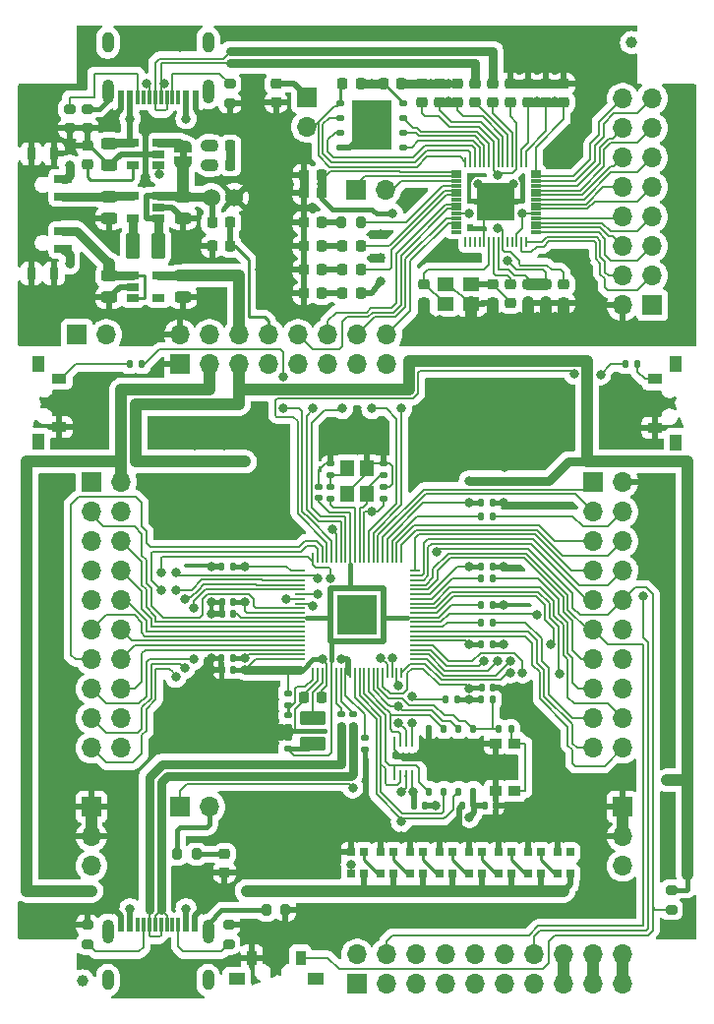
<source format=gbr>
G04 #@! TF.GenerationSoftware,KiCad,Pcbnew,8.0.6-8.0.6-0~ubuntu22.04.1*
G04 #@! TF.CreationDate,2024-11-22T14:28:03+01:00*
G04 #@! TF.ProjectId,rp2040-launchpad-PCB,72703230-3430-42d6-9c61-756e63687061,rev?*
G04 #@! TF.SameCoordinates,Original*
G04 #@! TF.FileFunction,Copper,L1,Top*
G04 #@! TF.FilePolarity,Positive*
%FSLAX46Y46*%
G04 Gerber Fmt 4.6, Leading zero omitted, Abs format (unit mm)*
G04 Created by KiCad (PCBNEW 8.0.6-8.0.6-0~ubuntu22.04.1) date 2024-11-22 14:28:03*
%MOMM*%
%LPD*%
G01*
G04 APERTURE LIST*
G04 Aperture macros list*
%AMRoundRect*
0 Rectangle with rounded corners*
0 $1 Rounding radius*
0 $2 $3 $4 $5 $6 $7 $8 $9 X,Y pos of 4 corners*
0 Add a 4 corners polygon primitive as box body*
4,1,4,$2,$3,$4,$5,$6,$7,$8,$9,$2,$3,0*
0 Add four circle primitives for the rounded corners*
1,1,$1+$1,$2,$3*
1,1,$1+$1,$4,$5*
1,1,$1+$1,$6,$7*
1,1,$1+$1,$8,$9*
0 Add four rect primitives between the rounded corners*
20,1,$1+$1,$2,$3,$4,$5,0*
20,1,$1+$1,$4,$5,$6,$7,0*
20,1,$1+$1,$6,$7,$8,$9,0*
20,1,$1+$1,$8,$9,$2,$3,0*%
%AMFreePoly0*
4,1,19,0.500000,-0.750000,0.000000,-0.750000,0.000000,-0.744911,-0.071157,-0.744911,-0.207708,-0.704816,-0.327430,-0.627875,-0.420627,-0.520320,-0.479746,-0.390866,-0.500000,-0.250000,-0.500000,0.250000,-0.479746,0.390866,-0.420627,0.520320,-0.327430,0.627875,-0.207708,0.704816,-0.071157,0.744911,0.000000,0.744911,0.000000,0.750000,0.500000,0.750000,0.500000,-0.750000,0.500000,-0.750000,
$1*%
%AMFreePoly1*
4,1,19,0.000000,0.744911,0.071157,0.744911,0.207708,0.704816,0.327430,0.627875,0.420627,0.520320,0.479746,0.390866,0.500000,0.250000,0.500000,-0.250000,0.479746,-0.390866,0.420627,-0.520320,0.327430,-0.627875,0.207708,-0.704816,0.071157,-0.744911,0.000000,-0.744911,0.000000,-0.750000,-0.500000,-0.750000,-0.500000,0.750000,0.000000,0.750000,0.000000,0.744911,0.000000,0.744911,
$1*%
G04 Aperture macros list end*
G04 #@! TA.AperFunction,EtchedComponent*
%ADD10C,0.000000*%
G04 #@! TD*
G04 #@! TA.AperFunction,SMDPad,CuDef*
%ADD11RoundRect,0.140000X0.140000X0.170000X-0.140000X0.170000X-0.140000X-0.170000X0.140000X-0.170000X0*%
G04 #@! TD*
G04 #@! TA.AperFunction,SMDPad,CuDef*
%ADD12RoundRect,0.243750X0.456250X-0.243750X0.456250X0.243750X-0.456250X0.243750X-0.456250X-0.243750X0*%
G04 #@! TD*
G04 #@! TA.AperFunction,SMDPad,CuDef*
%ADD13RoundRect,0.218750X0.256250X-0.218750X0.256250X0.218750X-0.256250X0.218750X-0.256250X-0.218750X0*%
G04 #@! TD*
G04 #@! TA.AperFunction,SMDPad,CuDef*
%ADD14RoundRect,0.218750X-0.256250X0.218750X-0.256250X-0.218750X0.256250X-0.218750X0.256250X0.218750X0*%
G04 #@! TD*
G04 #@! TA.AperFunction,SMDPad,CuDef*
%ADD15RoundRect,0.218750X0.218750X0.256250X-0.218750X0.256250X-0.218750X-0.256250X0.218750X-0.256250X0*%
G04 #@! TD*
G04 #@! TA.AperFunction,SMDPad,CuDef*
%ADD16RoundRect,0.218750X-0.218750X-0.256250X0.218750X-0.256250X0.218750X0.256250X-0.218750X0.256250X0*%
G04 #@! TD*
G04 #@! TA.AperFunction,ComponentPad*
%ADD17R,1.700000X1.700000*%
G04 #@! TD*
G04 #@! TA.AperFunction,ComponentPad*
%ADD18O,1.700000X1.700000*%
G04 #@! TD*
G04 #@! TA.AperFunction,SMDPad,CuDef*
%ADD19FreePoly0,270.000000*%
G04 #@! TD*
G04 #@! TA.AperFunction,SMDPad,CuDef*
%ADD20FreePoly1,270.000000*%
G04 #@! TD*
G04 #@! TA.AperFunction,SMDPad,CuDef*
%ADD21RoundRect,0.250000X0.375000X0.850000X-0.375000X0.850000X-0.375000X-0.850000X0.375000X-0.850000X0*%
G04 #@! TD*
G04 #@! TA.AperFunction,SMDPad,CuDef*
%ADD22RoundRect,0.135000X-0.135000X-0.185000X0.135000X-0.185000X0.135000X0.185000X-0.135000X0.185000X0*%
G04 #@! TD*
G04 #@! TA.AperFunction,SMDPad,CuDef*
%ADD23R,0.900000X1.300000*%
G04 #@! TD*
G04 #@! TA.AperFunction,SMDPad,CuDef*
%ADD24R,1.450000X1.000000*%
G04 #@! TD*
G04 #@! TA.AperFunction,SMDPad,CuDef*
%ADD25R,1.060000X0.650000*%
G04 #@! TD*
G04 #@! TA.AperFunction,SMDPad,CuDef*
%ADD26R,1.400000X1.200000*%
G04 #@! TD*
G04 #@! TA.AperFunction,SMDPad,CuDef*
%ADD27RoundRect,0.125000X-0.250000X-0.125000X0.250000X-0.125000X0.250000X0.125000X-0.250000X0.125000X0*%
G04 #@! TD*
G04 #@! TA.AperFunction,SMDPad,CuDef*
%ADD28R,3.400000X4.300000*%
G04 #@! TD*
G04 #@! TA.AperFunction,SMDPad,CuDef*
%ADD29RoundRect,0.006000X-0.414000X-0.094000X0.414000X-0.094000X0.414000X0.094000X-0.414000X0.094000X0*%
G04 #@! TD*
G04 #@! TA.AperFunction,SMDPad,CuDef*
%ADD30RoundRect,0.020000X-0.080000X-0.400000X0.080000X-0.400000X0.080000X0.400000X-0.080000X0.400000X0*%
G04 #@! TD*
G04 #@! TA.AperFunction,SMDPad,CuDef*
%ADD31R,3.200000X3.200000*%
G04 #@! TD*
G04 #@! TA.AperFunction,SMDPad,CuDef*
%ADD32C,1.000000*%
G04 #@! TD*
G04 #@! TA.AperFunction,SMDPad,CuDef*
%ADD33R,0.700000X0.700000*%
G04 #@! TD*
G04 #@! TA.AperFunction,SMDPad,CuDef*
%ADD34R,1.000000X0.900000*%
G04 #@! TD*
G04 #@! TA.AperFunction,SMDPad,CuDef*
%ADD35R,1.500000X0.700000*%
G04 #@! TD*
G04 #@! TA.AperFunction,SMDPad,CuDef*
%ADD36R,0.800000X1.000000*%
G04 #@! TD*
G04 #@! TA.AperFunction,SMDPad,CuDef*
%ADD37RoundRect,0.225000X-0.225000X-0.250000X0.225000X-0.250000X0.225000X0.250000X-0.225000X0.250000X0*%
G04 #@! TD*
G04 #@! TA.AperFunction,SMDPad,CuDef*
%ADD38RoundRect,0.140000X-0.140000X-0.170000X0.140000X-0.170000X0.140000X0.170000X-0.140000X0.170000X0*%
G04 #@! TD*
G04 #@! TA.AperFunction,SMDPad,CuDef*
%ADD39RoundRect,0.200000X-0.275000X0.200000X-0.275000X-0.200000X0.275000X-0.200000X0.275000X0.200000X0*%
G04 #@! TD*
G04 #@! TA.AperFunction,SMDPad,CuDef*
%ADD40RoundRect,0.200000X-0.200000X-0.275000X0.200000X-0.275000X0.200000X0.275000X-0.200000X0.275000X0*%
G04 #@! TD*
G04 #@! TA.AperFunction,SMDPad,CuDef*
%ADD41RoundRect,0.062500X-0.062500X0.387500X-0.062500X-0.387500X0.062500X-0.387500X0.062500X0.387500X0*%
G04 #@! TD*
G04 #@! TA.AperFunction,HeatsinkPad*
%ADD42R,1.600000X0.200000*%
G04 #@! TD*
G04 #@! TA.AperFunction,SMDPad,CuDef*
%ADD43RoundRect,0.140000X-0.170000X0.140000X-0.170000X-0.140000X0.170000X-0.140000X0.170000X0.140000X0*%
G04 #@! TD*
G04 #@! TA.AperFunction,SMDPad,CuDef*
%ADD44RoundRect,0.135000X-0.185000X0.135000X-0.185000X-0.135000X0.185000X-0.135000X0.185000X0.135000X0*%
G04 #@! TD*
G04 #@! TA.AperFunction,SMDPad,CuDef*
%ADD45RoundRect,0.250000X0.850000X-0.375000X0.850000X0.375000X-0.850000X0.375000X-0.850000X-0.375000X0*%
G04 #@! TD*
G04 #@! TA.AperFunction,SMDPad,CuDef*
%ADD46RoundRect,0.200000X0.200000X0.275000X-0.200000X0.275000X-0.200000X-0.275000X0.200000X-0.275000X0*%
G04 #@! TD*
G04 #@! TA.AperFunction,SMDPad,CuDef*
%ADD47RoundRect,0.140000X0.170000X-0.140000X0.170000X0.140000X-0.170000X0.140000X-0.170000X-0.140000X0*%
G04 #@! TD*
G04 #@! TA.AperFunction,SMDPad,CuDef*
%ADD48R,0.600000X1.150000*%
G04 #@! TD*
G04 #@! TA.AperFunction,SMDPad,CuDef*
%ADD49R,0.300000X1.150000*%
G04 #@! TD*
G04 #@! TA.AperFunction,ComponentPad*
%ADD50O,1.000000X2.100000*%
G04 #@! TD*
G04 #@! TA.AperFunction,ComponentPad*
%ADD51O,1.000000X1.800000*%
G04 #@! TD*
G04 #@! TA.AperFunction,SMDPad,CuDef*
%ADD52RoundRect,0.200000X0.275000X-0.200000X0.275000X0.200000X-0.275000X0.200000X-0.275000X-0.200000X0*%
G04 #@! TD*
G04 #@! TA.AperFunction,SMDPad,CuDef*
%ADD53RoundRect,0.125000X-0.125000X0.250000X-0.125000X-0.250000X0.125000X-0.250000X0.125000X0.250000X0*%
G04 #@! TD*
G04 #@! TA.AperFunction,HeatsinkPad*
%ADD54R,4.300000X3.400000*%
G04 #@! TD*
G04 #@! TA.AperFunction,SMDPad,CuDef*
%ADD55R,1.300000X0.900000*%
G04 #@! TD*
G04 #@! TA.AperFunction,SMDPad,CuDef*
%ADD56R,1.000000X1.450000*%
G04 #@! TD*
G04 #@! TA.AperFunction,SMDPad,CuDef*
%ADD57RoundRect,0.135000X0.185000X-0.135000X0.185000X0.135000X-0.185000X0.135000X-0.185000X-0.135000X0*%
G04 #@! TD*
G04 #@! TA.AperFunction,SMDPad,CuDef*
%ADD58RoundRect,0.135000X0.135000X0.185000X-0.135000X0.185000X-0.135000X-0.185000X0.135000X-0.185000X0*%
G04 #@! TD*
G04 #@! TA.AperFunction,SMDPad,CuDef*
%ADD59R,1.200000X1.400000*%
G04 #@! TD*
G04 #@! TA.AperFunction,SMDPad,CuDef*
%ADD60RoundRect,0.050000X0.350000X0.050000X-0.350000X0.050000X-0.350000X-0.050000X0.350000X-0.050000X0*%
G04 #@! TD*
G04 #@! TA.AperFunction,SMDPad,CuDef*
%ADD61RoundRect,0.050000X0.050000X0.350000X-0.050000X0.350000X-0.050000X-0.350000X0.050000X-0.350000X0*%
G04 #@! TD*
G04 #@! TA.AperFunction,HeatsinkPad*
%ADD62C,0.500000*%
G04 #@! TD*
G04 #@! TA.AperFunction,HeatsinkPad*
%ADD63R,3.400000X3.400000*%
G04 #@! TD*
G04 #@! TA.AperFunction,ComponentPad*
%ADD64C,1.524000*%
G04 #@! TD*
G04 #@! TA.AperFunction,ViaPad*
%ADD65C,0.800000*%
G04 #@! TD*
G04 #@! TA.AperFunction,Conductor*
%ADD66C,0.500000*%
G04 #@! TD*
G04 #@! TA.AperFunction,Conductor*
%ADD67C,1.000000*%
G04 #@! TD*
G04 #@! TA.AperFunction,Conductor*
%ADD68C,0.400000*%
G04 #@! TD*
G04 #@! TA.AperFunction,Conductor*
%ADD69C,0.200000*%
G04 #@! TD*
G04 #@! TA.AperFunction,Conductor*
%ADD70C,0.250000*%
G04 #@! TD*
G04 #@! TA.AperFunction,Conductor*
%ADD71C,0.800000*%
G04 #@! TD*
G04 APERTURE END LIST*
D10*
G04 #@! TA.AperFunction,EtchedComponent*
G36*
X125014000Y-78721000D02*
G01*
X124414000Y-78721000D01*
X124414000Y-78221000D01*
X125014000Y-78221000D01*
X125014000Y-78721000D01*
G37*
G04 #@! TD.AperFunction*
D11*
X149729000Y-134493000D03*
X148769000Y-134493000D03*
D12*
X118364000Y-79423500D03*
X118364000Y-77548500D03*
X124714000Y-83947000D03*
X124714000Y-82072000D03*
X118364000Y-90775000D03*
X118364000Y-88900000D03*
X124714000Y-90775000D03*
X124714000Y-88900000D03*
D13*
X145415000Y-91237000D03*
X145415000Y-89662000D03*
X151384000Y-91237000D03*
X151384000Y-89662000D03*
D14*
X157480000Y-89662000D03*
X157480000Y-91237000D03*
D13*
X145288000Y-73965000D03*
X145288000Y-72390000D03*
X154432000Y-73965000D03*
X154432000Y-72390000D03*
X155956000Y-73965000D03*
X155956000Y-72390000D03*
D15*
X136652000Y-80264000D03*
X135077000Y-80264000D03*
D14*
X154432000Y-89662000D03*
X154432000Y-91237000D03*
D13*
X157480000Y-73965000D03*
X157480000Y-72390000D03*
D15*
X128778000Y-77724000D03*
X127203000Y-77724000D03*
D16*
X135077000Y-90424000D03*
X136652000Y-90424000D03*
X135077000Y-84328000D03*
X136652000Y-84328000D03*
X135077000Y-86360000D03*
X136652000Y-86360000D03*
X135077000Y-88392000D03*
X136652000Y-88392000D03*
D17*
X116840000Y-106680000D03*
D18*
X119380000Y-106680000D03*
X116840000Y-109220000D03*
X119380000Y-109220000D03*
X116840000Y-111760000D03*
X119380000Y-111760000D03*
X116840000Y-114300000D03*
X119380000Y-114300000D03*
X116840000Y-116840000D03*
X119380000Y-116840000D03*
X116840000Y-119380000D03*
X119380000Y-119380000D03*
X116840000Y-121920000D03*
X119380000Y-121920000D03*
X116840000Y-124460000D03*
X119380000Y-124460000D03*
X116840000Y-127000000D03*
X119380000Y-127000000D03*
X116840000Y-129540000D03*
X119380000Y-129540000D03*
D17*
X116840000Y-134620000D03*
D18*
X116840000Y-137160000D03*
X116840000Y-139700000D03*
D17*
X139700000Y-149860000D03*
D18*
X139700000Y-147320000D03*
X142240000Y-149860000D03*
X142240000Y-147320000D03*
X144780000Y-149860000D03*
X144780000Y-147320000D03*
X147320000Y-149860000D03*
X147320000Y-147320000D03*
X149860000Y-149860000D03*
X149860000Y-147320000D03*
X152400000Y-149860000D03*
X152400000Y-147320000D03*
X154940000Y-149860000D03*
X154940000Y-147320000D03*
X157480000Y-149860000D03*
X157480000Y-147320000D03*
X160020000Y-149860000D03*
X160020000Y-147320000D03*
X162560000Y-149860000D03*
X162560000Y-147320000D03*
D17*
X160020000Y-106680000D03*
D18*
X162560000Y-106680000D03*
X160020000Y-109220000D03*
X162560000Y-109220000D03*
X160020000Y-111760000D03*
X162560000Y-111760000D03*
X160020000Y-114300000D03*
X162560000Y-114300000D03*
X160020000Y-116840000D03*
X162560000Y-116840000D03*
X160020000Y-119380000D03*
X162560000Y-119380000D03*
X160020000Y-121920000D03*
X162560000Y-121920000D03*
X160020000Y-124460000D03*
X162560000Y-124460000D03*
X160020000Y-127000000D03*
X162560000Y-127000000D03*
X160020000Y-129540000D03*
X162560000Y-129540000D03*
D17*
X162560000Y-134620000D03*
D18*
X162560000Y-137160000D03*
X162560000Y-139700000D03*
D19*
X124714000Y-77821000D03*
D20*
X124714000Y-79121000D03*
D17*
X135382000Y-73533000D03*
D18*
X135382000Y-76073000D03*
D17*
X165100000Y-91440000D03*
D18*
X162560000Y-91440000D03*
X165100000Y-88900000D03*
X162560000Y-88900000D03*
X165100000Y-86360000D03*
X162560000Y-86360000D03*
X165100000Y-83820000D03*
X162560000Y-83820000D03*
X165100000Y-81280000D03*
X162560000Y-81280000D03*
X165100000Y-78740000D03*
X162560000Y-78740000D03*
X165100000Y-76200000D03*
X162560000Y-76200000D03*
X165100000Y-73660000D03*
X162560000Y-73660000D03*
D21*
X122555000Y-86360000D03*
X120405000Y-86360000D03*
D22*
X151916000Y-127889000D03*
X152936000Y-127889000D03*
X150366000Y-125349000D03*
X151386000Y-125349000D03*
D15*
X128778000Y-79375000D03*
X127203000Y-79375000D03*
D16*
X127203000Y-84328000D03*
X128778000Y-84328000D03*
D15*
X128778000Y-86360000D03*
X127203000Y-86360000D03*
X140005000Y-90424000D03*
X138430000Y-90424000D03*
D14*
X132715000Y-72390000D03*
X132715000Y-73965000D03*
D13*
X151384000Y-73965000D03*
X151384000Y-72390000D03*
X149860000Y-73965000D03*
X149860000Y-72390000D03*
X152908000Y-91237000D03*
X152908000Y-89662000D03*
D15*
X140005000Y-72390000D03*
X138430000Y-72390000D03*
X140005000Y-86360000D03*
X138430000Y-86360000D03*
X140005000Y-88392000D03*
X138430000Y-88392000D03*
D23*
X134822000Y-147594000D03*
X130622000Y-147594000D03*
D24*
X129347000Y-149394000D03*
X136097000Y-149394000D03*
D25*
X122596000Y-83947000D03*
X122596000Y-82997000D03*
X122596000Y-82047000D03*
X120396000Y-82047000D03*
X120396000Y-83947000D03*
D26*
X147279000Y-91298500D03*
X149479000Y-91298500D03*
X149479000Y-89598500D03*
X147279000Y-89598500D03*
D27*
X138270000Y-74041000D03*
X138270000Y-75311000D03*
X138270000Y-76581000D03*
X138270000Y-77851000D03*
X143670000Y-77851000D03*
X143670000Y-76581000D03*
X143670000Y-75311000D03*
X143670000Y-74041000D03*
D28*
X140970000Y-75946000D03*
D17*
X139573000Y-81534000D03*
D18*
X142113000Y-81534000D03*
D29*
X148203000Y-79950000D03*
X148203000Y-80350000D03*
X148203000Y-80750000D03*
X148203000Y-81150000D03*
X148203000Y-81550000D03*
X148203000Y-81950000D03*
X148203000Y-82350000D03*
X148203000Y-82750000D03*
X148203000Y-83150000D03*
X148203000Y-83550000D03*
X148203000Y-83950000D03*
X148203000Y-84350000D03*
X148203000Y-84750000D03*
X148203000Y-85150000D03*
D30*
X149038000Y-85985000D03*
X149438000Y-85985000D03*
X149838000Y-85985000D03*
X150238000Y-85985000D03*
X150638000Y-85985000D03*
X151038000Y-85985000D03*
X151438000Y-85985000D03*
X151838000Y-85985000D03*
X152238000Y-85985000D03*
X152638000Y-85985000D03*
X153038000Y-85985000D03*
X153438000Y-85985000D03*
X153838000Y-85985000D03*
X154238000Y-85985000D03*
D29*
X155073000Y-85150000D03*
X155073000Y-84750000D03*
X155073000Y-84350000D03*
X155073000Y-83950000D03*
X155073000Y-83550000D03*
X155073000Y-83150000D03*
X155073000Y-82750000D03*
X155073000Y-82350000D03*
X155073000Y-81950000D03*
X155073000Y-81550000D03*
X155073000Y-81150000D03*
X155073000Y-80750000D03*
X155073000Y-80350000D03*
X155073000Y-79950000D03*
D30*
X154238000Y-79115000D03*
X153838000Y-79115000D03*
X153438000Y-79115000D03*
X153038000Y-79115000D03*
X152638000Y-79115000D03*
X152238000Y-79115000D03*
X151838000Y-79115000D03*
X151438000Y-79115000D03*
X151038000Y-79115000D03*
X150638000Y-79115000D03*
X150238000Y-79115000D03*
X149838000Y-79115000D03*
X149438000Y-79115000D03*
X149038000Y-79115000D03*
D31*
X151638000Y-82550000D03*
D13*
X152908000Y-73965000D03*
X152908000Y-72390000D03*
X148336000Y-73965000D03*
X148336000Y-72390000D03*
X146812000Y-73965000D03*
X146812000Y-72390000D03*
D14*
X155956000Y-89662000D03*
X155956000Y-91237000D03*
D15*
X136652000Y-81788000D03*
X135077000Y-81788000D03*
D17*
X124460000Y-96520000D03*
D18*
X124460000Y-93980000D03*
X127000000Y-96520000D03*
X127000000Y-93980000D03*
X129540000Y-96520000D03*
X129540000Y-93980000D03*
X132080000Y-96520000D03*
X132080000Y-93980000D03*
X134620000Y-96520000D03*
X134620000Y-93980000D03*
X137160000Y-96520000D03*
X137160000Y-93980000D03*
X139700000Y-96520000D03*
X139700000Y-93980000D03*
X142240000Y-96520000D03*
X142240000Y-93980000D03*
D16*
X141935000Y-72390000D03*
X143510000Y-72390000D03*
D25*
X120396000Y-88900000D03*
X120396000Y-89850000D03*
X120396000Y-90800000D03*
X122596000Y-90800000D03*
X122596000Y-88900000D03*
X122596000Y-79370000D03*
X122596000Y-78420000D03*
X122596000Y-77470000D03*
X120396000Y-77470000D03*
X120396000Y-79370000D03*
D13*
X116459000Y-79273500D03*
X116459000Y-77698500D03*
D32*
X116078000Y-149606000D03*
D33*
X142790000Y-138526000D03*
X141690000Y-138526000D03*
X141690000Y-140356000D03*
X142790000Y-140356000D03*
X145330000Y-138526000D03*
X144230000Y-138526000D03*
X144230000Y-140356000D03*
X145330000Y-140356000D03*
X147870000Y-138526000D03*
X146770000Y-138526000D03*
X146770000Y-140356000D03*
X147870000Y-140356000D03*
X150410000Y-138526000D03*
X149310000Y-138526000D03*
X149310000Y-140356000D03*
X150410000Y-140356000D03*
X152950000Y-138526000D03*
X151850000Y-138526000D03*
X151850000Y-140356000D03*
X152950000Y-140356000D03*
X155490000Y-138526000D03*
X154390000Y-138526000D03*
X154390000Y-140356000D03*
X155490000Y-140356000D03*
X158030000Y-138526000D03*
X156930000Y-138526000D03*
X156930000Y-140356000D03*
X158030000Y-140356000D03*
X140250000Y-138526000D03*
X139150000Y-138526000D03*
X139150000Y-140356000D03*
X140250000Y-140356000D03*
D34*
X153224000Y-129141000D03*
X153224000Y-133241000D03*
X151624000Y-129141000D03*
X151624000Y-133241000D03*
D32*
X163322000Y-68834000D03*
D12*
X118364000Y-83947000D03*
X118364000Y-82072000D03*
D35*
X114399000Y-80566000D03*
X114399000Y-82066000D03*
X114399000Y-85066000D03*
X114399000Y-86566000D03*
D36*
X113599000Y-78416000D03*
X111649000Y-78416000D03*
X113599000Y-88716000D03*
X111649000Y-88716000D03*
D37*
X135115000Y-125222000D03*
X136665000Y-125222000D03*
D38*
X150650000Y-134493000D03*
X151610000Y-134493000D03*
X150368000Y-120650000D03*
X151328000Y-120650000D03*
D39*
X166751000Y-141796000D03*
X166751000Y-143446000D03*
X116459000Y-74549000D03*
X116459000Y-76199000D03*
X116459000Y-144780000D03*
X116459000Y-146430000D03*
D40*
X131890000Y-143510000D03*
X133540000Y-143510000D03*
D11*
X128976000Y-113919000D03*
X128016000Y-113919000D03*
D41*
X144399000Y-129032000D03*
X143899000Y-129032000D03*
X143399000Y-129032000D03*
X142899000Y-129032000D03*
X142899000Y-131882000D03*
X143399000Y-131882000D03*
X143899000Y-131882000D03*
X144399000Y-131882000D03*
D42*
X143649000Y-130457000D03*
D11*
X128976000Y-121793000D03*
X128016000Y-121793000D03*
D38*
X144554000Y-134493000D03*
X145514000Y-134493000D03*
D43*
X133731000Y-128651000D03*
X133731000Y-129611000D03*
D22*
X150366000Y-109601000D03*
X151386000Y-109601000D03*
D44*
X138303000Y-126615000D03*
X138303000Y-127635000D03*
D45*
X135890000Y-129159000D03*
X135890000Y-127009000D03*
D39*
X114935000Y-74550000D03*
X114935000Y-76200000D03*
D46*
X140017000Y-84328000D03*
X138367000Y-84328000D03*
D47*
X136398000Y-108049000D03*
X136398000Y-107089000D03*
D38*
X150368000Y-117221000D03*
X151328000Y-117221000D03*
D43*
X137414000Y-105085000D03*
X137414000Y-106045000D03*
X140335000Y-128707000D03*
X140335000Y-129667000D03*
D48*
X119355000Y-144780000D03*
X120155000Y-144780000D03*
D49*
X120805000Y-144780000D03*
X121305000Y-144780000D03*
X121805000Y-144780000D03*
X122305000Y-144780000D03*
X122805000Y-144780000D03*
X123305000Y-144780000D03*
X123805000Y-144780000D03*
X124305000Y-144780000D03*
D48*
X124955000Y-144780000D03*
X125755000Y-144780000D03*
D50*
X118235000Y-145355000D03*
D51*
X118235000Y-149535000D03*
D50*
X126875000Y-145355000D03*
D51*
X126875000Y-149535000D03*
D22*
X162812000Y-96520000D03*
X163832000Y-96520000D03*
D40*
X124207000Y-138684000D03*
X125857000Y-138684000D03*
D44*
X137414000Y-107087000D03*
X137414000Y-108107000D03*
D11*
X129004000Y-116967000D03*
X128044000Y-116967000D03*
D22*
X150368000Y-114935000D03*
X151388000Y-114935000D03*
D17*
X124455000Y-134620000D03*
D18*
X126995000Y-134620000D03*
D44*
X139319000Y-126617000D03*
X139319000Y-127637000D03*
D38*
X150368000Y-108458000D03*
X151328000Y-108458000D03*
D43*
X133731000Y-126746000D03*
X133731000Y-127706000D03*
D17*
X115570000Y-93980000D03*
D18*
X118110000Y-93980000D03*
D52*
X128651000Y-146430000D03*
X128651000Y-144780000D03*
D53*
X149713000Y-127889000D03*
X148443000Y-127889000D03*
X147173000Y-127889000D03*
X145903000Y-127889000D03*
X145903000Y-133289000D03*
X147173000Y-133289000D03*
X148443000Y-133289000D03*
X149713000Y-133289000D03*
D54*
X147808000Y-130589000D03*
D22*
X150366000Y-118745000D03*
X151386000Y-118745000D03*
D55*
X114026000Y-101929000D03*
X114026000Y-97729000D03*
D56*
X112226000Y-96454000D03*
X112226000Y-103204000D03*
D43*
X141986000Y-105085000D03*
X141986000Y-106045000D03*
D52*
X128740000Y-74030000D03*
X128740000Y-72380000D03*
D57*
X133731000Y-125857000D03*
X133731000Y-124837000D03*
D55*
X165340000Y-97780000D03*
X165340000Y-101980000D03*
D56*
X167140000Y-103255000D03*
X167140000Y-96505000D03*
D13*
X128270000Y-140233500D03*
X128270000Y-138658500D03*
D11*
X129004000Y-117983000D03*
X128044000Y-117983000D03*
D47*
X141986000Y-108077000D03*
X141986000Y-107117000D03*
D38*
X150368000Y-113919000D03*
X151328000Y-113919000D03*
D58*
X121158000Y-96520000D03*
X120138000Y-96520000D03*
D38*
X150396000Y-124333000D03*
X151356000Y-124333000D03*
D48*
X125757000Y-73589000D03*
X124957000Y-73589000D03*
D49*
X124307000Y-73589000D03*
X123807000Y-73589000D03*
X123307000Y-73589000D03*
X122807000Y-73589000D03*
X122307000Y-73589000D03*
X121807000Y-73589000D03*
X121307000Y-73589000D03*
X120807000Y-73589000D03*
D48*
X120157000Y-73589000D03*
X119357000Y-73589000D03*
D50*
X126877000Y-73014000D03*
D51*
X126877000Y-68834000D03*
D50*
X118237000Y-73014000D03*
D51*
X118237000Y-68834000D03*
D58*
X148340000Y-125349000D03*
X147320000Y-125349000D03*
D59*
X140550000Y-107681000D03*
X140550000Y-105481000D03*
X138850000Y-105481000D03*
X138850000Y-107681000D03*
D11*
X129004000Y-122809000D03*
X128044000Y-122809000D03*
D60*
X144650000Y-121910000D03*
X144650000Y-121510000D03*
X144650000Y-121110000D03*
X144650000Y-120710000D03*
X144650000Y-120310000D03*
X144650000Y-119910000D03*
X144650000Y-119510000D03*
X144650000Y-119110000D03*
X144650000Y-118710000D03*
X144650000Y-118310000D03*
X144650000Y-117910000D03*
X144650000Y-117510000D03*
X144650000Y-117110000D03*
X144650000Y-116710000D03*
X144650000Y-116310000D03*
X144650000Y-115910000D03*
X144650000Y-115510000D03*
X144650000Y-115110000D03*
X144650000Y-114710000D03*
X144650000Y-114310000D03*
D61*
X143500000Y-113160000D03*
X143100000Y-113160000D03*
X142700000Y-113160000D03*
X142300000Y-113160000D03*
X141900000Y-113160000D03*
X141500000Y-113160000D03*
X141100000Y-113160000D03*
X140700000Y-113160000D03*
X140300000Y-113160000D03*
X139900000Y-113160000D03*
X139500000Y-113160000D03*
X139100000Y-113160000D03*
X138700000Y-113160000D03*
X138300000Y-113160000D03*
X137900000Y-113160000D03*
X137500000Y-113160000D03*
X137100000Y-113160000D03*
X136700000Y-113160000D03*
X136300000Y-113160000D03*
X135900000Y-113160000D03*
D60*
X134750000Y-114310000D03*
X134750000Y-114710000D03*
X134750000Y-115110000D03*
X134750000Y-115510000D03*
X134750000Y-115910000D03*
X134750000Y-116310000D03*
X134750000Y-116710000D03*
X134750000Y-117110000D03*
X134750000Y-117510000D03*
X134750000Y-117910000D03*
X134750000Y-118310000D03*
X134750000Y-118710000D03*
X134750000Y-119110000D03*
X134750000Y-119510000D03*
X134750000Y-119910000D03*
X134750000Y-120310000D03*
X134750000Y-120710000D03*
X134750000Y-121110000D03*
X134750000Y-121510000D03*
X134750000Y-121910000D03*
D61*
X135900000Y-123060000D03*
X136300000Y-123060000D03*
X136700000Y-123060000D03*
X137100000Y-123060000D03*
X137500000Y-123060000D03*
X137900000Y-123060000D03*
X138300000Y-123060000D03*
X138700000Y-123060000D03*
X139100000Y-123060000D03*
X139500000Y-123060000D03*
X139900000Y-123060000D03*
X140300000Y-123060000D03*
X140700000Y-123060000D03*
X141100000Y-123060000D03*
X141500000Y-123060000D03*
X141900000Y-123060000D03*
X142300000Y-123060000D03*
X142700000Y-123060000D03*
X143100000Y-123060000D03*
X143500000Y-123060000D03*
D62*
X141150000Y-119560000D03*
X141150000Y-118110000D03*
X141150000Y-116660000D03*
X139700000Y-119560000D03*
X139700000Y-118110000D03*
D63*
X139700000Y-118110000D03*
D62*
X139700000Y-116660000D03*
X138250000Y-119560000D03*
X138250000Y-118110000D03*
X138250000Y-116660000D03*
D64*
X129127000Y-82169000D03*
X127127000Y-82169000D03*
D65*
X113126000Y-99829000D03*
X146473000Y-134493000D03*
X130175000Y-141859000D03*
X155575000Y-141859000D03*
X116840000Y-141859000D03*
X119380000Y-139700000D03*
X132080000Y-109220000D03*
X113665000Y-128270000D03*
X152400000Y-105410000D03*
X152400000Y-103632000D03*
X129540000Y-124460000D03*
X129540000Y-134620000D03*
X116840000Y-102235000D03*
X166370000Y-118110000D03*
X127127000Y-113919000D03*
X166370000Y-113030000D03*
X152273000Y-108458000D03*
X154940000Y-102108000D03*
X120015000Y-149606000D03*
X116840000Y-99695000D03*
X125730000Y-103505000D03*
X152273000Y-120650000D03*
X124460000Y-127000000D03*
X134620000Y-134620000D03*
X156210000Y-137160000D03*
X127000000Y-111125000D03*
X148590000Y-137160000D03*
X166370000Y-123190000D03*
X119380000Y-134620000D03*
X132080000Y-137160000D03*
X132080000Y-111125000D03*
X129540000Y-129540000D03*
X150876000Y-98933000D03*
X162560000Y-102235000D03*
X166370000Y-135890000D03*
X119380000Y-137160000D03*
X129540000Y-137160000D03*
X132080000Y-139700000D03*
X155321000Y-100457000D03*
X127127000Y-117983000D03*
X113665000Y-115570000D03*
X113665000Y-118110000D03*
X113665000Y-113030000D03*
X153162000Y-130556000D03*
X127127000Y-121810000D03*
X130810000Y-103505000D03*
X127000000Y-124460000D03*
X149479000Y-100457000D03*
X127000000Y-127000000D03*
X168148000Y-145542000D03*
X140970000Y-102870000D03*
X122555000Y-149606000D03*
X143510000Y-137160000D03*
X162560000Y-99695000D03*
X151384000Y-104648000D03*
X113665000Y-120650000D03*
X153543000Y-104648000D03*
X153162000Y-131699000D03*
X153289000Y-102108000D03*
X132080000Y-134620000D03*
X132080000Y-106680000D03*
X134620000Y-139700000D03*
X149860000Y-102108000D03*
X150495000Y-103505000D03*
X166370000Y-120650000D03*
X113665000Y-110490000D03*
X153924000Y-126365000D03*
X153670000Y-137160000D03*
X113665000Y-125730000D03*
X125095000Y-149606000D03*
X132334000Y-128117600D03*
X113665000Y-130810000D03*
X152273000Y-113919000D03*
X150876000Y-100457000D03*
X153924000Y-100457000D03*
X127127000Y-116967000D03*
X152273000Y-117221000D03*
X134620000Y-137160000D03*
X138430000Y-102870000D03*
X166370000Y-125730000D03*
X166370000Y-128270000D03*
X152400000Y-100457000D03*
X137160000Y-137160000D03*
X153797000Y-99060000D03*
X146050000Y-137160000D03*
X166370000Y-130810000D03*
X154305000Y-103505000D03*
X128270000Y-103505000D03*
X137160000Y-134620000D03*
X158750000Y-137160000D03*
X124460000Y-129540000D03*
X127127000Y-122809000D03*
X127000000Y-106680000D03*
X166370000Y-110490000D03*
X127000000Y-129540000D03*
X127000000Y-109220000D03*
X151511000Y-102108000D03*
X166370000Y-138430000D03*
X129540000Y-127000000D03*
X147574000Y-72390000D03*
X111760000Y-75438000D03*
X159385000Y-92710000D03*
X125730000Y-86360000D03*
X159512000Y-71120000D03*
X121920000Y-93980000D03*
X131318000Y-77216000D03*
X167640000Y-90170000D03*
X116459000Y-68326000D03*
X150114000Y-81026000D03*
X121488200Y-78435200D03*
X131318000Y-88392000D03*
X129032000Y-68326000D03*
X131318000Y-86360000D03*
X149860000Y-68326000D03*
X157480000Y-71120000D03*
X154432000Y-71120000D03*
X159512000Y-72390000D03*
X120650000Y-69215000D03*
X131318000Y-83058000D03*
X155956000Y-68326000D03*
X143764000Y-68326000D03*
X141732000Y-85344000D03*
X167640000Y-74930000D03*
X146812000Y-92710000D03*
X121488200Y-76606400D03*
X137668000Y-68326000D03*
X146494500Y-87185500D03*
X146050000Y-72390000D03*
X124460000Y-69215000D03*
X129032000Y-75438000D03*
X131318000Y-80010000D03*
X167640000Y-92710000D03*
X111760000Y-93980000D03*
X156718000Y-92710000D03*
X167640000Y-85090000D03*
X159385000Y-90170000D03*
X140970000Y-75946000D03*
X111760000Y-73660000D03*
X149606000Y-92710000D03*
X131318000Y-68326000D03*
X167640000Y-77470000D03*
X159512000Y-73914000D03*
X144780000Y-81788000D03*
X167640000Y-87630000D03*
X152908000Y-71120000D03*
X167640000Y-80010000D03*
X121488200Y-80365600D03*
X152146000Y-92710000D03*
X153162000Y-81026000D03*
X141732000Y-87376000D03*
X155956000Y-71120000D03*
X167640000Y-82550000D03*
X159385000Y-87630000D03*
X120650000Y-104902000D03*
X130048000Y-104902000D03*
X149352000Y-113919000D03*
X144550000Y-133350000D03*
X140970000Y-109220000D03*
X136700000Y-121920000D03*
X149352000Y-120650000D03*
X138300000Y-121920000D03*
X130048000Y-113919000D03*
X149352000Y-124398000D03*
X130048000Y-116967000D03*
X130048000Y-122809000D03*
X149352000Y-125349000D03*
X149352000Y-106553000D03*
X149352000Y-135509000D03*
X166370000Y-132334000D03*
X149352000Y-108458000D03*
X130048000Y-121810000D03*
X151765000Y-80264000D03*
X151765000Y-84836000D03*
X135890000Y-100330000D03*
X138430000Y-100330000D03*
X140970000Y-100330000D03*
X143510000Y-100330000D03*
X146515000Y-112663000D03*
X137541000Y-110744000D03*
X124079000Y-114427000D03*
X136271000Y-114935000D03*
X122809000Y-115951000D03*
X124841000Y-116713000D03*
X124841000Y-122682000D03*
X125603000Y-121920000D03*
X125603000Y-117475000D03*
X124968000Y-143383000D03*
X120142000Y-143383000D03*
X114935000Y-87884000D03*
X124079000Y-115951000D03*
X124079000Y-123444000D03*
X122809000Y-114427000D03*
X137414000Y-114935000D03*
X164338000Y-116484400D03*
X136271000Y-116332000D03*
X153924000Y-123063000D03*
X155143200Y-118110000D03*
X150622000Y-122050000D03*
X142748000Y-121793000D03*
X141747997Y-121793000D03*
X156337000Y-120650000D03*
X157099000Y-123190000D03*
X151765000Y-122050000D03*
X152908000Y-122050000D03*
X152908000Y-123063000D03*
X126746000Y-79375000D03*
X122682000Y-80137000D03*
X144399000Y-125095000D03*
X143256000Y-124181000D03*
X144399000Y-127381000D03*
X118364000Y-87884000D03*
X153924000Y-83566000D03*
X155194000Y-73914000D03*
X152654000Y-87630000D03*
X149352000Y-83566000D03*
X147574000Y-73914000D03*
X156718000Y-73914000D03*
X141732000Y-89408000D03*
X155194000Y-89662000D03*
X142748000Y-83566000D03*
X140970000Y-72390000D03*
X136652000Y-81026000D03*
X121539000Y-72390000D03*
X123107000Y-72390000D03*
X120142000Y-75380000D03*
X124968000Y-75380000D03*
X114935000Y-79375000D03*
X126746000Y-77724000D03*
X143256000Y-125981000D03*
X143256000Y-127381000D03*
X143510000Y-135893000D03*
X143510000Y-133350000D03*
X139192000Y-139573000D03*
X135890000Y-117348000D03*
X133604000Y-116713000D03*
X139319000Y-132969000D03*
X133350000Y-97579000D03*
X133350000Y-100330000D03*
X160655000Y-97409000D03*
X158412000Y-97366000D03*
D66*
X146431000Y-134493000D02*
X146473000Y-134493000D01*
X158030000Y-141309000D02*
X157480000Y-141859000D01*
X140250000Y-141817000D02*
X140208000Y-141859000D01*
X147870000Y-140356000D02*
X147870000Y-141690000D01*
D67*
X152908000Y-141859000D02*
X150368000Y-141859000D01*
X142875000Y-141859000D02*
X140208000Y-141859000D01*
D66*
X150410000Y-141817000D02*
X150368000Y-141859000D01*
D67*
X127000000Y-96520000D02*
X127000000Y-98679000D01*
D66*
X147870000Y-141690000D02*
X147701000Y-141859000D01*
X152950000Y-141817000D02*
X152908000Y-141859000D01*
X142790000Y-140356000D02*
X142790000Y-141774000D01*
D67*
X114300000Y-104902000D02*
X119380000Y-104902000D01*
X140208000Y-141859000D02*
X130175000Y-141859000D01*
X157480000Y-147320000D02*
X157480000Y-149860000D01*
X145161000Y-141859000D02*
X142875000Y-141859000D01*
X119380000Y-104902000D02*
X119380000Y-106680000D01*
D66*
X152950000Y-140356000D02*
X152950000Y-141817000D01*
D67*
X150368000Y-141859000D02*
X147701000Y-141859000D01*
D66*
X145330000Y-141690000D02*
X145161000Y-141859000D01*
D67*
X127000000Y-98679000D02*
X119380000Y-98679000D01*
X155575000Y-141859000D02*
X152908000Y-141859000D01*
D66*
X145330000Y-140356000D02*
X145330000Y-141690000D01*
D67*
X116840000Y-141859000D02*
X111252000Y-141859000D01*
D66*
X158030000Y-140356000D02*
X158030000Y-141309000D01*
X155490000Y-140356000D02*
X155490000Y-141774000D01*
D67*
X111252000Y-141859000D02*
X111252000Y-104902000D01*
X111252000Y-104902000D02*
X114300000Y-104902000D01*
D66*
X155490000Y-141774000D02*
X155575000Y-141859000D01*
D67*
X147701000Y-141859000D02*
X145161000Y-141859000D01*
D66*
X150410000Y-140356000D02*
X150410000Y-141817000D01*
X140250000Y-140356000D02*
X140250000Y-141817000D01*
D67*
X119380000Y-98679000D02*
X119380000Y-104902000D01*
X157480000Y-141859000D02*
X155575000Y-141859000D01*
D66*
X142790000Y-141774000D02*
X142875000Y-141859000D01*
D67*
X162560000Y-137160000D02*
X162560000Y-134620000D01*
D68*
X151328000Y-108458000D02*
X152273000Y-108458000D01*
D66*
X130683000Y-144780000D02*
X128651000Y-144780000D01*
D68*
X134117200Y-128092200D02*
X133731000Y-127706000D01*
X151624000Y-131699000D02*
X151624000Y-130556000D01*
D69*
X140946000Y-105085000D02*
X140550000Y-105481000D01*
X141986000Y-107117000D02*
X142438000Y-107117000D01*
D66*
X145951000Y-130457000D02*
X143649000Y-130457000D01*
D70*
X133731000Y-128143000D02*
X133731000Y-127706000D01*
X133731000Y-128651000D02*
X133731000Y-128143000D01*
D69*
X145903000Y-128684000D02*
X147808000Y-130589000D01*
X136977000Y-105085000D02*
X137414000Y-105085000D01*
X138850000Y-107681000D02*
X138850000Y-107581000D01*
X151624000Y-134479000D02*
X151610000Y-134493000D01*
D68*
X135153400Y-128092200D02*
X136931400Y-128092200D01*
D66*
X119355000Y-144780000D02*
X119355000Y-143993000D01*
X133540000Y-144717000D02*
X133477000Y-144780000D01*
D69*
X138850000Y-107581000D02*
X140550000Y-105881000D01*
D68*
X151624000Y-133241000D02*
X151624000Y-131699000D01*
D66*
X148502000Y-134760000D02*
X148769000Y-134493000D01*
X130622000Y-147594000D02*
X130622000Y-144841000D01*
D69*
X142438000Y-107117000D02*
X142710000Y-106845000D01*
X142710000Y-106845000D02*
X142710000Y-105283000D01*
X142899000Y-129707000D02*
X143649000Y-130457000D01*
D68*
X133731000Y-128651000D02*
X133731000Y-128478400D01*
D70*
X134620000Y-128143000D02*
X134670800Y-128092200D01*
X151634000Y-133251000D02*
X151624000Y-133241000D01*
D69*
X151591000Y-130589000D02*
X151624000Y-130556000D01*
X136300000Y-123797618D02*
X135115000Y-124982618D01*
D66*
X125755000Y-143993000D02*
X126492000Y-143256000D01*
D71*
X132334000Y-128117600D02*
X132359400Y-128092200D01*
D68*
X151624000Y-130556000D02*
X151624000Y-129141000D01*
D69*
X141986000Y-105085000D02*
X140946000Y-105085000D01*
X142512000Y-105085000D02*
X141986000Y-105085000D01*
D68*
X151328000Y-117221000D02*
X152273000Y-117221000D01*
D69*
X147676000Y-130457000D02*
X147808000Y-130589000D01*
D66*
X145514000Y-134493000D02*
X146431000Y-134493000D01*
D69*
X135115000Y-124982618D02*
X135115000Y-125222000D01*
D68*
X127144000Y-121793000D02*
X127127000Y-121810000D01*
D66*
X146083000Y-130589000D02*
X145923000Y-130429000D01*
X130622000Y-144841000D02*
X130683000Y-144780000D01*
D68*
X153162000Y-130556000D02*
X151624000Y-130556000D01*
D66*
X148590000Y-137160000D02*
X148502000Y-137072000D01*
D69*
X135115000Y-125222000D02*
X135115000Y-125489000D01*
X142710000Y-105283000D02*
X142512000Y-105085000D01*
X136300000Y-123060000D02*
X136300000Y-123797618D01*
D68*
X134366000Y-128092200D02*
X134117200Y-128092200D01*
D69*
X134366000Y-126238000D02*
X134366000Y-128092200D01*
D70*
X124155000Y-96215000D02*
X124460000Y-96520000D01*
D68*
X134670800Y-128092200D02*
X135153400Y-128092200D01*
D71*
X132359400Y-128092200D02*
X133350000Y-128092200D01*
D69*
X145903000Y-127889000D02*
X145903000Y-128684000D01*
D68*
X127127000Y-113919000D02*
X128016000Y-113919000D01*
D66*
X133540000Y-143510000D02*
X133540000Y-144717000D01*
X147808000Y-130589000D02*
X146083000Y-130589000D01*
X133477000Y-144780000D02*
X130683000Y-144780000D01*
X147808000Y-130589000D02*
X151591000Y-130589000D01*
D68*
X140335000Y-134620000D02*
X137160000Y-134620000D01*
D69*
X135115000Y-125489000D02*
X134366000Y-126238000D01*
D68*
X128016000Y-121793000D02*
X127144000Y-121793000D01*
X135153400Y-128092200D02*
X133350000Y-128092200D01*
D69*
X151624000Y-133241000D02*
X151624000Y-134479000D01*
D68*
X151328000Y-120650000D02*
X152273000Y-120650000D01*
D67*
X162560000Y-147320000D02*
X162560000Y-149860000D01*
D68*
X151328000Y-113919000D02*
X152273000Y-113919000D01*
X128044000Y-116967000D02*
X127127000Y-116967000D01*
X153162000Y-131699000D02*
X151624000Y-131699000D01*
X134117200Y-128092200D02*
X134041000Y-128016000D01*
X140335000Y-129667000D02*
X140335000Y-134620000D01*
D66*
X125755000Y-144780000D02*
X125755000Y-143993000D01*
X148502000Y-137072000D02*
X148502000Y-134760000D01*
D69*
X136398000Y-105664000D02*
X136977000Y-105085000D01*
X136398000Y-107117000D02*
X136398000Y-105664000D01*
D66*
X119355000Y-143993000D02*
X118745000Y-143383000D01*
D68*
X133731000Y-128478400D02*
X134117200Y-128092200D01*
D66*
X151356000Y-124333000D02*
X151959918Y-124333000D01*
D67*
X116840000Y-137160000D02*
X116840000Y-134620000D01*
D69*
X140550000Y-105881000D02*
X140550000Y-105481000D01*
X142899000Y-129032000D02*
X142899000Y-129707000D01*
X133830360Y-128706640D02*
X133858000Y-128679000D01*
D66*
X151959918Y-124333000D02*
X153991918Y-126365000D01*
D68*
X128044000Y-122809000D02*
X127127000Y-122809000D01*
X128044000Y-117983000D02*
X127127000Y-117983000D01*
D66*
X146083000Y-130589000D02*
X145951000Y-130457000D01*
D68*
X134670800Y-128092200D02*
X134366000Y-128092200D01*
D69*
X150638000Y-83550000D02*
X151638000Y-82550000D01*
X150638000Y-85985000D02*
X150638000Y-83550000D01*
D67*
X146812000Y-92964000D02*
X145542000Y-92964000D01*
X149606000Y-92964000D02*
X149352000Y-92964000D01*
X152146000Y-92964000D02*
X151384000Y-92964000D01*
X156718000Y-92964000D02*
X155956000Y-92964000D01*
D69*
X150622000Y-82550000D02*
X151638000Y-82550000D01*
D66*
X125730000Y-86360000D02*
X126111000Y-86360000D01*
D67*
X151384000Y-91237000D02*
X151384000Y-92964000D01*
D66*
X135077000Y-88392000D02*
X135077000Y-86360000D01*
X124714000Y-83947000D02*
X124714000Y-86360000D01*
D67*
X157480000Y-92964000D02*
X157480000Y-91237000D01*
D66*
X119357000Y-73589000D02*
X119357000Y-74572000D01*
D67*
X154432000Y-92964000D02*
X152146000Y-92964000D01*
D66*
X121503400Y-78420000D02*
X121488200Y-78435200D01*
D67*
X155956000Y-91186000D02*
X155956000Y-92964000D01*
D71*
X135077000Y-81788000D02*
X135077000Y-80264000D01*
D66*
X125757000Y-73589000D02*
X125757000Y-74576000D01*
D69*
X147320000Y-89574000D02*
X149520000Y-91274000D01*
D66*
X121488200Y-78435200D02*
X121488200Y-76606400D01*
X122596000Y-82997000D02*
X123764000Y-82997000D01*
D67*
X149520000Y-91186000D02*
X149520000Y-92796000D01*
D66*
X120396000Y-89850000D02*
X119289000Y-89850000D01*
D67*
X149352000Y-92964000D02*
X146812000Y-92964000D01*
X155956000Y-92964000D02*
X154432000Y-92964000D01*
D66*
X138270000Y-77851000D02*
X139065000Y-77851000D01*
D67*
X157480000Y-92964000D02*
X156718000Y-92964000D01*
X145542000Y-92964000D02*
X145465800Y-92887800D01*
D66*
X135077000Y-81839000D02*
X135128000Y-81788000D01*
X119357000Y-74572000D02*
X119126000Y-74803000D01*
X135077000Y-86360000D02*
X135077000Y-84328000D01*
D67*
X151384000Y-92964000D02*
X149606000Y-92964000D01*
D70*
X116537500Y-77597000D02*
X116459000Y-77597000D01*
D71*
X145288000Y-72390000D02*
X146050000Y-72390000D01*
D66*
X139065000Y-77851000D02*
X140970000Y-75946000D01*
D71*
X152908000Y-72390000D02*
X154432000Y-72390000D01*
D67*
X149520000Y-92796000D02*
X149352000Y-92964000D01*
D66*
X125757000Y-74576000D02*
X125984000Y-74803000D01*
D67*
X145465800Y-92887800D02*
X145465800Y-91237000D01*
D66*
X121503400Y-78420000D02*
X122596000Y-78420000D01*
D71*
X155956000Y-72390000D02*
X157480000Y-72390000D01*
D67*
X154432000Y-91186000D02*
X154432000Y-92964000D01*
D71*
X146050000Y-72390000D02*
X146812000Y-72390000D01*
D69*
X153162000Y-81026000D02*
X152908000Y-82550000D01*
D66*
X135077000Y-90424000D02*
X135077000Y-88392000D01*
D71*
X143510000Y-72390000D02*
X145288000Y-72390000D01*
D66*
X119367500Y-78420000D02*
X121503400Y-78420000D01*
X135077000Y-84328000D02*
X135077000Y-81839000D01*
D68*
X148336000Y-72390000D02*
X147574000Y-72390000D01*
D69*
X150114000Y-81026000D02*
X150622000Y-82550000D01*
D71*
X155194000Y-72390000D02*
X155956000Y-72390000D01*
X146812000Y-72390000D02*
X147574000Y-72390000D01*
D69*
X152908000Y-82550000D02*
X151638000Y-82550000D01*
D66*
X124714000Y-86360000D02*
X125730000Y-86360000D01*
X119289000Y-89850000D02*
X118364000Y-90775000D01*
D71*
X154432000Y-72390000D02*
X155194000Y-72390000D01*
D66*
X118364000Y-79423500D02*
X119367500Y-78420000D01*
X121488200Y-78435200D02*
X121488200Y-80365600D01*
D70*
X118364000Y-79423500D02*
X116537500Y-77597000D01*
D66*
X127203000Y-86360000D02*
X126111000Y-86360000D01*
X123764000Y-82997000D02*
X124714000Y-83947000D01*
D69*
X138938000Y-123060000D02*
X139100000Y-123060000D01*
X144399000Y-131882000D02*
X144399000Y-133199000D01*
D68*
X168084000Y-141796000D02*
X168148000Y-141732000D01*
D67*
X159512000Y-96266000D02*
X159512000Y-104902000D01*
D66*
X138811000Y-121920000D02*
X138938000Y-122047000D01*
D69*
X131836000Y-121910000D02*
X131826000Y-121920000D01*
X136665000Y-124574000D02*
X136665000Y-125222000D01*
D67*
X120650000Y-99949000D02*
X120650000Y-100330000D01*
D69*
X130048000Y-117729000D02*
X130048000Y-116967000D01*
X130937000Y-121920000D02*
X130048000Y-122809000D01*
X137100000Y-123060000D02*
X137100000Y-122320000D01*
D66*
X149352000Y-135509000D02*
X149729000Y-135132000D01*
D69*
X149012000Y-120310000D02*
X149352000Y-120650000D01*
D68*
X168148000Y-141732000D02*
X168148000Y-140462000D01*
D69*
X142300000Y-111549744D02*
X142300000Y-113160000D01*
X143623050Y-124881000D02*
X144018000Y-124486050D01*
D66*
X149729000Y-135132000D02*
X149729000Y-134493000D01*
D67*
X120650000Y-100330000D02*
X120650000Y-104902000D01*
D69*
X145391744Y-108458000D02*
X142300000Y-111549744D01*
D71*
X149352000Y-106553000D02*
X156210000Y-106553000D01*
D69*
X133731000Y-124837000D02*
X133731000Y-122809000D01*
X145921744Y-116310000D02*
X148312744Y-113919000D01*
D71*
X133731000Y-122809000D02*
X134747000Y-122809000D01*
D67*
X144145000Y-96266000D02*
X159512000Y-96266000D01*
X129540000Y-98679000D02*
X129540000Y-99949000D01*
D68*
X128976000Y-113919000D02*
X130048000Y-113919000D01*
D67*
X129540000Y-99949000D02*
X122936000Y-99949000D01*
D69*
X140335000Y-126619000D02*
X140335000Y-128707000D01*
X135001000Y-122809000D02*
X134747000Y-122809000D01*
X149352000Y-124333000D02*
X149352000Y-124398000D01*
X141900000Y-124224198D02*
X142556802Y-124881000D01*
D66*
X149729000Y-134493000D02*
X150650000Y-134493000D01*
D69*
X134750000Y-117910000D02*
X130229000Y-117910000D01*
D70*
X149729000Y-133305000D02*
X149713000Y-133289000D01*
D69*
X134750000Y-121510000D02*
X130348000Y-121510000D01*
X142556802Y-124881000D02*
X143623050Y-124881000D01*
D70*
X149713000Y-134477000D02*
X149729000Y-134493000D01*
D69*
X133995000Y-114310000D02*
X133604000Y-113919000D01*
D68*
X149417000Y-124333000D02*
X149352000Y-124398000D01*
D67*
X168148000Y-132334000D02*
X168148000Y-140462000D01*
D69*
X130348000Y-121510000D02*
X130048000Y-121810000D01*
X145391744Y-108458000D02*
X149352000Y-108458000D01*
D67*
X144145000Y-98679000D02*
X144145000Y-96266000D01*
D69*
X138700000Y-123060000D02*
X138938000Y-123060000D01*
X144415686Y-122710000D02*
X145376314Y-122710000D01*
D67*
X159512000Y-104902000D02*
X168148000Y-104902000D01*
D68*
X135890000Y-121920000D02*
X136700000Y-121920000D01*
X135001000Y-122809000D02*
X135890000Y-121920000D01*
D69*
X130229000Y-117910000D02*
X130048000Y-117729000D01*
D68*
X128976000Y-121793000D02*
X130031000Y-121793000D01*
D71*
X156210000Y-106553000D02*
X157861000Y-104902000D01*
D66*
X138300000Y-121920000D02*
X138811000Y-121920000D01*
D67*
X129540000Y-96520000D02*
X129540000Y-98679000D01*
D68*
X166751000Y-141796000D02*
X168084000Y-141796000D01*
D69*
X144018000Y-123107686D02*
X144415686Y-122710000D01*
D67*
X129540000Y-98679000D02*
X144145000Y-98679000D01*
X168148000Y-104902000D02*
X168148000Y-132334000D01*
D68*
X149352000Y-120650000D02*
X150368000Y-120650000D01*
D69*
X137100000Y-122320000D02*
X136700000Y-121920000D01*
X148312744Y-113919000D02*
X149352000Y-113919000D01*
X137100000Y-123060000D02*
X137100000Y-124139000D01*
D66*
X144554000Y-133354000D02*
X144550000Y-133350000D01*
D68*
X150366000Y-125349000D02*
X149352000Y-125349000D01*
D66*
X138938000Y-123060000D02*
X138938000Y-122047000D01*
D69*
X146764314Y-124098000D02*
X149052000Y-124098000D01*
X134750000Y-114310000D02*
X133995000Y-114310000D01*
X137100000Y-124139000D02*
X136665000Y-124574000D01*
D66*
X149713000Y-133289000D02*
X149713000Y-134477000D01*
D69*
X133727000Y-124841000D02*
X133731000Y-124837000D01*
X141900000Y-123060000D02*
X141900000Y-124224198D01*
D67*
X166370000Y-132334000D02*
X168148000Y-132334000D01*
D66*
X144554000Y-134493000D02*
X144554000Y-133354000D01*
D69*
X140335000Y-109220000D02*
X141478000Y-109220000D01*
X134747000Y-122809000D02*
X133985000Y-122809000D01*
D68*
X150368000Y-108458000D02*
X149352000Y-108458000D01*
D69*
X133604000Y-113919000D02*
X130048000Y-113919000D01*
X131826000Y-121920000D02*
X130937000Y-121920000D01*
D68*
X130031000Y-121793000D02*
X130048000Y-121810000D01*
D69*
X134750000Y-121910000D02*
X131836000Y-121910000D01*
X138700000Y-124984000D02*
X140335000Y-126619000D01*
X149052000Y-124098000D02*
X149352000Y-124398000D01*
X144018000Y-124486050D02*
X144018000Y-123107686D01*
D67*
X160020000Y-147320000D02*
X160020000Y-149860000D01*
D69*
X144399000Y-133199000D02*
X144550000Y-133350000D01*
X140300000Y-109255000D02*
X140335000Y-109220000D01*
X145376314Y-122710000D02*
X146764314Y-124098000D01*
D68*
X148340000Y-125349000D02*
X149352000Y-125349000D01*
D71*
X157861000Y-104902000D02*
X159512000Y-104902000D01*
D69*
X141478000Y-109220000D02*
X141986000Y-108712000D01*
D68*
X150396000Y-124333000D02*
X149417000Y-124333000D01*
D67*
X120650000Y-104902000D02*
X130048000Y-104902000D01*
D69*
X144650000Y-116310000D02*
X145921744Y-116310000D01*
D68*
X149352000Y-113919000D02*
X150368000Y-113919000D01*
X129004000Y-116967000D02*
X130048000Y-116967000D01*
X129004000Y-122809000D02*
X130048000Y-122809000D01*
D71*
X130048000Y-122809000D02*
X133731000Y-122809000D01*
D69*
X141986000Y-108712000D02*
X141986000Y-108077000D01*
X138700000Y-123060000D02*
X138700000Y-124984000D01*
X144650000Y-120310000D02*
X149012000Y-120310000D01*
D67*
X122936000Y-99949000D02*
X120650000Y-99949000D01*
D69*
X140300000Y-113160000D02*
X140300000Y-109255000D01*
D71*
X122596000Y-82047000D02*
X124689000Y-82047000D01*
X124689000Y-82047000D02*
X124714000Y-82072000D01*
X122596000Y-83947000D02*
X122596000Y-86319000D01*
D66*
X122596000Y-83947000D02*
X121539000Y-83947000D01*
D67*
X124714000Y-82072000D02*
X124714000Y-79121000D01*
D66*
X127203000Y-82245000D02*
X127127000Y-82169000D01*
X121539000Y-83947000D02*
X121539000Y-82042000D01*
X127203000Y-84328000D02*
X127203000Y-82245000D01*
X121539000Y-82042000D02*
X121539000Y-82052000D01*
D71*
X124714000Y-82072000D02*
X127030000Y-82072000D01*
X127030000Y-82072000D02*
X127127000Y-82169000D01*
X122596000Y-86319000D02*
X122555000Y-86360000D01*
D66*
X122596000Y-82047000D02*
X121544000Y-82047000D01*
X121544000Y-82047000D02*
X121539000Y-82042000D01*
D71*
X114399000Y-82066000D02*
X118358000Y-82066000D01*
X118334000Y-82042000D02*
X118364000Y-82072000D01*
X118389000Y-82047000D02*
X118364000Y-82072000D01*
X118358000Y-82066000D02*
X118364000Y-82072000D01*
X120396000Y-82047000D02*
X118389000Y-82047000D01*
D69*
X151038000Y-87976000D02*
X150622000Y-88392000D01*
X145796000Y-88392000D02*
X145465800Y-88722200D01*
X151038000Y-85985000D02*
X151038000Y-87976000D01*
X145465800Y-89662000D02*
X147320000Y-91274000D01*
X150622000Y-88392000D02*
X145796000Y-88392000D01*
X145465800Y-88722200D02*
X145465800Y-89662000D01*
X151384000Y-89611000D02*
X151384000Y-89662000D01*
D66*
X149645000Y-89611000D02*
X149520000Y-89486000D01*
X151384000Y-89611000D02*
X149645000Y-89611000D01*
D69*
X151384000Y-89662000D02*
X152908000Y-91186000D01*
X152338001Y-80071999D02*
X153100001Y-80071999D01*
X151438000Y-79810000D02*
X151699999Y-80071999D01*
X153438000Y-79734000D02*
X153438000Y-79115000D01*
X151699999Y-80071999D02*
X152338001Y-80071999D01*
X153100001Y-80071999D02*
X153438000Y-79734000D01*
X151438000Y-79115000D02*
X151438000Y-79810000D01*
X156464000Y-88392000D02*
X157226000Y-88392000D01*
X152238000Y-86706000D02*
X152400000Y-86868000D01*
X146754301Y-75184000D02*
X145542000Y-75184000D01*
X157480000Y-88646000D02*
X157480000Y-89662000D01*
X152908000Y-75184000D02*
X152908000Y-73965000D01*
X153438000Y-79115000D02*
X153438000Y-75714000D01*
X145288000Y-74930000D02*
X145288000Y-73965000D01*
X152928002Y-86868000D02*
X153670000Y-87609998D01*
X153777990Y-87991990D02*
X156063990Y-87991990D01*
X151438000Y-77327698D02*
X150202312Y-76092010D01*
X150202312Y-76092010D02*
X147662311Y-76092010D01*
X152238000Y-84928000D02*
X152238000Y-85985000D01*
X147662311Y-76092010D02*
X146754301Y-75184000D01*
X151765000Y-84836000D02*
X152238000Y-84928000D01*
X152238000Y-85985000D02*
X152238000Y-86706000D01*
X153670000Y-87609998D02*
X153670000Y-87884000D01*
X153670000Y-87884000D02*
X153777990Y-87991990D01*
X151438000Y-79115000D02*
X151438000Y-77327698D01*
X157226000Y-88392000D02*
X157480000Y-88646000D01*
X156063990Y-87991990D02*
X156464000Y-88392000D01*
X152400000Y-86868000D02*
X152928002Y-86868000D01*
X145542000Y-75184000D02*
X145288000Y-74930000D01*
X153438000Y-75714000D02*
X152908000Y-75184000D01*
D70*
X133731000Y-126238000D02*
X133731000Y-125857000D01*
D69*
X135226966Y-124304966D02*
X134521034Y-124304966D01*
X134112000Y-125857000D02*
X133731000Y-125857000D01*
X134351000Y-125618000D02*
X134112000Y-125857000D01*
X135897000Y-123063000D02*
X135900000Y-123060000D01*
X135900000Y-123060000D02*
X135900000Y-123631932D01*
D70*
X133731000Y-126746000D02*
X133731000Y-126238000D01*
D69*
X135900000Y-123631932D02*
X135226966Y-124304966D01*
X134351000Y-124475000D02*
X134351000Y-125618000D01*
X134521034Y-124304966D02*
X134351000Y-124475000D01*
X139900000Y-113160000D02*
X139900000Y-108893000D01*
X139900000Y-108893000D02*
X139954000Y-108839000D01*
X140550000Y-107227000D02*
X141732000Y-106045000D01*
X139954000Y-108839000D02*
X140208000Y-108839000D01*
X141732000Y-106045000D02*
X141986000Y-106045000D01*
X140208000Y-108839000D02*
X140550000Y-108497000D01*
X140550000Y-108497000D02*
X140550000Y-107681000D01*
X140550000Y-107681000D02*
X140550000Y-107227000D01*
X137414000Y-107087000D02*
X137414000Y-106045000D01*
X138286000Y-106045000D02*
X138850000Y-105481000D01*
X137414000Y-106045000D02*
X138286000Y-106045000D01*
X129004000Y-117983000D02*
X129340000Y-117983000D01*
X134239000Y-130175000D02*
X133731000Y-129667000D01*
X135438000Y-129611000D02*
X135890000Y-129159000D01*
D66*
X141986000Y-115824000D02*
X139065000Y-115824000D01*
D69*
X137160000Y-118310000D02*
X137360000Y-118310000D01*
D66*
X137414000Y-115824000D02*
X137414000Y-118364000D01*
D69*
X137500000Y-123060000D02*
X137500000Y-120650000D01*
X137500000Y-123060000D02*
X137500000Y-129921000D01*
X139065000Y-109239000D02*
X137280001Y-109239000D01*
X139100000Y-109274000D02*
X139065000Y-109239000D01*
X150368000Y-117221000D02*
X147839174Y-117221000D01*
X139100000Y-115789000D02*
X139065000Y-115824000D01*
X129667000Y-118310000D02*
X134750000Y-118310000D01*
X146750174Y-118310000D02*
X147839174Y-117221000D01*
X144650000Y-118310000D02*
X146750174Y-118310000D01*
D68*
X137500000Y-120650000D02*
X137500000Y-122012893D01*
X137160000Y-118310000D02*
X135387782Y-118310000D01*
D66*
X141986000Y-120396000D02*
X141986000Y-118237000D01*
D69*
X137280001Y-109239000D02*
X136398000Y-108356999D01*
X137500000Y-120650000D02*
X137500000Y-120482000D01*
X139100000Y-113160000D02*
X139100000Y-115570000D01*
D68*
X142240000Y-118310000D02*
X144012218Y-118310000D01*
D66*
X141986000Y-118210000D02*
X141986000Y-115824000D01*
D69*
X135410000Y-129639000D02*
X135890000Y-129159000D01*
X141986000Y-118237000D02*
X142059000Y-118310000D01*
X136398000Y-108356999D02*
X136398000Y-108077000D01*
X133858000Y-129639000D02*
X133858000Y-129794000D01*
D68*
X139100000Y-115570000D02*
X139100000Y-113797782D01*
D69*
X144650000Y-118310000D02*
X142240000Y-118310000D01*
X142240000Y-118310000D02*
X142059000Y-118310000D01*
D66*
X137414000Y-120396000D02*
X141986000Y-120396000D01*
D69*
X129340000Y-117983000D02*
X129667000Y-118310000D01*
X137500000Y-120482000D02*
X137414000Y-120396000D01*
D66*
X139065000Y-115824000D02*
X137414000Y-115824000D01*
D69*
X139100000Y-113160000D02*
X139100000Y-109274000D01*
D66*
X137414000Y-118364000D02*
X137414000Y-120396000D01*
D69*
X139100000Y-115570000D02*
X139100000Y-115789000D01*
X137360000Y-118310000D02*
X137414000Y-118364000D01*
X134750000Y-118310000D02*
X137160000Y-118310000D01*
X137246000Y-130175000D02*
X137500000Y-129921000D01*
D68*
X133731000Y-129611000D02*
X135438000Y-129611000D01*
D69*
X134239000Y-130175000D02*
X137246000Y-130175000D01*
X133731000Y-129667000D02*
X133731000Y-129611000D01*
D71*
X128778000Y-79375000D02*
X128778000Y-77724000D01*
D66*
X136652000Y-90424000D02*
X138430000Y-90424000D01*
X136652000Y-84328000D02*
X138430000Y-84328000D01*
X136652000Y-86360000D02*
X138430000Y-86360000D01*
X136652000Y-88392000D02*
X138430000Y-88392000D01*
D69*
X135363000Y-109004686D02*
X135363000Y-107315000D01*
X138300000Y-113160000D02*
X138300000Y-110086800D01*
X136397314Y-110039000D02*
X135363000Y-109004686D01*
X138252200Y-110039000D02*
X136397314Y-110039000D01*
X135363000Y-107315000D02*
X135363000Y-100958600D01*
X135363000Y-100958600D02*
X135915400Y-100406200D01*
X138300000Y-110086800D02*
X138252200Y-110039000D01*
X141058311Y-92055990D02*
X140658302Y-92456000D01*
X135890000Y-95250000D02*
X134620000Y-93980000D01*
X148203000Y-83150000D02*
X147482000Y-83150000D01*
X140658302Y-92456000D02*
X138811000Y-92456000D01*
X138430000Y-94996000D02*
X138176000Y-95250000D01*
X138430000Y-92837000D02*
X138430000Y-94996000D01*
X147482000Y-83150000D02*
X143471980Y-87160020D01*
X138811000Y-92456000D02*
X138430000Y-92837000D01*
X134620000Y-93726000D02*
X134620000Y-93980000D01*
X142836312Y-92055990D02*
X141058311Y-92055990D01*
X143471980Y-87160020D02*
X143471980Y-91420322D01*
X138176000Y-95250000D02*
X135890000Y-95250000D01*
X143471980Y-91420322D02*
X142836312Y-92055990D01*
X135763000Y-101549200D02*
X136880600Y-100431600D01*
X136880600Y-100431600D02*
X138684000Y-100431600D01*
X135763000Y-108839000D02*
X135763000Y-101549200D01*
X138700000Y-113160000D02*
X138700000Y-109642400D01*
X138696600Y-109639000D02*
X136563000Y-109639000D01*
X138700000Y-109642400D02*
X138696600Y-109639000D01*
X136563000Y-109639000D02*
X135763000Y-108839000D01*
X143071970Y-86994331D02*
X143071970Y-91254634D01*
X148203000Y-82750000D02*
X147316302Y-82750000D01*
X137160000Y-92777919D02*
X137160000Y-93980000D01*
X143071970Y-91254634D02*
X142670624Y-91655980D01*
X140892622Y-91655980D02*
X140492612Y-92055990D01*
X140492612Y-92055990D02*
X137881929Y-92055990D01*
X137881929Y-92055990D02*
X137160000Y-92777919D01*
X147316302Y-82750000D02*
X143071970Y-86994331D01*
X142670624Y-91655980D02*
X140892622Y-91655980D01*
X143110000Y-108477000D02*
X143110000Y-101200000D01*
X140700000Y-113160000D02*
X140700000Y-110887000D01*
X140700000Y-110887000D02*
X143110000Y-108477000D01*
X143110000Y-101200000D02*
X142240000Y-100330000D01*
X142240000Y-100330000D02*
X140970000Y-100330000D01*
X143002000Y-92456000D02*
X141224000Y-92456000D01*
X141224000Y-92456000D02*
X139700000Y-93980000D01*
X143871990Y-87464311D02*
X143871990Y-91586010D01*
X148203000Y-83950000D02*
X147386302Y-83950000D01*
X143871990Y-91586010D02*
X143002000Y-92456000D01*
X147386302Y-83950000D02*
X143871990Y-87464311D01*
X143510000Y-100330000D02*
X143510000Y-108642686D01*
X141100000Y-111052686D02*
X141100000Y-113160000D01*
X143510000Y-108642686D02*
X141100000Y-111052686D01*
X144272000Y-87630000D02*
X144272000Y-91948000D01*
X147551990Y-84350010D02*
X144272000Y-87630000D01*
X148203000Y-84350000D02*
X147662234Y-84350000D01*
X147662224Y-84350010D02*
X147551990Y-84350010D01*
X144272000Y-91948000D02*
X142240000Y-93980000D01*
X147662234Y-84350000D02*
X147662224Y-84350010D01*
X161036000Y-89916000D02*
X161290000Y-90170000D01*
X153838000Y-86782000D02*
X153924000Y-86868000D01*
X160141228Y-85950020D02*
X160141228Y-85973228D01*
X156169679Y-85950020D02*
X160141228Y-85950020D01*
X160635990Y-87853388D02*
X160635990Y-88753990D01*
X160235980Y-87453378D02*
X160635990Y-87853388D01*
X160635990Y-88753990D02*
X161036000Y-89154000D01*
X165100000Y-88900000D02*
X163830000Y-90170000D01*
X161036000Y-89154000D02*
X161036000Y-89916000D01*
X163068000Y-90170000D02*
X161290000Y-90170000D01*
X155168990Y-86385010D02*
X155734689Y-86385010D01*
X153924000Y-86868000D02*
X154686000Y-86868000D01*
X153838000Y-85985000D02*
X153838000Y-86782000D01*
X160235980Y-86067980D02*
X160235980Y-87453378D01*
X163830000Y-90170000D02*
X163068000Y-90170000D01*
X155734689Y-86385010D02*
X156169679Y-85950020D01*
X160141228Y-85973228D02*
X160235980Y-86067980D01*
X154686000Y-86868000D02*
X155168990Y-86385010D01*
X161036000Y-87687698D02*
X161036000Y-88578081D01*
X156003990Y-85550010D02*
X160306916Y-85550010D01*
X155569000Y-85985000D02*
X156003990Y-85550010D01*
X160635990Y-87287689D02*
X161036000Y-87687698D01*
X154238000Y-85985000D02*
X155569000Y-85985000D01*
X161036000Y-88578081D02*
X161357919Y-88900000D01*
X160635990Y-85879084D02*
X160635990Y-87287689D01*
X161357919Y-88900000D02*
X162560000Y-88900000D01*
X160306916Y-85550010D02*
X160635990Y-85879084D01*
X163830000Y-87630000D02*
X165100000Y-86360000D01*
X160472604Y-85150000D02*
X161036000Y-85713396D01*
X161036000Y-85713396D02*
X161036000Y-87122000D01*
X161544000Y-87630000D02*
X163830000Y-87630000D01*
X155073000Y-85150000D02*
X160472604Y-85150000D01*
X161036000Y-87122000D02*
X161544000Y-87630000D01*
X161710001Y-85510001D02*
X162560000Y-86360000D01*
X155073000Y-84750000D02*
X160638302Y-84750000D01*
X161398303Y-85510001D02*
X161710001Y-85510001D01*
X160638302Y-84750000D02*
X161398303Y-85510001D01*
X163830000Y-85090000D02*
X165100000Y-83820000D01*
X161544000Y-85090000D02*
X163830000Y-85090000D01*
X160804000Y-84350000D02*
X161544000Y-85090000D01*
X155073000Y-84350000D02*
X160804000Y-84350000D01*
X162430000Y-83950000D02*
X162560000Y-83820000D01*
X155073000Y-83950000D02*
X162430000Y-83950000D01*
X160135396Y-82550000D02*
X163830000Y-82550000D01*
X155073000Y-83150000D02*
X159535396Y-83150000D01*
X159535396Y-83150000D02*
X160135396Y-82550000D01*
X163830000Y-82550000D02*
X165100000Y-81280000D01*
X155073000Y-82750000D02*
X159369698Y-82750000D01*
X159369698Y-82750000D02*
X159369708Y-82749990D01*
X159369708Y-82749990D02*
X159369709Y-82749990D01*
X162560000Y-81280000D02*
X160839698Y-81280000D01*
X160839698Y-81280000D02*
X159369708Y-82749990D01*
X161544000Y-80010000D02*
X163830000Y-80010000D01*
X163830000Y-80010000D02*
X165100000Y-78740000D01*
X159204000Y-82350000D02*
X161544000Y-80010000D01*
X155073000Y-82350000D02*
X159204000Y-82350000D01*
X155073000Y-81950000D02*
X159038301Y-81950000D01*
X161498310Y-79489991D02*
X161810009Y-79489991D01*
X161810009Y-79489991D02*
X162560000Y-78740000D01*
X159038301Y-81950000D02*
X161498310Y-79489991D01*
X155073000Y-81550000D02*
X158872603Y-81550000D01*
X163830000Y-77470000D02*
X165100000Y-76200000D01*
X161544000Y-77470000D02*
X163830000Y-77470000D01*
X158872603Y-81550000D02*
X160978301Y-79444302D01*
X160978301Y-79444302D02*
X160978301Y-78035699D01*
X160978301Y-78035699D02*
X161544000Y-77470000D01*
X160578291Y-79197709D02*
X158626000Y-81150000D01*
X160578291Y-77870010D02*
X160578291Y-79197709D01*
X161690010Y-77069990D02*
X161378311Y-77069990D01*
X161378311Y-77069990D02*
X160578291Y-77870010D01*
X162560000Y-76200000D02*
X161690010Y-77069990D01*
X158626000Y-81150000D02*
X155073000Y-81150000D01*
X155073000Y-80750000D02*
X158460302Y-80750000D01*
X160920603Y-75807397D02*
X161798000Y-74930000D01*
X161798000Y-74930000D02*
X163830000Y-74930000D01*
X164250001Y-74509999D02*
X165100000Y-73660000D01*
X158460302Y-80750000D02*
X160178281Y-79032021D01*
X160920603Y-76962000D02*
X160920603Y-75807397D01*
X160178281Y-79032021D02*
X160178281Y-77704321D01*
X160178281Y-77704321D02*
X160920603Y-76962000D01*
X163830000Y-74930000D02*
X164250001Y-74509999D01*
X160520593Y-76796310D02*
X160520593Y-75641708D01*
X159778271Y-78866333D02*
X159778271Y-77538632D01*
X161752310Y-74409991D02*
X161810009Y-74409991D01*
X158294604Y-80350000D02*
X159778271Y-78866333D01*
X159778271Y-77538632D02*
X160520593Y-76796310D01*
X155073000Y-80350000D02*
X158294604Y-80350000D01*
X161810009Y-74409991D02*
X162560000Y-73660000D01*
X160520593Y-75641708D02*
X161752310Y-74409991D01*
X120523000Y-124460000D02*
X119380000Y-124460000D01*
X121460000Y-121110000D02*
X121158000Y-121412000D01*
X121158000Y-123825000D02*
X120523000Y-124460000D01*
X134750000Y-121110000D02*
X121460000Y-121110000D01*
X121158000Y-121412000D02*
X121158000Y-123825000D01*
D71*
X124363000Y-77470000D02*
X124714000Y-77821000D01*
X122596000Y-77470000D02*
X124363000Y-77470000D01*
D66*
X134251500Y-72339000D02*
X135382000Y-73469500D01*
X132715000Y-72339000D02*
X134251500Y-72339000D01*
D69*
X149038000Y-79115000D02*
X148590000Y-78667000D01*
X136359982Y-75672319D02*
X137121310Y-74910992D01*
D70*
X138270000Y-74041000D02*
X138270000Y-72524500D01*
D69*
X137336622Y-79540020D02*
X136359982Y-78563379D01*
X145730396Y-78667000D02*
X144857378Y-79540020D01*
X144857378Y-79540020D02*
X137336622Y-79540020D01*
X136022801Y-76009500D02*
X136359982Y-75672319D01*
X138016000Y-74295000D02*
X138270000Y-74041000D01*
D70*
X138270000Y-72524500D02*
X138404500Y-72390000D01*
D69*
X137121310Y-74910992D02*
X137121310Y-74905190D01*
X148590000Y-78667000D02*
X145730396Y-78667000D01*
X137121310Y-74905190D02*
X137731500Y-74295000D01*
X136359982Y-78563379D02*
X136359982Y-75672319D01*
X137731500Y-74295000D02*
X138016000Y-74295000D01*
X135382000Y-76009500D02*
X136022801Y-76009500D01*
X139700000Y-80992000D02*
X139700000Y-82042000D01*
X140342000Y-80350000D02*
X139700000Y-80992000D01*
X148203000Y-80350000D02*
X140342000Y-80350000D01*
X148203000Y-80750000D02*
X143532000Y-80750000D01*
X143532000Y-80750000D02*
X142240000Y-82042000D01*
X146783000Y-112395000D02*
X146515000Y-112663000D01*
X155702000Y-148590000D02*
X138176000Y-148590000D01*
X165138000Y-145250000D02*
X164719000Y-145669000D01*
X137180000Y-147594000D02*
X138176000Y-148590000D01*
X156210000Y-148082000D02*
X155702000Y-148590000D01*
X165366000Y-143446000D02*
X165138000Y-143218000D01*
X161290000Y-118110000D02*
X158877000Y-118110000D01*
X137900000Y-111103000D02*
X137541000Y-110744000D01*
X165138000Y-116294450D02*
X165138000Y-121666000D01*
X158877000Y-118110000D02*
X158242000Y-117475000D01*
X162560000Y-116840000D02*
X163677600Y-115722400D01*
X165138000Y-142875000D02*
X165138000Y-143002000D01*
X164565950Y-115722400D02*
X165138000Y-116294450D01*
X165138000Y-143002000D02*
X165138000Y-145250000D01*
X156718000Y-145669000D02*
X156210000Y-146177000D01*
X163677600Y-115722400D02*
X164236400Y-115722400D01*
X137900000Y-113160000D02*
X137900000Y-111103000D01*
X154432000Y-112395000D02*
X146783000Y-112395000D01*
X156210000Y-146177000D02*
X156210000Y-146558000D01*
X156210000Y-146558000D02*
X156210000Y-148082000D01*
X158242000Y-116205000D02*
X154432000Y-112395000D01*
X165138000Y-143002000D02*
X165138000Y-143218000D01*
X134822000Y-147594000D02*
X137180000Y-147594000D01*
X164719000Y-145669000D02*
X156718000Y-145669000D01*
X158242000Y-117475000D02*
X158242000Y-116205000D01*
X164236400Y-115722400D02*
X164565950Y-115722400D01*
X166751000Y-143446000D02*
X165366000Y-143446000D01*
X165138000Y-121666000D02*
X165138000Y-142875000D01*
X162560000Y-116840000D02*
X161290000Y-118110000D01*
X158242000Y-121793000D02*
X158242000Y-123952000D01*
X158750000Y-124460000D02*
X160020000Y-124460000D01*
X157842000Y-118783686D02*
X157842000Y-121393000D01*
X158242000Y-123952000D02*
X158750000Y-124460000D01*
X157042000Y-116702056D02*
X157042000Y-117983686D01*
X155274943Y-114935000D02*
X156631472Y-116291528D01*
X157842000Y-121393000D02*
X158242000Y-121793000D01*
X156631472Y-116291528D02*
X157042000Y-116702056D01*
X157042000Y-117983686D02*
X157842000Y-118783686D01*
X151388000Y-114935000D02*
X155274943Y-114935000D01*
X134750000Y-118710000D02*
X122367843Y-118710000D01*
X121158000Y-113538000D02*
X119380000Y-111760000D01*
X122367843Y-118710000D02*
X122367843Y-118257785D01*
X121558000Y-117447942D02*
X121558000Y-115912315D01*
X122367843Y-118257785D02*
X121558000Y-117447942D01*
X121158000Y-115512315D02*
X121158000Y-113538000D01*
X121558000Y-115912315D02*
X121158000Y-115512315D01*
X120310000Y-120310000D02*
X119380000Y-119380000D01*
X134750000Y-120310000D02*
X120310000Y-120310000D01*
X145259000Y-114710000D02*
X145415000Y-114554000D01*
X161290000Y-115570000D02*
X162560000Y-114300000D01*
X154813000Y-111563000D02*
X156778843Y-113528843D01*
X145739000Y-111563000D02*
X154813000Y-111563000D01*
X158807686Y-115570000D02*
X161290000Y-115570000D01*
X144650000Y-114710000D02*
X145259000Y-114710000D01*
X156778843Y-113541157D02*
X158807686Y-115570000D01*
X145415000Y-114554000D02*
X145415000Y-111887000D01*
X145415000Y-111887000D02*
X145739000Y-111563000D01*
X156778843Y-113528843D02*
X156778843Y-113541157D01*
X134750000Y-114710000D02*
X136046000Y-114710000D01*
X131445000Y-114667000D02*
X124319000Y-114667000D01*
X131910000Y-114667000D02*
X131445000Y-114667000D01*
X124319000Y-114667000D02*
X124079000Y-114427000D01*
X131953000Y-114710000D02*
X131910000Y-114667000D01*
X136046000Y-114710000D02*
X136271000Y-114935000D01*
X134750000Y-114710000D02*
X131953000Y-114710000D01*
D70*
X139700000Y-147066000D02*
X139700000Y-147320000D01*
D69*
X146615000Y-115051058D02*
X146615000Y-114300686D01*
X157442000Y-117818000D02*
X158242000Y-118618000D01*
X158242000Y-118618000D02*
X158242000Y-121158000D01*
X145756058Y-115910000D02*
X146615000Y-115051058D01*
X158242000Y-121158000D02*
X159004000Y-121920000D01*
X157104815Y-116199185D02*
X157442000Y-116536371D01*
X147720686Y-113195000D02*
X154100629Y-113195000D01*
X144650000Y-115910000D02*
X145756058Y-115910000D01*
X154100629Y-113195000D02*
X157104815Y-116199185D01*
X159004000Y-121920000D02*
X160020000Y-121920000D01*
X157442000Y-116536371D02*
X157442000Y-117818000D01*
X146615000Y-114300686D02*
X147720686Y-113195000D01*
X159512000Y-118872000D02*
X160020000Y-119380000D01*
X155301314Y-144869000D02*
X154501314Y-145669000D01*
X164338000Y-144869000D02*
X155301314Y-144869000D01*
X157842000Y-116370686D02*
X157842000Y-117640686D01*
X145590372Y-115510000D02*
X146215000Y-114885372D01*
X146215000Y-114135000D02*
X147555000Y-112795000D01*
X157842000Y-117640686D02*
X159581314Y-119380000D01*
X146215000Y-114885372D02*
X146215000Y-114135000D01*
X142240000Y-146177000D02*
X142240000Y-147320000D01*
X164338000Y-120650000D02*
X164338000Y-144869000D01*
X154501314Y-145669000D02*
X142748000Y-145669000D01*
X159581314Y-119380000D02*
X160020000Y-119380000D01*
X147555000Y-112795000D02*
X154266314Y-112795000D01*
X144650000Y-115510000D02*
X145590372Y-115510000D01*
X142748000Y-145669000D02*
X142240000Y-146177000D01*
X154266314Y-112795000D02*
X157842000Y-116370686D01*
X160020000Y-119380000D02*
X161290000Y-120650000D01*
X161290000Y-120650000D02*
X164338000Y-120650000D01*
X121958000Y-112757000D02*
X121958000Y-115100000D01*
X135382000Y-112141000D02*
X136017000Y-112141000D01*
X116840000Y-116528301D02*
X116840000Y-116840000D01*
X136300000Y-112424000D02*
X136300000Y-113160000D01*
D70*
X116840000Y-116205000D02*
X116840000Y-116840000D01*
D69*
X136017000Y-112141000D02*
X136300000Y-112424000D01*
X122047000Y-112668000D02*
X134855000Y-112668000D01*
X121958000Y-115100000D02*
X122809000Y-115951000D01*
X134855000Y-112668000D02*
X135382000Y-112141000D01*
X121958000Y-112757000D02*
X122047000Y-112668000D01*
X124841000Y-116713000D02*
X124968000Y-116586000D01*
X126505679Y-115467000D02*
X131021000Y-115467000D01*
X124968000Y-116586000D02*
X125386680Y-116586000D01*
X121158000Y-127889000D02*
X120777000Y-128270000D01*
X124841000Y-122682000D02*
X124479000Y-122320000D01*
X118110000Y-128270000D02*
X116840000Y-127000000D01*
X131064000Y-115510000D02*
X134750000Y-115510000D01*
X121958686Y-125241000D02*
X121158000Y-126041686D01*
X126040680Y-115932000D02*
X126505679Y-115467000D01*
X120777000Y-128270000D02*
X118110000Y-128270000D01*
X131021000Y-115467000D02*
X131064000Y-115510000D01*
X121958686Y-122320000D02*
X121958686Y-125241000D01*
X116840000Y-127254000D02*
X116840000Y-127000000D01*
X125386680Y-116586000D02*
X126040680Y-115932000D01*
X121158000Y-126041686D02*
X121158000Y-127889000D01*
X124479000Y-122320000D02*
X121958686Y-122320000D01*
X155175000Y-120307686D02*
X155175000Y-122212686D01*
X154377314Y-119510000D02*
X155175000Y-120307686D01*
X144650000Y-119510000D02*
X154377314Y-119510000D01*
X155810000Y-122847686D02*
X155810000Y-125133686D01*
X155810000Y-125133686D02*
X158184314Y-127508000D01*
X155175000Y-122212686D02*
X155810000Y-122847686D01*
X158623000Y-129540000D02*
X160020000Y-129540000D01*
X158184314Y-127508000D02*
X158242000Y-127508000D01*
X158242000Y-127508000D02*
X158242000Y-129159000D01*
X158242000Y-129159000D02*
X158623000Y-129540000D01*
X125603000Y-121920000D02*
X121793000Y-121920000D01*
X121558000Y-125076000D02*
X120904000Y-125730000D01*
X125603000Y-117475000D02*
X125603000Y-116935365D01*
X126206365Y-116332000D02*
X126671365Y-115867000D01*
X118110000Y-125730000D02*
X116840000Y-124460000D01*
X121558000Y-122155000D02*
X121558000Y-125076000D01*
X125965000Y-116573365D02*
X125965000Y-116573364D01*
X120904000Y-125730000D02*
X118110000Y-125730000D01*
X130572686Y-115910000D02*
X130529686Y-115867000D01*
X130529686Y-115867000D02*
X126671365Y-115867000D01*
X134750000Y-115910000D02*
X130572686Y-115910000D01*
X125603000Y-116935365D02*
X125965000Y-116573365D01*
X125965000Y-116573364D02*
X126206365Y-116332000D01*
X121793000Y-121920000D02*
X121558000Y-122155000D01*
X121558000Y-115346630D02*
X121558000Y-113372314D01*
X126365000Y-118110000D02*
X126165000Y-118310000D01*
X126365000Y-116739050D02*
X126365000Y-118110000D01*
X121971872Y-117296128D02*
X121971872Y-115760502D01*
X120523000Y-110490000D02*
X117856000Y-110490000D01*
X116840000Y-109474000D02*
X116840000Y-109220000D01*
X130810000Y-117348000D02*
X130810000Y-116713000D01*
X126837050Y-116267000D02*
X130364000Y-116267000D01*
X130972000Y-117510000D02*
X130810000Y-117348000D01*
X121558000Y-113372314D02*
X121158000Y-112972314D01*
X126837050Y-116267000D02*
X126365000Y-116739050D01*
X117856000Y-110490000D02*
X116840000Y-109474000D01*
X121158000Y-111125000D02*
X120523000Y-110490000D01*
X121158000Y-112972314D02*
X121158000Y-111125000D01*
X122767843Y-118092099D02*
X121971872Y-117296128D01*
X134750000Y-117510000D02*
X130972000Y-117510000D01*
X130810000Y-116713000D02*
X130364000Y-116267000D01*
X126165000Y-118310000D02*
X122985743Y-118310000D01*
X121971872Y-115760502D02*
X121558000Y-115346630D01*
X122985743Y-118310000D02*
X122767843Y-118092099D01*
X134750000Y-120710000D02*
X120590000Y-120710000D01*
X120590000Y-120710000D02*
X119380000Y-121920000D01*
D66*
X124955000Y-144780000D02*
X124955000Y-143396000D01*
D71*
X114935000Y-87884000D02*
X114935000Y-87102000D01*
D66*
X124955000Y-143396000D02*
X124968000Y-143383000D01*
X120155000Y-143396000D02*
X120142000Y-143383000D01*
D71*
X114935000Y-87102000D02*
X114399000Y-86566000D01*
D66*
X120155000Y-144780000D02*
X120155000Y-143396000D01*
D69*
X118110000Y-130810000D02*
X120396000Y-130810000D01*
X125455994Y-115951000D02*
X126339994Y-115067000D01*
X116840000Y-129540000D02*
X118110000Y-130810000D01*
X121158000Y-128454686D02*
X121158000Y-130048000D01*
X122358686Y-125406686D02*
X121558000Y-126207372D01*
X123851048Y-123020000D02*
X123551048Y-122720000D01*
X121558000Y-128054686D02*
X121158000Y-128454686D01*
X122358686Y-122720000D02*
X122358686Y-125406686D01*
X131529000Y-115067000D02*
X131572000Y-115110000D01*
X124079000Y-115951000D02*
X125455994Y-115951000D01*
X123551048Y-122720000D02*
X122358686Y-122720000D01*
X121558000Y-126207372D02*
X121558000Y-128054686D01*
X120396000Y-130810000D02*
X121158000Y-130048000D01*
X131572000Y-115110000D02*
X134750000Y-115110000D01*
X126339994Y-115067000D02*
X131529000Y-115067000D01*
X121967843Y-119110000D02*
X121967843Y-118423471D01*
X121158000Y-116078000D02*
X119380000Y-114300000D01*
X121967843Y-118423471D02*
X121158000Y-117613628D01*
X121158000Y-117613628D02*
X121158000Y-116078000D01*
X134750000Y-119110000D02*
X121967843Y-119110000D01*
X134750000Y-119510000D02*
X121599686Y-119510000D01*
X119888000Y-117348000D02*
X119380000Y-116840000D01*
X119818686Y-116840000D02*
X119380000Y-116840000D01*
X121599686Y-119510000D02*
X121567843Y-119478157D01*
X121567843Y-119478157D02*
X121567843Y-118589157D01*
X121567843Y-118589157D02*
X119818686Y-116840000D01*
X122809000Y-114554000D02*
X122809000Y-114427000D01*
X135900000Y-113802000D02*
X135900000Y-113538000D01*
X137414000Y-114173000D02*
X137287000Y-114046000D01*
X135430000Y-113068000D02*
X122898000Y-113068000D01*
X137287000Y-114046000D02*
X136144000Y-114046000D01*
X135900000Y-113538000D02*
X135430000Y-113068000D01*
X122898000Y-113068000D02*
X122809000Y-113157000D01*
X122809000Y-113157000D02*
X122809000Y-114427000D01*
X137414000Y-114935000D02*
X137414000Y-114173000D01*
X135900000Y-113538000D02*
X135900000Y-113160000D01*
X136144000Y-114046000D02*
X135900000Y-113802000D01*
X121434000Y-119910000D02*
X121158000Y-119634000D01*
X120523000Y-118110000D02*
X118110000Y-118110000D01*
X121158000Y-118745000D02*
X120523000Y-118110000D01*
X121158000Y-119634000D02*
X121158000Y-118745000D01*
X134750000Y-119910000D02*
X121434000Y-119910000D01*
X118110000Y-118110000D02*
X116840000Y-119380000D01*
X116840000Y-121920000D02*
X115443000Y-121920000D01*
X121558000Y-111906000D02*
X121920000Y-112268000D01*
X115062000Y-108585000D02*
X115697000Y-107950000D01*
X121920000Y-112268000D02*
X134689314Y-112268000D01*
X115697000Y-107950000D02*
X120650000Y-107950000D01*
X115443000Y-121920000D02*
X115062000Y-121539000D01*
X121158000Y-108458000D02*
X121158000Y-110490000D01*
X136700000Y-112258314D02*
X136700000Y-113160000D01*
X121558000Y-110890000D02*
X121558000Y-111906000D01*
X134689314Y-112268000D02*
X135216314Y-111741000D01*
X120650000Y-107950000D02*
X121158000Y-108458000D01*
X121158000Y-110490000D02*
X121558000Y-110890000D01*
X115062000Y-121539000D02*
X115062000Y-108585000D01*
X135216314Y-111741000D02*
X136182686Y-111741000D01*
X136182686Y-111741000D02*
X136700000Y-112258314D01*
X145424686Y-115110000D02*
X144650000Y-115110000D01*
X164553314Y-145269000D02*
X155467000Y-145269000D01*
X145815000Y-114719686D02*
X145424686Y-115110000D01*
X164738000Y-145084314D02*
X164553314Y-145269000D01*
X145815000Y-112249000D02*
X145815000Y-114719686D01*
X146101000Y-111963000D02*
X145815000Y-112249000D01*
X155467000Y-145269000D02*
X154940000Y-145796000D01*
X164338000Y-116484400D02*
X164338000Y-120015000D01*
X154635000Y-111963000D02*
X146101000Y-111963000D01*
X164738000Y-120415000D02*
X164738000Y-145084314D01*
X154940000Y-145796000D02*
X154940000Y-147320000D01*
X159512000Y-116840000D02*
X154635000Y-111963000D01*
X160020000Y-116840000D02*
X159512000Y-116840000D01*
X164338000Y-120015000D02*
X164738000Y-120415000D01*
X136249000Y-116310000D02*
X136271000Y-116332000D01*
X134750000Y-116310000D02*
X136249000Y-116310000D01*
X153197950Y-121350000D02*
X153924000Y-122076050D01*
X153924000Y-122076050D02*
X153924000Y-123063000D01*
X144650000Y-120710000D02*
X146204744Y-120710000D01*
X146204744Y-120710000D02*
X147592744Y-122098000D01*
X147592744Y-122098000D02*
X149584050Y-122098000D01*
X150332050Y-121350000D02*
X153197950Y-121350000D01*
X149584050Y-122098000D02*
X150332050Y-121350000D01*
D70*
X131758081Y-92456000D02*
X132080000Y-92777919D01*
D66*
X128778000Y-86360000D02*
X128778000Y-84328000D01*
D70*
X130365010Y-87509510D02*
X130365010Y-92456000D01*
X128778000Y-86360000D02*
X129215500Y-86360000D01*
X129215500Y-86360000D02*
X130365010Y-87509510D01*
X132080000Y-92777919D02*
X132080000Y-93980000D01*
X130365010Y-92456000D02*
X131758081Y-92456000D01*
D69*
X141500000Y-111218372D02*
X141500000Y-113160000D01*
X145422372Y-107296000D02*
X141500000Y-111218372D01*
X159404000Y-107296000D02*
X145422372Y-107296000D01*
X160020000Y-106680000D02*
X159404000Y-107296000D01*
X144650000Y-118710000D02*
X146915860Y-118710000D01*
X146915860Y-118710000D02*
X147642860Y-117983000D01*
X155016200Y-117983000D02*
X155143200Y-118110000D01*
X147642860Y-117983000D02*
X155016200Y-117983000D01*
X147427058Y-122498000D02*
X150174000Y-122498000D01*
X150174000Y-122498000D02*
X150622000Y-122050000D01*
X144650000Y-121110000D02*
X146039058Y-121110000D01*
X146039058Y-121110000D02*
X147427058Y-122498000D01*
X142700000Y-123060000D02*
X142700000Y-121841000D01*
X142700000Y-121841000D02*
X142748000Y-121793000D01*
X146253116Y-117110000D02*
X147666116Y-115697000D01*
X157676315Y-121793000D02*
X157842000Y-121958685D01*
X157842000Y-121958685D02*
X157842000Y-125203000D01*
X144650000Y-117110000D02*
X146253116Y-117110000D01*
X156642000Y-118149372D02*
X157442000Y-118949372D01*
X156642000Y-116891000D02*
X156642000Y-118149372D01*
X147666116Y-115697000D02*
X155448000Y-115697000D01*
X158369000Y-125730000D02*
X161290000Y-125730000D01*
X157842000Y-125203000D02*
X158369000Y-125730000D01*
X161290000Y-125730000D02*
X162560000Y-127000000D01*
X157442000Y-118949372D02*
X157442000Y-121558686D01*
X155448000Y-115697000D02*
X156642000Y-116891000D01*
X157442000Y-121558686D02*
X157676315Y-121793000D01*
X142300000Y-122345003D02*
X141747997Y-121793000D01*
X142300000Y-123060000D02*
X142300000Y-122345003D01*
X154162000Y-119910000D02*
X154775000Y-120523000D01*
X144650000Y-119910000D02*
X154162000Y-119910000D01*
X155410000Y-123013372D02*
X155410000Y-125299372D01*
X157842000Y-129324686D02*
X158242000Y-129724686D01*
X154775000Y-122378372D02*
X155410000Y-123013372D01*
X160985200Y-131114800D02*
X162560000Y-129540000D01*
X158242000Y-130860800D02*
X158496000Y-131114800D01*
X158242000Y-129724686D02*
X158242000Y-130860800D01*
X155410000Y-125299372D02*
X157842000Y-127731372D01*
X154775000Y-120523000D02*
X154775000Y-122378372D01*
X157842000Y-127731372D02*
X157842000Y-129324686D01*
X158496000Y-131114800D02*
X160985200Y-131114800D01*
X155105000Y-116497000D02*
X155842000Y-117234000D01*
X147997488Y-116497000D02*
X155105000Y-116497000D01*
X156642000Y-120345000D02*
X156337000Y-120650000D01*
X156642000Y-119280744D02*
X156642000Y-120345000D01*
X146584488Y-117910000D02*
X147997488Y-116497000D01*
X155842000Y-118480744D02*
X156642000Y-119280744D01*
X155842000Y-117234000D02*
X155842000Y-118480744D01*
X144650000Y-117910000D02*
X146584488Y-117910000D01*
X143100000Y-113160000D02*
X143100000Y-111881116D01*
X144618116Y-110363000D02*
X155321000Y-110363000D01*
X156718000Y-111760000D02*
X160020000Y-111760000D01*
X143100000Y-111881116D02*
X144618116Y-110363000D01*
X155321000Y-110363000D02*
X156718000Y-111760000D01*
X161290000Y-113030000D02*
X162560000Y-111760000D01*
X157411372Y-113030000D02*
X161290000Y-113030000D01*
D70*
X163196410Y-111760000D02*
X162560000Y-111760000D01*
D69*
X143500000Y-113160000D02*
X143500000Y-112046802D01*
X143500000Y-112046802D02*
X144783802Y-110763000D01*
X155144372Y-110763000D02*
X157411372Y-113030000D01*
X144783802Y-110763000D02*
X155144372Y-110763000D01*
X141900000Y-113160000D02*
X141900000Y-111384058D01*
X145588058Y-107696000D02*
X158496000Y-107696000D01*
X158496000Y-107696000D02*
X160020000Y-109220000D01*
X141900000Y-111384058D02*
X145588058Y-107696000D01*
X144650000Y-117510000D02*
X146418802Y-117510000D01*
X147831802Y-116097000D02*
X155282314Y-116097000D01*
X156242000Y-118315058D02*
X157042000Y-119115058D01*
X146418802Y-117510000D02*
X147831802Y-116097000D01*
X156242000Y-117056686D02*
X156242000Y-118315058D01*
X157042000Y-123133000D02*
X157099000Y-123190000D01*
X157042000Y-119115058D02*
X157042000Y-123133000D01*
X155282314Y-116097000D02*
X156242000Y-117056686D01*
X145873372Y-121510000D02*
X147261372Y-122898000D01*
X144650000Y-121510000D02*
X145873372Y-121510000D01*
X147261372Y-122898000D02*
X150536000Y-122898000D01*
X150917000Y-122898000D02*
X151765000Y-122050000D01*
X150536000Y-122898000D02*
X150917000Y-122898000D01*
X145707686Y-121910000D02*
X147095686Y-123298000D01*
X144650000Y-121910000D02*
X145707686Y-121910000D01*
X147095686Y-123298000D02*
X151660000Y-123298000D01*
X151660000Y-123298000D02*
X152908000Y-122050000D01*
X143500000Y-123060000D02*
X144250000Y-122310000D01*
X145542000Y-122310000D02*
X146930000Y-123698000D01*
X152654000Y-123063000D02*
X152908000Y-123063000D01*
X146930000Y-123698000D02*
X152019000Y-123698000D01*
X152019000Y-123698000D02*
X152654000Y-123063000D01*
X144250000Y-122310000D02*
X145542000Y-122310000D01*
X144650000Y-111509000D02*
X144650000Y-114310000D01*
X160020000Y-114300000D02*
X158115686Y-114300000D01*
X154978686Y-111163000D02*
X144996000Y-111163000D01*
X158115686Y-114300000D02*
X154978686Y-111163000D01*
X144996000Y-111163000D02*
X144650000Y-111509000D01*
X159131000Y-110490000D02*
X161290000Y-110490000D01*
X158242000Y-109601000D02*
X159131000Y-110490000D01*
X151386000Y-109601000D02*
X158242000Y-109601000D01*
X161290000Y-110490000D02*
X162560000Y-109220000D01*
X156210000Y-124968000D02*
X158242000Y-127000000D01*
X151386000Y-118745000D02*
X154178000Y-118745000D01*
X155575000Y-120142000D02*
X155575000Y-122047000D01*
X156210000Y-122682000D02*
X156210000Y-124968000D01*
X155575000Y-122047000D02*
X156210000Y-122682000D01*
X158242000Y-127000000D02*
X160020000Y-127000000D01*
X154178000Y-118745000D02*
X155575000Y-120142000D01*
D71*
X120396000Y-86351000D02*
X120405000Y-86360000D01*
X120396000Y-83947000D02*
X120396000Y-86351000D01*
D70*
X122596000Y-79370000D02*
X122596000Y-80051000D01*
X122596000Y-80051000D02*
X122682000Y-80137000D01*
D67*
X127203000Y-79375000D02*
X126746000Y-79375000D01*
D70*
X116459000Y-79172000D02*
X116459000Y-80391000D01*
X116713000Y-80645000D02*
X120269000Y-80645000D01*
X120396000Y-80518000D02*
X120396000Y-79370000D01*
X116459000Y-80391000D02*
X116713000Y-80645000D01*
X120269000Y-80645000D02*
X120396000Y-80518000D01*
D68*
X117475000Y-74549000D02*
X118237000Y-73787000D01*
X118237000Y-73787000D02*
X118237000Y-73014000D01*
X116459000Y-74549000D02*
X117475000Y-74549000D01*
D69*
X127861000Y-71501000D02*
X128740000Y-72380000D01*
X123825000Y-71501000D02*
X127861000Y-71501000D01*
X123807000Y-73589000D02*
X123807000Y-71519000D01*
X123807000Y-71519000D02*
X123825000Y-71501000D01*
X117094000Y-73533000D02*
X117094000Y-71501000D01*
X117094000Y-71501000D02*
X120777000Y-71501000D01*
X114935000Y-73533000D02*
X117094000Y-73533000D01*
X114935000Y-74550000D02*
X114935000Y-73533000D01*
X120807000Y-71531000D02*
X120777000Y-71501000D01*
X120807000Y-73589000D02*
X120807000Y-71531000D01*
D68*
X126875000Y-144651000D02*
X128016000Y-143510000D01*
X126875000Y-145355000D02*
X126875000Y-144651000D01*
X128016000Y-143510000D02*
X131890000Y-143510000D01*
D69*
X153038000Y-79115000D02*
X153038000Y-76577302D01*
X151384000Y-74923302D02*
X151384000Y-73965000D01*
X153038000Y-76577302D02*
X151384000Y-74923302D01*
X123317000Y-74551000D02*
X123317000Y-73589000D01*
X122317000Y-73589000D02*
X122317000Y-74563000D01*
X128150041Y-70212000D02*
X128750051Y-69611990D01*
X122317000Y-74563000D02*
X122430000Y-74676000D01*
X122307000Y-70548314D02*
X122643314Y-70212000D01*
D71*
X151384000Y-69596000D02*
X128766041Y-69596000D01*
D69*
X123192000Y-74676000D02*
X123317000Y-74551000D01*
X122307000Y-73589000D02*
X122307000Y-70548314D01*
X128750051Y-69611990D02*
X128758010Y-69611990D01*
D71*
X151384000Y-72390000D02*
X151384000Y-69596000D01*
D69*
X122643314Y-70212000D02*
X128150041Y-70212000D01*
X122430000Y-74676000D02*
X123192000Y-74676000D01*
X152638000Y-76743000D02*
X149860000Y-73965000D01*
X152638000Y-79115000D02*
X152638000Y-76743000D01*
X151638000Y-88900000D02*
X152654000Y-88900000D01*
X152654000Y-88900000D02*
X152908000Y-89154000D01*
X151438000Y-85985000D02*
X151438000Y-88700000D01*
X151438000Y-88700000D02*
X151638000Y-88900000D01*
X152908000Y-89154000D02*
X152908000Y-89662000D01*
X147069000Y-81150000D02*
X143891000Y-84328000D01*
X148203000Y-81150000D02*
X147069000Y-81150000D01*
X143891000Y-84328000D02*
X140005000Y-84328000D01*
X142557500Y-86233000D02*
X142557500Y-86238802D01*
X142557500Y-86238802D02*
X142436302Y-86360000D01*
X147240500Y-81550000D02*
X142557500Y-86233000D01*
X148203000Y-81550000D02*
X147240500Y-81550000D01*
X142436302Y-86360000D02*
X140005000Y-86360000D01*
X148203000Y-81950000D02*
X147412000Y-81950000D01*
X142494000Y-88392000D02*
X140005000Y-88392000D01*
X147412000Y-81950000D02*
X142671960Y-86690040D01*
X142671960Y-86690040D02*
X142671960Y-88214040D01*
X142671960Y-88214040D02*
X142494000Y-88392000D01*
X116459000Y-146430000D02*
X116522000Y-146430000D01*
X121305000Y-146665000D02*
X120904000Y-147066000D01*
X120904000Y-147066000D02*
X117158000Y-147066000D01*
X121305000Y-144780000D02*
X121305000Y-146665000D01*
X116522000Y-146430000D02*
X117158000Y-147066000D01*
X124714000Y-147066000D02*
X128015000Y-147066000D01*
X124305000Y-144780000D02*
X124305000Y-146657000D01*
X128015000Y-147066000D02*
X128651000Y-146430000D01*
X124305000Y-146657000D02*
X124714000Y-147066000D01*
X137668000Y-108839000D02*
X137414000Y-108585000D01*
X139500000Y-113160000D02*
X139500000Y-108893000D01*
X139500000Y-108893000D02*
X139446000Y-108839000D01*
X139446000Y-108839000D02*
X137668000Y-108839000D01*
X137414000Y-108585000D02*
X137414000Y-108107000D01*
X121805000Y-145681000D02*
X121920000Y-145796000D01*
X121666000Y-143594000D02*
X121805000Y-143733000D01*
X121793000Y-143510000D02*
X121793000Y-144768000D01*
X122805000Y-145673000D02*
X122805000Y-144780000D01*
X121793000Y-144768000D02*
X121805000Y-144780000D01*
D71*
X121793000Y-132080000D02*
X121793000Y-143510000D01*
D69*
X122682000Y-145796000D02*
X122805000Y-145673000D01*
X121920000Y-145796000D02*
X122682000Y-145796000D01*
X121805000Y-144780000D02*
X121805000Y-145681000D01*
D71*
X138303000Y-127635000D02*
X138303000Y-130937000D01*
X122936000Y-130937000D02*
X121793000Y-132080000D01*
X138303000Y-130937000D02*
X122936000Y-130937000D01*
D69*
X137900000Y-125708000D02*
X138303000Y-126111000D01*
X138303000Y-126111000D02*
X138303000Y-126615000D01*
X137900000Y-123060000D02*
X137900000Y-125708000D01*
X122305000Y-144780000D02*
X122355000Y-144730000D01*
D71*
X122809000Y-143510000D02*
X122809000Y-132478214D01*
D69*
X122355000Y-144730000D02*
X122355000Y-143964000D01*
X122355000Y-143964000D02*
X122809000Y-143510000D01*
D71*
X123334214Y-131953000D02*
X139192000Y-131953000D01*
X122809000Y-132478214D02*
X123334214Y-131953000D01*
X139319000Y-131826000D02*
X139192000Y-131953000D01*
D69*
X123305000Y-144006000D02*
X122809000Y-143510000D01*
D71*
X139319000Y-127637000D02*
X139319000Y-131826000D01*
D69*
X123305000Y-144780000D02*
X123305000Y-144006000D01*
X139319000Y-126561314D02*
X139319000Y-126617000D01*
X138300000Y-125542314D02*
X139319000Y-126561314D01*
X138300000Y-123060000D02*
X138300000Y-125542314D01*
X148463000Y-127214000D02*
X149038000Y-127214000D01*
X149713000Y-127889000D02*
X151384000Y-127889000D01*
X151384000Y-127889000D02*
X151386000Y-127887000D01*
X141500000Y-124389884D02*
X142391116Y-125281000D01*
X147193000Y-126746000D02*
X147995000Y-126746000D01*
X141500000Y-123060000D02*
X141500000Y-124389884D01*
X151384000Y-127889000D02*
X151662000Y-127889000D01*
X149038000Y-127214000D02*
X149713000Y-127889000D01*
X144145000Y-125881000D02*
X146328000Y-125881000D01*
X142391116Y-125281000D02*
X143545950Y-125281000D01*
X143545950Y-125281000D02*
X144145000Y-125880050D01*
X146328000Y-125881000D02*
X147193000Y-126746000D01*
X151386000Y-127887000D02*
X151386000Y-125349000D01*
X147995000Y-126746000D02*
X148463000Y-127214000D01*
X144145000Y-125880050D02*
X144145000Y-125881000D01*
X144399000Y-129032000D02*
X144399000Y-127381000D01*
X144399000Y-125095000D02*
X144526000Y-125095000D01*
X143100000Y-124025000D02*
X143256000Y-124181000D01*
X144653000Y-125349000D02*
X147320000Y-125349000D01*
X144399000Y-125095000D02*
X144653000Y-125349000D01*
X143100000Y-123060000D02*
X143100000Y-124025000D01*
X144526000Y-125095000D02*
X144653000Y-124968000D01*
X153242000Y-133223000D02*
X153224000Y-133241000D01*
X154178000Y-129159000D02*
X154178000Y-133223000D01*
X153224000Y-129141000D02*
X154160000Y-129141000D01*
X154178000Y-133223000D02*
X153242000Y-133223000D01*
X152936000Y-128853000D02*
X153224000Y-129141000D01*
X152936000Y-127889000D02*
X152936000Y-128853000D01*
X154160000Y-129141000D02*
X154178000Y-129159000D01*
X149838000Y-79115000D02*
X149838000Y-77990490D01*
X145542000Y-77724000D02*
X144526000Y-78740000D01*
X149838000Y-77990490D02*
X149571510Y-77724000D01*
X137160000Y-78232000D02*
X137160000Y-77216000D01*
X137795000Y-76581000D02*
X138270000Y-76581000D01*
X137160000Y-77216000D02*
X137795000Y-76581000D01*
X137668000Y-78740000D02*
X137160000Y-78232000D01*
X144526000Y-78740000D02*
X137668000Y-78740000D01*
X149571510Y-77724000D02*
X145542000Y-77724000D01*
D70*
X121412000Y-90795000D02*
X121412000Y-88900000D01*
D71*
X114399000Y-85066000D02*
X115546000Y-85066000D01*
D70*
X121407000Y-90800000D02*
X121412000Y-90795000D01*
X120396000Y-90800000D02*
X121407000Y-90800000D01*
D71*
X115546000Y-85066000D02*
X118364000Y-87884000D01*
D70*
X121412000Y-88900000D02*
X120396000Y-88900000D01*
D67*
X118364000Y-88900000D02*
X118364000Y-87884000D01*
D71*
X120396000Y-88900000D02*
X118364000Y-88900000D01*
D69*
X153940000Y-83550000D02*
X153924000Y-83566000D01*
X155073000Y-83550000D02*
X153940000Y-83550000D01*
X151838000Y-85985000D02*
X151838000Y-88338000D01*
X148203000Y-79950000D02*
X143450000Y-79950000D01*
X155956000Y-89662000D02*
X155956000Y-88646000D01*
D68*
X136652000Y-82263000D02*
X137574000Y-83185000D01*
X140970000Y-83185000D02*
X141351000Y-83566000D01*
D69*
X154238000Y-78172000D02*
X155956000Y-76454000D01*
D71*
X136652000Y-80264000D02*
X136652000Y-81026000D01*
X147523000Y-73965000D02*
X147574000Y-73914000D01*
D69*
X155073000Y-77845000D02*
X157480000Y-75438000D01*
D66*
X136703000Y-81077000D02*
X136652000Y-81026000D01*
D69*
X150513302Y-75184000D02*
X148844000Y-75184000D01*
X151838000Y-88338000D02*
X151892000Y-88392000D01*
X153438000Y-85322000D02*
X153924000Y-84836000D01*
D66*
X140970000Y-90424000D02*
X140005000Y-90424000D01*
D71*
X139979500Y-72390000D02*
X140970000Y-72390000D01*
D69*
X147828000Y-75692000D02*
X146812000Y-74676000D01*
X153924000Y-84836000D02*
X153924000Y-83566000D01*
D71*
X156769000Y-73965000D02*
X156718000Y-73914000D01*
D69*
X151892000Y-88392000D02*
X152711699Y-88392000D01*
D71*
X122596000Y-88900000D02*
X124714000Y-88900000D01*
X155245000Y-73965000D02*
X155194000Y-73914000D01*
D70*
X142019000Y-72390000D02*
X143670000Y-74041000D01*
D69*
X153838000Y-79115000D02*
X153838000Y-78064000D01*
X151838000Y-77162000D02*
X150368000Y-75692000D01*
X148203000Y-83550000D02*
X149336000Y-83550000D01*
X149336000Y-83550000D02*
X149352000Y-83566000D01*
X157480000Y-75438000D02*
X157480000Y-73965000D01*
X153838000Y-78064000D02*
X154432000Y-77470000D01*
D71*
X155956000Y-73965000D02*
X156667000Y-73965000D01*
D69*
X155956000Y-76454000D02*
X155956000Y-73965000D01*
X143440030Y-79940030D02*
X137413470Y-79940030D01*
D67*
X129540000Y-93980000D02*
X129540000Y-88900000D01*
X154432000Y-89662000D02*
X155194000Y-89662000D01*
D70*
X141935000Y-72390000D02*
X142019000Y-72390000D01*
D69*
X154432000Y-77470000D02*
X154432000Y-73965000D01*
D71*
X136652000Y-81788000D02*
X136652000Y-81026000D01*
D69*
X152238000Y-76908698D02*
X150513302Y-75184000D01*
X148844000Y-75184000D02*
X148336000Y-74676000D01*
X154178000Y-88900000D02*
X154432000Y-89154000D01*
X143450000Y-79950000D02*
X143440030Y-79940030D01*
X137413470Y-79940030D02*
X137089500Y-80264000D01*
D71*
X156667000Y-73965000D02*
X156718000Y-73914000D01*
D68*
X136652000Y-81788000D02*
X136652000Y-82263000D01*
D71*
X154432000Y-73965000D02*
X155245000Y-73965000D01*
D69*
X150368000Y-75692000D02*
X147828000Y-75692000D01*
X146812000Y-74676000D02*
X146812000Y-73965000D01*
D71*
X147523000Y-73965000D02*
X148336000Y-73965000D01*
D69*
X153416000Y-88392000D02*
X152654000Y-87630000D01*
X155702000Y-88392000D02*
X153416000Y-88392000D01*
D67*
X155194000Y-89662000D02*
X155956000Y-89662000D01*
D69*
X153438000Y-85985000D02*
X153438000Y-85322000D01*
X154238000Y-79115000D02*
X154238000Y-78172000D01*
X154432000Y-89154000D02*
X154432000Y-89662000D01*
X155073000Y-79950000D02*
X155073000Y-77845000D01*
D68*
X141351000Y-83566000D02*
X142748000Y-83566000D01*
D67*
X129540000Y-88900000D02*
X124714000Y-88900000D01*
D71*
X155245000Y-73965000D02*
X155956000Y-73965000D01*
D68*
X137574000Y-83185000D02*
X140970000Y-83185000D01*
D71*
X140970000Y-72390000D02*
X141935000Y-72390000D01*
D69*
X148336000Y-74676000D02*
X148336000Y-73965000D01*
X152711699Y-88392000D02*
X153219699Y-88900000D01*
X151838000Y-79115000D02*
X151838000Y-77162000D01*
X152238000Y-79115000D02*
X152238000Y-76908698D01*
X137089500Y-80264000D02*
X136652000Y-80264000D01*
D66*
X141732000Y-89408000D02*
X140970000Y-90424000D01*
D71*
X157480000Y-73965000D02*
X156769000Y-73965000D01*
D69*
X153219699Y-88900000D02*
X154178000Y-88900000D01*
D71*
X146812000Y-73965000D02*
X147523000Y-73965000D01*
D69*
X155956000Y-88646000D02*
X155702000Y-88392000D01*
X121807000Y-72658000D02*
X121539000Y-72390000D01*
X122807000Y-73589000D02*
X122807000Y-72390000D01*
X122807000Y-70614000D02*
X122809000Y-70612000D01*
D71*
X128740001Y-70611991D02*
X128740000Y-70611990D01*
X149336000Y-70596000D02*
X133858000Y-70596000D01*
D69*
X128739990Y-70612000D02*
X128740000Y-70611990D01*
X123107000Y-72390000D02*
X122807000Y-72390000D01*
D71*
X149860000Y-72390000D02*
X149860000Y-70612000D01*
D69*
X122809000Y-70612000D02*
X128739990Y-70612000D01*
D71*
X133858000Y-70596000D02*
X133842009Y-70611991D01*
D69*
X121807000Y-73589000D02*
X121807000Y-72658000D01*
D71*
X149352000Y-70612000D02*
X149336000Y-70596000D01*
X133842009Y-70611991D02*
X128740001Y-70611991D01*
X149860000Y-70612000D02*
X149352000Y-70612000D01*
D69*
X122807000Y-72390000D02*
X122807000Y-70614000D01*
X150638000Y-77659093D02*
X150638000Y-78695000D01*
X149870937Y-76892030D02*
X150638000Y-77659093D01*
X144722970Y-76581000D02*
X145034000Y-76892030D01*
X150638000Y-78695000D02*
X150638000Y-79115000D01*
X143670000Y-76581000D02*
X144722970Y-76581000D01*
X145034000Y-76892030D02*
X149870937Y-76892030D01*
X143670000Y-75311000D02*
X144539990Y-76180990D01*
X144888659Y-76180990D02*
X145199689Y-76492020D01*
X144539990Y-76180990D02*
X144888659Y-76180990D01*
X145199689Y-76492020D02*
X150036626Y-76492020D01*
X151038000Y-78695000D02*
X151038000Y-79115000D01*
X151038000Y-77493394D02*
X151038000Y-78695000D01*
X150036626Y-76492020D02*
X151038000Y-77493394D01*
X149705248Y-77292040D02*
X144957960Y-77292040D01*
X150238000Y-77824792D02*
X149705248Y-77292040D01*
X144957960Y-77292040D02*
X144399000Y-77851000D01*
X144399000Y-77851000D02*
X143670000Y-77851000D01*
X150238000Y-79115000D02*
X150238000Y-77824792D01*
X137502311Y-79140010D02*
X136759992Y-78397690D01*
X136759992Y-78397690D02*
X136759992Y-75838008D01*
X149438000Y-79115000D02*
X149438000Y-78318000D01*
X149244010Y-78124010D02*
X145707688Y-78124010D01*
X136759992Y-75838008D02*
X137287000Y-75311000D01*
X145707688Y-78124010D02*
X144691689Y-79140010D01*
X137287000Y-75311000D02*
X138270000Y-75311000D01*
X149438000Y-78318000D02*
X149244010Y-78124010D01*
X144691689Y-79140010D02*
X137502311Y-79140010D01*
D66*
X124957000Y-75369000D02*
X124968000Y-75380000D01*
D67*
X127203000Y-77724000D02*
X126746000Y-77724000D01*
D66*
X120142000Y-75380000D02*
X120142000Y-77216000D01*
D71*
X114399000Y-80566000D02*
X114633000Y-80566000D01*
D66*
X120142000Y-77216000D02*
X120396000Y-77470000D01*
D71*
X120396000Y-77470000D02*
X118442500Y-77470000D01*
D68*
X113891000Y-80566000D02*
X113891000Y-80546000D01*
D71*
X114633000Y-80566000D02*
X114935000Y-80264000D01*
X118442500Y-77470000D02*
X118364000Y-77548500D01*
D66*
X120157000Y-75365000D02*
X120142000Y-75380000D01*
D71*
X114935000Y-80264000D02*
X114935000Y-79375000D01*
D66*
X120157000Y-73589000D02*
X120157000Y-75365000D01*
X124957000Y-73589000D02*
X124957000Y-75369000D01*
D69*
X139900000Y-123060000D02*
X139900000Y-125052628D01*
X141737000Y-130302000D02*
X141737000Y-130942000D01*
X143399000Y-131882000D02*
X143399000Y-132484997D01*
X142240000Y-132715000D02*
X143168996Y-132715000D01*
X143575000Y-135193000D02*
X147001000Y-135193000D01*
X141737000Y-130942000D02*
X142113000Y-131318000D01*
X139900000Y-125052628D02*
X141737000Y-126889628D01*
X141737000Y-130302000D02*
X141737000Y-133350000D01*
X142437000Y-134050000D02*
X142437000Y-134055000D01*
X142437000Y-134055000D02*
X143575000Y-135193000D01*
X142113000Y-132588000D02*
X142240000Y-132715000D01*
X147001000Y-135193000D02*
X147173000Y-135021000D01*
X143399000Y-132484997D02*
X143212498Y-132671498D01*
X143168996Y-132715000D02*
X143212498Y-132671498D01*
X141737000Y-133350000D02*
X142437000Y-134050000D01*
X141737000Y-126889628D02*
X141737000Y-130302000D01*
X142113000Y-131318000D02*
X142113000Y-132588000D01*
X147173000Y-135021000D02*
X147173000Y-133289000D01*
X145669000Y-126281000D02*
X146130686Y-126281000D01*
X143899000Y-129032000D02*
X143899000Y-128024000D01*
X142297744Y-125753314D02*
X142525430Y-125981000D01*
X147768000Y-127214000D02*
X148443000Y-127889000D01*
X143899000Y-128024000D02*
X143256000Y-127381000D01*
X143256000Y-125981000D02*
X143556000Y-126281000D01*
X147063686Y-127214000D02*
X147768000Y-127214000D01*
X141100000Y-123060000D02*
X141100000Y-124555570D01*
X141100000Y-124555570D02*
X142297744Y-125753314D01*
X142525430Y-125981000D02*
X143256000Y-125981000D01*
X143556000Y-126281000D02*
X145669000Y-126281000D01*
X146130686Y-126281000D02*
X147063686Y-127214000D01*
X147952000Y-134747000D02*
X147952000Y-133780000D01*
X143899000Y-132961000D02*
X143899000Y-131882000D01*
X139500000Y-125218314D02*
X141337000Y-127055314D01*
X143553000Y-135593000D02*
X147166686Y-135593000D01*
X147952000Y-133780000D02*
X148443000Y-133289000D01*
X147166686Y-135593000D02*
X147348843Y-135410843D01*
X141337000Y-127055314D02*
X141337000Y-133520686D01*
X147348843Y-135410843D02*
X147952000Y-134807686D01*
X141337000Y-133520686D02*
X143510000Y-135693686D01*
X143510000Y-135893000D02*
X143510000Y-135636000D01*
X143899000Y-131882000D02*
X143850000Y-131931000D01*
X143709314Y-135893000D02*
X143709772Y-135893000D01*
X143510000Y-135636000D02*
X143553000Y-135593000D01*
X143510000Y-133350000D02*
X143899000Y-132961000D01*
X139500000Y-123060000D02*
X139500000Y-125218314D01*
X147952000Y-134807686D02*
X147952000Y-134747000D01*
X143510000Y-135693686D02*
X143510000Y-135893000D01*
X145965000Y-126681000D02*
X147173000Y-127889000D01*
X142537000Y-126558256D02*
X142537000Y-126746000D01*
X142537000Y-127932000D02*
X142748000Y-128143000D01*
X142748000Y-128143000D02*
X143256000Y-128143000D01*
X142602000Y-126681000D02*
X145965000Y-126681000D01*
X140700000Y-124721256D02*
X140700000Y-123060000D01*
X143399000Y-128286000D02*
X143399000Y-129032000D01*
X143256000Y-128143000D02*
X143399000Y-128286000D01*
X142537000Y-126746000D02*
X142602000Y-126681000D01*
X141897744Y-125919000D02*
X140700000Y-124721256D01*
X141897744Y-125919000D02*
X142537000Y-126558256D01*
X142537000Y-126746000D02*
X142537000Y-127932000D01*
X144804000Y-131064000D02*
X145058000Y-131318000D01*
X142518000Y-131064000D02*
X142875000Y-131064000D01*
X145058000Y-131318000D02*
X145058000Y-132444000D01*
X142875000Y-131064000D02*
X144804000Y-131064000D01*
X142899000Y-131088000D02*
X142875000Y-131064000D01*
X142137000Y-130683000D02*
X142518000Y-131064000D01*
X140300000Y-123060000D02*
X140300000Y-124886942D01*
X140300000Y-124886942D02*
X142137000Y-126723942D01*
X145058000Y-132444000D02*
X145903000Y-133289000D01*
X142137000Y-126723942D02*
X142137000Y-130683000D01*
X142899000Y-131882000D02*
X142899000Y-131088000D01*
X139150000Y-140356000D02*
X139150000Y-139615000D01*
X135652000Y-117110000D02*
X135890000Y-117348000D01*
X139150000Y-139615000D02*
X139192000Y-139573000D01*
X134750000Y-117110000D02*
X135652000Y-117110000D01*
D70*
X140250000Y-139126000D02*
X141480000Y-140356000D01*
X140250000Y-138526000D02*
X140304000Y-138526000D01*
X140250000Y-138526000D02*
X140250000Y-139126000D01*
X141480000Y-140356000D02*
X141690000Y-140356000D01*
X144020000Y-140356000D02*
X144230000Y-140356000D01*
X142790000Y-139126000D02*
X144020000Y-140356000D01*
X142790000Y-138526000D02*
X142790000Y-139126000D01*
X146560000Y-140356000D02*
X146770000Y-140356000D01*
X145330000Y-138526000D02*
X145330000Y-139126000D01*
X145330000Y-139126000D02*
X146560000Y-140356000D01*
X147870000Y-138526000D02*
X147870000Y-139126000D01*
X149100000Y-140356000D02*
X149310000Y-140356000D01*
X147870000Y-139126000D02*
X149100000Y-140356000D01*
X150410000Y-138526000D02*
X150410000Y-139126000D01*
X150410000Y-139126000D02*
X151640000Y-140356000D01*
X151640000Y-140356000D02*
X151850000Y-140356000D01*
X152950000Y-138526000D02*
X152950000Y-139126000D01*
X152950000Y-139126000D02*
X154180000Y-140356000D01*
X154180000Y-140356000D02*
X154390000Y-140356000D01*
X156720000Y-140356000D02*
X156930000Y-140356000D01*
X155490000Y-139126000D02*
X156720000Y-140356000D01*
X155490000Y-138526000D02*
X155490000Y-139126000D01*
D68*
X125781000Y-138684000D02*
X128270000Y-138684000D01*
X124206000Y-136652000D02*
X124460000Y-136398000D01*
X126746000Y-136398000D02*
X127000000Y-136144000D01*
X124460000Y-136398000D02*
X126746000Y-136398000D01*
X124206000Y-138684000D02*
X124206000Y-136652000D01*
X127000000Y-136144000D02*
X127000000Y-134620000D01*
D69*
X134750000Y-116710000D02*
X133607000Y-116710000D01*
D68*
X124206000Y-134874000D02*
X124460000Y-134620000D01*
D69*
X125030000Y-132653000D02*
X124455000Y-133228000D01*
X139003000Y-132653000D02*
X125030000Y-132653000D01*
X133607000Y-116710000D02*
X133604000Y-116713000D01*
X124455000Y-133228000D02*
X124455000Y-134620000D01*
X139319000Y-132969000D02*
X139003000Y-132653000D01*
X136700000Y-123963304D02*
X136700000Y-123060000D01*
X135890000Y-124773304D02*
X136700000Y-123963304D01*
X135890000Y-127009000D02*
X135890000Y-124773304D01*
X147447000Y-118745000D02*
X150366000Y-118745000D01*
X147082000Y-119110000D02*
X147447000Y-118745000D01*
X144650000Y-119110000D02*
X147082000Y-119110000D01*
X146087430Y-116710000D02*
X147862430Y-114935000D01*
X147862430Y-114935000D02*
X150368000Y-114935000D01*
X144650000Y-116710000D02*
X146087430Y-116710000D01*
X142700000Y-113160000D02*
X142700000Y-111715430D01*
X144814430Y-109601000D02*
X150366000Y-109601000D01*
X142700000Y-111715430D02*
X144814430Y-109601000D01*
X137500000Y-111707372D02*
X135578314Y-109785686D01*
X133350000Y-100330000D02*
X134709000Y-100330000D01*
X121412000Y-96520000D02*
X122682000Y-95250000D01*
X135578314Y-109785686D02*
X134963000Y-109170372D01*
X137500000Y-113160000D02*
X137500000Y-111707372D01*
X133350000Y-95504000D02*
X133350000Y-97579000D01*
X134963000Y-105537000D02*
X134963000Y-100584000D01*
X134963000Y-109170372D02*
X134963000Y-105537000D01*
X134709000Y-100330000D02*
X134963000Y-100584000D01*
X127381000Y-95250000D02*
X133096000Y-95250000D01*
X122682000Y-95250000D02*
X127381000Y-95250000D01*
X121158000Y-96520000D02*
X121412000Y-96520000D01*
X133096000Y-95250000D02*
X133350000Y-95504000D01*
X114234000Y-97729000D02*
X115443000Y-96520000D01*
X115443000Y-96520000D02*
X120138000Y-96520000D01*
X114026000Y-97729000D02*
X114234000Y-97729000D01*
X158112000Y-97066000D02*
X145123000Y-97066000D01*
X162812000Y-96520000D02*
X161544000Y-96520000D01*
X134177000Y-101030000D02*
X134563000Y-101416000D01*
X132650000Y-100900000D02*
X132780000Y-101030000D01*
X134563000Y-101416000D02*
X134563000Y-109336058D01*
X134563000Y-109336058D02*
X137100000Y-111873058D01*
X144476371Y-99479000D02*
X132804000Y-99479000D01*
X158412000Y-97366000D02*
X158112000Y-97066000D01*
X132804000Y-99479000D02*
X132650000Y-99633000D01*
X144945000Y-99010371D02*
X144476371Y-99479000D01*
X132780000Y-101030000D02*
X134177000Y-101030000D01*
X132650000Y-99633000D02*
X132650000Y-100900000D01*
X137100000Y-111873058D02*
X137100000Y-113160000D01*
X144945000Y-97244000D02*
X144945000Y-99010371D01*
X145123000Y-97066000D02*
X144945000Y-97244000D01*
X161544000Y-96520000D02*
X160655000Y-97409000D01*
X163832000Y-96520000D02*
X163832000Y-97157000D01*
X164455000Y-97780000D02*
X165340000Y-97780000D01*
X163832000Y-97157000D02*
X164455000Y-97780000D01*
G04 #@! TA.AperFunction,Conductor*
G36*
X117718524Y-67355502D02*
G01*
X117765017Y-67409158D01*
X117775121Y-67479432D01*
X117745627Y-67544012D01*
X117720405Y-67566265D01*
X117594123Y-67650644D01*
X117594116Y-67650649D01*
X117453649Y-67791116D01*
X117453644Y-67791123D01*
X117343279Y-67956296D01*
X117267258Y-68139825D01*
X117267256Y-68139830D01*
X117228500Y-68334668D01*
X117228500Y-69333331D01*
X117234552Y-69363757D01*
X117267256Y-69528169D01*
X117343279Y-69711704D01*
X117453647Y-69876881D01*
X117594119Y-70017353D01*
X117759296Y-70127721D01*
X117942831Y-70203744D01*
X118137671Y-70242500D01*
X118137672Y-70242500D01*
X118336328Y-70242500D01*
X118336329Y-70242500D01*
X118531169Y-70203744D01*
X118714704Y-70127721D01*
X118879881Y-70017353D01*
X119020353Y-69876881D01*
X119130721Y-69711704D01*
X119206744Y-69528169D01*
X119245500Y-69333329D01*
X119245500Y-68334671D01*
X119206744Y-68139831D01*
X119130721Y-67956296D01*
X119020353Y-67791119D01*
X118879881Y-67650647D01*
X118753595Y-67566265D01*
X118708067Y-67511788D01*
X118699219Y-67441345D01*
X118729861Y-67377301D01*
X118790262Y-67339989D01*
X118823597Y-67335500D01*
X126290403Y-67335500D01*
X126358524Y-67355502D01*
X126405017Y-67409158D01*
X126415121Y-67479432D01*
X126385627Y-67544012D01*
X126360405Y-67566265D01*
X126234123Y-67650644D01*
X126234116Y-67650649D01*
X126093649Y-67791116D01*
X126093644Y-67791123D01*
X125983279Y-67956296D01*
X125907258Y-68139825D01*
X125907256Y-68139830D01*
X125868500Y-68334668D01*
X125868500Y-69333331D01*
X125892288Y-69452918D01*
X125885960Y-69523632D01*
X125842406Y-69579700D01*
X125775454Y-69603319D01*
X125768709Y-69603500D01*
X122563202Y-69603500D01*
X122512940Y-69616967D01*
X122512940Y-69616968D01*
X122408442Y-69644968D01*
X122408440Y-69644968D01*
X122408436Y-69644970D01*
X122269690Y-69725075D01*
X122269680Y-69725083D01*
X121820083Y-70174680D01*
X121820075Y-70174690D01*
X121739970Y-70313436D01*
X121739968Y-70313441D01*
X121719234Y-70390822D01*
X121719234Y-70390823D01*
X121719233Y-70390822D01*
X121698500Y-70468202D01*
X121698500Y-71355500D01*
X121678498Y-71423621D01*
X121624842Y-71470114D01*
X121572500Y-71481500D01*
X121520385Y-71481500D01*
X121452264Y-71461498D01*
X121405771Y-71407842D01*
X121398680Y-71388118D01*
X121374032Y-71296128D01*
X121293921Y-71157372D01*
X121180628Y-71044079D01*
X121150627Y-71014078D01*
X121150624Y-71014076D01*
X121150623Y-71014075D01*
X121011877Y-70933970D01*
X121011874Y-70933969D01*
X121011873Y-70933968D01*
X121011871Y-70933967D01*
X121011870Y-70933967D01*
X120924288Y-70910500D01*
X120857111Y-70892500D01*
X117174111Y-70892500D01*
X117013889Y-70892500D01*
X116946712Y-70910500D01*
X116859130Y-70933967D01*
X116859123Y-70933970D01*
X116720375Y-71014076D01*
X116720365Y-71014084D01*
X116607084Y-71127365D01*
X116607076Y-71127375D01*
X116526970Y-71266123D01*
X116526967Y-71266130D01*
X116518929Y-71296130D01*
X116497047Y-71377797D01*
X116485500Y-71420890D01*
X116485500Y-72798500D01*
X116465498Y-72866621D01*
X116411842Y-72913114D01*
X116359500Y-72924500D01*
X115015111Y-72924500D01*
X114854889Y-72924500D01*
X114771955Y-72946722D01*
X114700130Y-72965967D01*
X114700123Y-72965970D01*
X114561375Y-73046076D01*
X114561365Y-73046084D01*
X114448084Y-73159365D01*
X114448076Y-73159375D01*
X114367970Y-73298123D01*
X114367967Y-73298130D01*
X114326500Y-73452890D01*
X114326500Y-73652644D01*
X114306498Y-73720765D01*
X114265686Y-73760471D01*
X114219847Y-73788182D01*
X114219839Y-73788188D01*
X114098188Y-73909839D01*
X114098184Y-73909844D01*
X114009172Y-74057088D01*
X114009170Y-74057093D01*
X113957986Y-74221353D01*
X113951500Y-74292737D01*
X113951500Y-74807261D01*
X113957986Y-74878646D01*
X113957986Y-74878647D01*
X114009170Y-75042906D01*
X114009172Y-75042911D01*
X114009173Y-75042913D01*
X114090150Y-75176865D01*
X114098184Y-75190155D01*
X114098188Y-75190160D01*
X114194287Y-75286259D01*
X114228313Y-75348571D01*
X114223248Y-75419386D01*
X114194287Y-75464449D01*
X114098586Y-75560149D01*
X114098578Y-75560159D01*
X114009633Y-75707293D01*
X113958481Y-75871446D01*
X113958481Y-75871447D01*
X113952000Y-75942777D01*
X113952000Y-75946000D01*
X115476888Y-75946000D01*
X115486191Y-75945000D01*
X117441999Y-75945000D01*
X117441999Y-75941778D01*
X117435518Y-75870446D01*
X117384366Y-75706293D01*
X117295421Y-75559159D01*
X117295413Y-75559149D01*
X117208859Y-75472595D01*
X117174833Y-75410283D01*
X117179898Y-75339468D01*
X117222445Y-75282632D01*
X117288965Y-75257821D01*
X117297954Y-75257500D01*
X117544781Y-75257500D01*
X117544782Y-75257500D01*
X117654217Y-75235732D01*
X117681662Y-75230273D01*
X117719427Y-75214630D01*
X117810601Y-75176865D01*
X117926643Y-75099328D01*
X118455528Y-74570440D01*
X118517841Y-74536416D01*
X118520011Y-74535963D01*
X118531169Y-74533744D01*
X118575651Y-74515319D01*
X118646240Y-74507729D01*
X118699379Y-74530859D01*
X118811034Y-74614444D01*
X118947906Y-74665494D01*
X119008402Y-74671999D01*
X119008415Y-74672000D01*
X119103000Y-74672000D01*
X119103000Y-74279856D01*
X119123002Y-74211735D01*
X119176658Y-74165242D01*
X119246932Y-74155138D01*
X119311512Y-74184632D01*
X119349896Y-74244358D01*
X119354278Y-74266388D01*
X119355009Y-74273196D01*
X119355011Y-74273204D01*
X119390555Y-74368497D01*
X119398500Y-74412530D01*
X119398500Y-74817018D01*
X119381619Y-74880018D01*
X119307474Y-75008440D01*
X119248457Y-75190072D01*
X119228496Y-75380000D01*
X119248457Y-75569927D01*
X119268102Y-75630386D01*
X119307472Y-75751554D01*
X119307474Y-75751558D01*
X119317035Y-75768119D01*
X119366619Y-75854000D01*
X119383500Y-75916999D01*
X119383500Y-76435500D01*
X119363498Y-76503621D01*
X119309842Y-76550114D01*
X119257500Y-76561500D01*
X118964891Y-76561500D01*
X118952085Y-76560848D01*
X118870375Y-76552500D01*
X118870374Y-76552500D01*
X117857625Y-76552500D01*
X117754600Y-76563025D01*
X117754597Y-76563025D01*
X117754596Y-76563026D01*
X117604802Y-76612662D01*
X117533850Y-76615102D01*
X117472840Y-76578794D01*
X117441144Y-76515265D01*
X117439689Y-76481655D01*
X117442000Y-76456221D01*
X117442000Y-76453000D01*
X116713000Y-76453000D01*
X116713000Y-77826500D01*
X116692998Y-77894621D01*
X116639342Y-77941114D01*
X116587000Y-77952500D01*
X115476001Y-77952500D01*
X115476001Y-77965673D01*
X115486168Y-78065208D01*
X115539607Y-78226478D01*
X115628795Y-78371074D01*
X115628800Y-78371080D01*
X115654271Y-78396551D01*
X115688297Y-78458863D01*
X115683232Y-78529678D01*
X115654271Y-78574741D01*
X115628399Y-78600612D01*
X115625482Y-78604302D01*
X115567539Y-78645328D01*
X115496614Y-78648515D01*
X115452794Y-78627772D01*
X115452576Y-78628074D01*
X115452566Y-78628067D01*
X115405831Y-78594111D01*
X115391751Y-78583881D01*
X115385114Y-78580926D01*
X115366378Y-78570594D01*
X115365333Y-78569895D01*
X115295182Y-78540839D01*
X115292168Y-78539544D01*
X115238441Y-78515624D01*
X115217284Y-78506204D01*
X115216863Y-78506115D01*
X115206064Y-78502765D01*
X115205929Y-78503211D01*
X115200008Y-78501415D01*
X115200001Y-78501413D01*
X115200000Y-78501413D01*
X115135333Y-78488549D01*
X115118880Y-78485277D01*
X115117267Y-78484945D01*
X115030489Y-78466500D01*
X115030487Y-78466500D01*
X114839513Y-78466500D01*
X114839512Y-78466500D01*
X114752746Y-78484942D01*
X114751133Y-78485274D01*
X114669995Y-78501414D01*
X114664072Y-78503211D01*
X114663937Y-78502767D01*
X114653138Y-78506115D01*
X114652714Y-78506205D01*
X114652709Y-78506206D01*
X114577874Y-78539525D01*
X114574846Y-78540826D01*
X114504666Y-78569896D01*
X114504661Y-78569899D01*
X114503614Y-78570599D01*
X114484890Y-78580924D01*
X114478251Y-78583880D01*
X114478248Y-78583882D01*
X114417432Y-78628067D01*
X114413374Y-78630895D01*
X114386630Y-78648765D01*
X114318878Y-78669980D01*
X114316628Y-78670000D01*
X113853000Y-78670000D01*
X113853000Y-79424000D01*
X113900500Y-79424000D01*
X113968621Y-79444002D01*
X114015114Y-79497658D01*
X114026500Y-79550000D01*
X114026500Y-79581500D01*
X114006498Y-79649621D01*
X113952842Y-79696114D01*
X113900500Y-79707500D01*
X113600350Y-79707500D01*
X113539803Y-79714009D01*
X113539795Y-79714011D01*
X113402797Y-79765110D01*
X113402792Y-79765112D01*
X113285738Y-79852738D01*
X113198112Y-79969792D01*
X113198110Y-79969797D01*
X113147011Y-80106795D01*
X113147009Y-80106803D01*
X113140500Y-80167350D01*
X113140500Y-80322797D01*
X113120498Y-80390918D01*
X113066842Y-80437411D01*
X112996568Y-80447515D01*
X112966283Y-80439206D01*
X112853335Y-80392422D01*
X112853328Y-80392420D01*
X112717995Y-80365500D01*
X112717993Y-80365500D01*
X112580007Y-80365500D01*
X112580004Y-80365500D01*
X112444671Y-80392420D01*
X112444668Y-80392421D01*
X112317189Y-80445225D01*
X112202458Y-80521885D01*
X112202452Y-80521890D01*
X112104890Y-80619452D01*
X112104885Y-80619458D01*
X112028225Y-80734189D01*
X111975421Y-80861668D01*
X111975420Y-80861671D01*
X111948500Y-80997004D01*
X111948500Y-81134995D01*
X111975420Y-81270328D01*
X111975421Y-81270331D01*
X111986964Y-81298198D01*
X112028225Y-81397811D01*
X112040193Y-81415722D01*
X112104885Y-81512541D01*
X112104890Y-81512547D01*
X112202452Y-81610109D01*
X112202458Y-81610114D01*
X112317189Y-81686775D01*
X112444672Y-81739580D01*
X112580007Y-81766500D01*
X112580008Y-81766500D01*
X112717992Y-81766500D01*
X112717993Y-81766500D01*
X112853328Y-81739580D01*
X112966282Y-81692792D01*
X113036872Y-81685204D01*
X113100359Y-81716983D01*
X113136586Y-81778041D01*
X113140500Y-81809202D01*
X113140500Y-82464649D01*
X113147009Y-82525196D01*
X113147011Y-82525204D01*
X113198110Y-82662202D01*
X113198112Y-82662207D01*
X113285738Y-82779261D01*
X113402792Y-82866887D01*
X113402794Y-82866888D01*
X113402796Y-82866889D01*
X113457074Y-82887134D01*
X113539795Y-82917988D01*
X113539803Y-82917990D01*
X113600350Y-82924499D01*
X113600355Y-82924499D01*
X113600362Y-82924500D01*
X114072513Y-82924500D01*
X114120731Y-82934091D01*
X114130032Y-82937943D01*
X114134000Y-82939587D01*
X114309521Y-82974500D01*
X117269174Y-82974500D01*
X117337295Y-82994502D01*
X117383788Y-83048158D01*
X117393892Y-83118432D01*
X117364398Y-83183012D01*
X117358269Y-83189595D01*
X117314056Y-83233807D01*
X117314051Y-83233813D01*
X117221793Y-83383387D01*
X117166519Y-83550191D01*
X117166517Y-83550203D01*
X117156000Y-83653144D01*
X117156000Y-83693000D01*
X118492000Y-83693000D01*
X118560121Y-83713002D01*
X118606614Y-83766658D01*
X118618000Y-83819000D01*
X118618000Y-84942499D01*
X118870347Y-84942499D01*
X118973302Y-84931982D01*
X119140112Y-84876706D01*
X119295353Y-84780953D01*
X119363832Y-84762216D01*
X119431571Y-84783475D01*
X119477063Y-84837982D01*
X119487500Y-84888194D01*
X119487500Y-84927627D01*
X119467498Y-84995748D01*
X119450595Y-85016722D01*
X119430975Y-85036341D01*
X119430970Y-85036347D01*
X119337885Y-85187262D01*
X119282113Y-85355572D01*
X119282112Y-85355579D01*
X119271500Y-85459446D01*
X119271500Y-87061076D01*
X119251498Y-87129197D01*
X119197842Y-87175690D01*
X119127568Y-87185794D01*
X119062988Y-87156300D01*
X119056405Y-87150171D01*
X119006883Y-87100649D01*
X119006881Y-87100647D01*
X118893973Y-87025204D01*
X118841703Y-86990278D01*
X118841699Y-86990276D01*
X118716999Y-86938623D01*
X118676123Y-86911310D01*
X116125140Y-84360326D01*
X116125134Y-84360321D01*
X116065744Y-84320638D01*
X115976336Y-84260897D01*
X115927931Y-84240847D01*
X117156001Y-84240847D01*
X117166517Y-84343802D01*
X117221793Y-84510612D01*
X117314051Y-84660186D01*
X117314056Y-84660192D01*
X117438307Y-84784443D01*
X117438313Y-84784448D01*
X117587887Y-84876706D01*
X117754691Y-84931980D01*
X117754703Y-84931982D01*
X117857645Y-84942499D01*
X118110000Y-84942499D01*
X118110000Y-84201000D01*
X117156001Y-84201000D01*
X117156001Y-84240847D01*
X115927931Y-84240847D01*
X115811000Y-84192413D01*
X115635481Y-84157500D01*
X115635479Y-84157500D01*
X114309521Y-84157500D01*
X114309518Y-84157500D01*
X114133999Y-84192413D01*
X114133993Y-84192415D01*
X114120731Y-84197909D01*
X114072513Y-84207500D01*
X113600350Y-84207500D01*
X113539803Y-84214009D01*
X113539795Y-84214011D01*
X113402797Y-84265110D01*
X113402792Y-84265112D01*
X113285738Y-84352738D01*
X113198112Y-84469792D01*
X113198110Y-84469797D01*
X113147011Y-84606795D01*
X113147009Y-84606803D01*
X113140500Y-84667350D01*
X113140500Y-85322797D01*
X113120498Y-85390918D01*
X113066842Y-85437411D01*
X112996568Y-85447515D01*
X112966283Y-85439206D01*
X112853335Y-85392422D01*
X112853328Y-85392420D01*
X112717995Y-85365500D01*
X112717993Y-85365500D01*
X112580007Y-85365500D01*
X112580004Y-85365500D01*
X112444671Y-85392420D01*
X112444668Y-85392421D01*
X112317189Y-85445225D01*
X112202458Y-85521885D01*
X112202452Y-85521890D01*
X112104890Y-85619452D01*
X112104885Y-85619458D01*
X112028225Y-85734189D01*
X111975421Y-85861668D01*
X111975420Y-85861671D01*
X111948500Y-85997004D01*
X111948500Y-86134995D01*
X111948627Y-86135632D01*
X111975420Y-86270328D01*
X112028225Y-86397811D01*
X112071324Y-86462313D01*
X112104885Y-86512541D01*
X112104890Y-86512547D01*
X112202452Y-86610109D01*
X112202458Y-86610114D01*
X112317189Y-86686775D01*
X112444672Y-86739580D01*
X112580007Y-86766500D01*
X112580008Y-86766500D01*
X112717992Y-86766500D01*
X112717993Y-86766500D01*
X112853328Y-86739580D01*
X112966282Y-86692792D01*
X113036872Y-86685204D01*
X113100359Y-86716983D01*
X113136586Y-86778041D01*
X113140500Y-86809202D01*
X113140500Y-86964638D01*
X113140701Y-86966506D01*
X113147009Y-87025196D01*
X113147011Y-87025204D01*
X113198110Y-87162202D01*
X113198112Y-87162207D01*
X113285738Y-87279261D01*
X113402792Y-87366887D01*
X113402794Y-87366888D01*
X113402796Y-87366889D01*
X113447305Y-87383490D01*
X113539795Y-87417988D01*
X113539803Y-87417990D01*
X113600350Y-87424499D01*
X113600355Y-87424499D01*
X113600362Y-87424500D01*
X113900500Y-87424500D01*
X113968621Y-87444502D01*
X114015114Y-87498158D01*
X114026500Y-87550500D01*
X114026500Y-87582000D01*
X114006498Y-87650121D01*
X113952842Y-87696614D01*
X113900500Y-87708000D01*
X113853000Y-87708000D01*
X113853000Y-89724000D01*
X114047585Y-89724000D01*
X114047597Y-89723999D01*
X114108093Y-89717494D01*
X114244964Y-89666444D01*
X114244965Y-89666444D01*
X114361904Y-89578904D01*
X114449444Y-89461965D01*
X114449444Y-89461964D01*
X114500494Y-89325093D01*
X114506999Y-89264597D01*
X114507000Y-89264585D01*
X114507000Y-88878032D01*
X114527002Y-88809911D01*
X114580658Y-88763418D01*
X114650932Y-88753314D01*
X114669598Y-88757464D01*
X114669991Y-88757583D01*
X114670000Y-88757587D01*
X114670009Y-88757588D01*
X114670013Y-88757590D01*
X114699316Y-88763418D01*
X114751244Y-88773746D01*
X114752607Y-88774027D01*
X114839513Y-88792500D01*
X114839515Y-88792500D01*
X115030486Y-88792500D01*
X115030487Y-88792500D01*
X115117391Y-88774026D01*
X115118753Y-88773746D01*
X115200000Y-88757587D01*
X115200008Y-88757583D01*
X115205931Y-88755787D01*
X115206070Y-88756246D01*
X115216886Y-88752879D01*
X115217288Y-88752794D01*
X115292206Y-88719437D01*
X115295107Y-88718190D01*
X115365336Y-88689102D01*
X115366374Y-88688408D01*
X115385122Y-88678069D01*
X115391752Y-88675118D01*
X115452596Y-88630910D01*
X115456619Y-88628107D01*
X115514135Y-88589678D01*
X115519840Y-88583971D01*
X115534868Y-88571136D01*
X115546253Y-88562866D01*
X115592053Y-88511998D01*
X115596520Y-88507291D01*
X115640678Y-88463135D01*
X115648942Y-88450764D01*
X115660067Y-88436460D01*
X115674040Y-88420944D01*
X115704859Y-88367562D01*
X115709185Y-88360604D01*
X115740102Y-88314336D01*
X115748398Y-88294304D01*
X115755691Y-88279519D01*
X115769523Y-88255563D01*
X115769523Y-88255562D01*
X115769527Y-88255556D01*
X115786481Y-88203373D01*
X115789885Y-88194148D01*
X115808587Y-88149000D01*
X115814143Y-88121063D01*
X115817886Y-88106720D01*
X115828542Y-88073928D01*
X115833565Y-88026128D01*
X115835296Y-88014720D01*
X115843500Y-87973479D01*
X115843500Y-87938215D01*
X115844190Y-87925045D01*
X115844947Y-87917842D01*
X115848504Y-87884000D01*
X115844190Y-87842954D01*
X115843500Y-87829784D01*
X115843500Y-87012521D01*
X115841307Y-87001498D01*
X115839075Y-86990279D01*
X115834347Y-86966506D01*
X115834109Y-86965312D01*
X115840409Y-86894595D01*
X115883940Y-86838511D01*
X115950883Y-86814864D01*
X116019984Y-86831164D01*
X116046773Y-86851586D01*
X117269162Y-88073975D01*
X117303188Y-88136287D01*
X117298123Y-88207102D01*
X117287308Y-88229216D01*
X117221340Y-88336168D01*
X117221339Y-88336170D01*
X117221339Y-88336171D01*
X117171252Y-88487327D01*
X117166025Y-88503100D01*
X117155500Y-88606116D01*
X117155500Y-89193874D01*
X117166025Y-89296899D01*
X117166026Y-89296904D01*
X117198462Y-89394789D01*
X117221339Y-89463829D01*
X117313656Y-89613498D01*
X117313661Y-89613504D01*
X117437997Y-89737840D01*
X117439440Y-89738981D01*
X117440172Y-89740015D01*
X117443191Y-89743034D01*
X117442675Y-89743549D01*
X117480471Y-89796920D01*
X117483664Y-89867845D01*
X117448006Y-89929237D01*
X117439455Y-89936648D01*
X117438312Y-89937551D01*
X117314056Y-90061807D01*
X117314051Y-90061813D01*
X117221793Y-90211387D01*
X117166519Y-90378191D01*
X117166517Y-90378203D01*
X117156000Y-90481144D01*
X117156000Y-90521000D01*
X118492000Y-90521000D01*
X118560121Y-90541002D01*
X118606614Y-90594658D01*
X118618000Y-90647000D01*
X118618000Y-91770499D01*
X118870347Y-91770499D01*
X118973302Y-91759982D01*
X119140112Y-91704706D01*
X119289686Y-91612448D01*
X119374715Y-91527419D01*
X119437027Y-91493394D01*
X119507843Y-91498458D01*
X119539320Y-91515646D01*
X119619792Y-91575887D01*
X119619794Y-91575888D01*
X119619796Y-91575889D01*
X119678875Y-91597924D01*
X119756795Y-91626988D01*
X119756803Y-91626990D01*
X119817350Y-91633499D01*
X119817355Y-91633499D01*
X119817362Y-91633500D01*
X119817368Y-91633500D01*
X120974632Y-91633500D01*
X120974638Y-91633500D01*
X120974645Y-91633499D01*
X120974649Y-91633499D01*
X121035196Y-91626990D01*
X121035199Y-91626989D01*
X121035201Y-91626989D01*
X121172204Y-91575889D01*
X121289261Y-91488261D01*
X121289317Y-91488186D01*
X121292460Y-91483989D01*
X121349296Y-91441443D01*
X121393326Y-91433500D01*
X121469393Y-91433500D01*
X121469394Y-91433500D01*
X121558949Y-91415686D01*
X121629658Y-91422013D01*
X121684392Y-91463753D01*
X121702739Y-91488261D01*
X121702740Y-91488262D01*
X121702742Y-91488264D01*
X121819792Y-91575887D01*
X121819794Y-91575888D01*
X121819796Y-91575889D01*
X121878875Y-91597924D01*
X121956795Y-91626988D01*
X121956803Y-91626990D01*
X122017350Y-91633499D01*
X122017355Y-91633499D01*
X122017362Y-91633500D01*
X122017368Y-91633500D01*
X123174632Y-91633500D01*
X123174638Y-91633500D01*
X123174645Y-91633499D01*
X123174649Y-91633499D01*
X123235196Y-91626990D01*
X123235199Y-91626989D01*
X123235201Y-91626989D01*
X123372204Y-91575889D01*
X123407294Y-91549621D01*
X123496475Y-91482861D01*
X123497653Y-91484435D01*
X123549897Y-91455901D01*
X123620713Y-91460959D01*
X123665788Y-91489924D01*
X123788307Y-91612443D01*
X123788313Y-91612448D01*
X123937887Y-91704706D01*
X124104691Y-91759980D01*
X124104703Y-91759982D01*
X124207645Y-91770499D01*
X124460000Y-91770499D01*
X124968000Y-91770499D01*
X125220347Y-91770499D01*
X125323302Y-91759982D01*
X125490112Y-91704706D01*
X125639686Y-91612448D01*
X125639692Y-91612443D01*
X125763943Y-91488192D01*
X125763948Y-91488186D01*
X125856206Y-91338612D01*
X125911480Y-91171808D01*
X125911482Y-91171796D01*
X125921999Y-91068855D01*
X125922000Y-91068855D01*
X125922000Y-91029000D01*
X124968000Y-91029000D01*
X124968000Y-91770499D01*
X124460000Y-91770499D01*
X124460000Y-90647000D01*
X124480002Y-90578879D01*
X124533658Y-90532386D01*
X124586000Y-90521000D01*
X125921999Y-90521000D01*
X125921999Y-90481152D01*
X125911482Y-90378197D01*
X125856206Y-90211387D01*
X125787901Y-90100647D01*
X125769164Y-90032168D01*
X125790423Y-89964429D01*
X125844930Y-89918937D01*
X125895142Y-89908500D01*
X128405500Y-89908500D01*
X128473621Y-89928502D01*
X128520114Y-89982158D01*
X128531500Y-90034500D01*
X128531500Y-93020543D01*
X128511498Y-93088664D01*
X128498201Y-93105880D01*
X128464285Y-93142722D01*
X128464279Y-93142729D01*
X128375483Y-93278643D01*
X128321479Y-93324731D01*
X128251131Y-93334306D01*
X128186774Y-93304329D01*
X128164517Y-93278643D01*
X128075720Y-93142729D01*
X127946220Y-93002057D01*
X127923240Y-92977094D01*
X127923239Y-92977093D01*
X127923237Y-92977091D01*
X127803367Y-92883792D01*
X127745576Y-92838811D01*
X127547574Y-92731658D01*
X127547572Y-92731657D01*
X127547571Y-92731656D01*
X127334639Y-92658557D01*
X127334630Y-92658555D01*
X127257029Y-92645606D01*
X127112569Y-92621500D01*
X126887431Y-92621500D01*
X126742971Y-92645606D01*
X126665369Y-92658555D01*
X126665360Y-92658557D01*
X126452428Y-92731656D01*
X126452426Y-92731658D01*
X126254432Y-92838807D01*
X126254426Y-92838810D01*
X126254424Y-92838811D01*
X126076762Y-92977091D01*
X125924279Y-93142729D01*
X125835183Y-93279101D01*
X125781179Y-93325189D01*
X125710831Y-93334764D01*
X125646474Y-93304786D01*
X125624217Y-93279100D01*
X125535327Y-93143044D01*
X125382902Y-92977465D01*
X125205301Y-92839232D01*
X125205300Y-92839231D01*
X125007371Y-92732117D01*
X125007369Y-92732116D01*
X124794512Y-92659043D01*
X124794501Y-92659040D01*
X124714000Y-92645606D01*
X124714000Y-93549297D01*
X124652993Y-93514075D01*
X124525826Y-93480000D01*
X124394174Y-93480000D01*
X124267007Y-93514075D01*
X124206000Y-93549297D01*
X124206000Y-92645607D01*
X124205999Y-92645606D01*
X124125498Y-92659040D01*
X124125487Y-92659043D01*
X123912630Y-92732116D01*
X123912628Y-92732117D01*
X123714699Y-92839231D01*
X123714698Y-92839232D01*
X123537097Y-92977465D01*
X123384674Y-93143041D01*
X123261580Y-93331451D01*
X123171179Y-93537543D01*
X123171176Y-93537550D01*
X123123455Y-93725999D01*
X123123456Y-93726000D01*
X124029297Y-93726000D01*
X123994075Y-93787007D01*
X123960000Y-93914174D01*
X123960000Y-94045826D01*
X123994075Y-94172993D01*
X124029297Y-94234000D01*
X123123455Y-94234000D01*
X123171176Y-94422449D01*
X123171177Y-94422451D01*
X123189791Y-94464885D01*
X123198838Y-94535303D01*
X123168378Y-94599434D01*
X123108082Y-94636916D01*
X123074404Y-94641500D01*
X122601888Y-94641500D01*
X122524508Y-94662233D01*
X122524508Y-94662234D01*
X122447127Y-94682968D01*
X122447122Y-94682970D01*
X122308375Y-94763076D01*
X122308369Y-94763081D01*
X122254183Y-94817268D01*
X122112354Y-94959096D01*
X122050045Y-94993120D01*
X122023261Y-94996000D01*
X119301778Y-94996000D01*
X119233657Y-94975998D01*
X119187164Y-94922342D01*
X119177060Y-94852068D01*
X119196295Y-94801085D01*
X119273464Y-94682968D01*
X119308860Y-94628791D01*
X119399296Y-94422616D01*
X119454564Y-94204368D01*
X119473156Y-93980000D01*
X119454564Y-93755632D01*
X119410063Y-93579901D01*
X119399297Y-93537387D01*
X119399296Y-93537386D01*
X119399296Y-93537384D01*
X119308860Y-93331209D01*
X119291500Y-93304637D01*
X119185724Y-93142734D01*
X119185720Y-93142729D01*
X119056220Y-93002057D01*
X119033240Y-92977094D01*
X119033239Y-92977093D01*
X119033237Y-92977091D01*
X118913367Y-92883792D01*
X118855576Y-92838811D01*
X118657574Y-92731658D01*
X118657572Y-92731657D01*
X118657571Y-92731656D01*
X118444639Y-92658557D01*
X118444630Y-92658555D01*
X118367029Y-92645606D01*
X118222569Y-92621500D01*
X117997431Y-92621500D01*
X117852971Y-92645606D01*
X117775369Y-92658555D01*
X117775360Y-92658557D01*
X117562428Y-92731656D01*
X117562426Y-92731658D01*
X117364432Y-92838807D01*
X117364426Y-92838810D01*
X117364424Y-92838811D01*
X117186762Y-92977091D01*
X117125754Y-93043363D01*
X117064901Y-93079933D01*
X116993936Y-93077798D01*
X116935391Y-93037636D01*
X116914999Y-93002057D01*
X116870889Y-92883797D01*
X116870887Y-92883792D01*
X116783261Y-92766738D01*
X116666207Y-92679112D01*
X116666202Y-92679110D01*
X116529204Y-92628011D01*
X116529196Y-92628009D01*
X116468649Y-92621500D01*
X116468638Y-92621500D01*
X114671362Y-92621500D01*
X114671350Y-92621500D01*
X114610803Y-92628009D01*
X114610795Y-92628011D01*
X114473797Y-92679110D01*
X114473792Y-92679112D01*
X114356738Y-92766738D01*
X114269112Y-92883792D01*
X114269110Y-92883797D01*
X114218011Y-93020795D01*
X114218009Y-93020803D01*
X114211500Y-93081350D01*
X114211500Y-94870000D01*
X114191498Y-94938121D01*
X114137842Y-94984614D01*
X114085500Y-94996000D01*
X110642245Y-94996000D01*
X110574124Y-94975998D01*
X110527631Y-94922342D01*
X110516347Y-94875068D01*
X110515602Y-94856562D01*
X110515500Y-94851494D01*
X110515500Y-91068847D01*
X117156001Y-91068847D01*
X117166517Y-91171802D01*
X117221793Y-91338612D01*
X117314051Y-91488186D01*
X117314056Y-91488192D01*
X117438307Y-91612443D01*
X117438313Y-91612448D01*
X117587887Y-91704706D01*
X117754691Y-91759980D01*
X117754703Y-91759982D01*
X117857645Y-91770499D01*
X118110000Y-91770499D01*
X118110000Y-91029000D01*
X117156001Y-91029000D01*
X117156001Y-91068847D01*
X110515500Y-91068847D01*
X110515500Y-89401434D01*
X110535502Y-89333313D01*
X110589158Y-89286820D01*
X110659432Y-89276716D01*
X110724012Y-89306210D01*
X110759556Y-89357402D01*
X110798555Y-89461965D01*
X110886095Y-89578904D01*
X111003034Y-89666444D01*
X111139906Y-89717494D01*
X111200402Y-89723999D01*
X111200415Y-89724000D01*
X111395000Y-89724000D01*
X111903000Y-89724000D01*
X112097585Y-89724000D01*
X112097597Y-89723999D01*
X112158093Y-89717494D01*
X112294964Y-89666444D01*
X112294965Y-89666444D01*
X112411904Y-89578904D01*
X112499444Y-89461965D01*
X112499445Y-89461963D01*
X112505944Y-89444539D01*
X112548490Y-89387702D01*
X112615010Y-89362891D01*
X112684384Y-89377982D01*
X112734587Y-89428184D01*
X112742056Y-89444539D01*
X112748554Y-89461963D01*
X112748555Y-89461965D01*
X112836095Y-89578904D01*
X112953034Y-89666444D01*
X113089906Y-89717494D01*
X113150402Y-89723999D01*
X113150415Y-89724000D01*
X113345000Y-89724000D01*
X113345000Y-87708000D01*
X113150402Y-87708000D01*
X113089906Y-87714505D01*
X112953035Y-87765555D01*
X112953034Y-87765555D01*
X112836095Y-87853095D01*
X112748556Y-87970033D01*
X112742056Y-87987462D01*
X112699509Y-88044297D01*
X112632988Y-88069108D01*
X112563614Y-88054016D01*
X112513412Y-88003814D01*
X112505944Y-87987462D01*
X112499443Y-87970033D01*
X112411904Y-87853095D01*
X112294965Y-87765555D01*
X112158093Y-87714505D01*
X112097597Y-87708000D01*
X111903000Y-87708000D01*
X111903000Y-89724000D01*
X111395000Y-89724000D01*
X111395000Y-87708000D01*
X111200402Y-87708000D01*
X111139906Y-87714505D01*
X111003035Y-87765555D01*
X111003034Y-87765555D01*
X110886095Y-87853095D01*
X110798556Y-87970033D01*
X110759556Y-88074598D01*
X110717009Y-88131433D01*
X110650489Y-88156244D01*
X110581115Y-88141153D01*
X110530912Y-88090950D01*
X110515500Y-88030565D01*
X110515500Y-79101434D01*
X110535502Y-79033313D01*
X110589158Y-78986820D01*
X110659432Y-78976716D01*
X110724012Y-79006210D01*
X110759556Y-79057402D01*
X110798555Y-79161965D01*
X110886095Y-79278904D01*
X111003034Y-79366444D01*
X111139906Y-79417494D01*
X111200402Y-79423999D01*
X111200415Y-79424000D01*
X111395000Y-79424000D01*
X111903000Y-79424000D01*
X112097585Y-79424000D01*
X112097597Y-79423999D01*
X112158093Y-79417494D01*
X112294964Y-79366444D01*
X112294965Y-79366444D01*
X112411904Y-79278904D01*
X112499444Y-79161965D01*
X112499445Y-79161963D01*
X112505944Y-79144539D01*
X112548490Y-79087702D01*
X112615010Y-79062891D01*
X112684384Y-79077982D01*
X112734587Y-79128184D01*
X112742056Y-79144539D01*
X112748554Y-79161963D01*
X112748555Y-79161965D01*
X112836095Y-79278904D01*
X112953034Y-79366444D01*
X113089906Y-79417494D01*
X113150402Y-79423999D01*
X113150415Y-79424000D01*
X113345000Y-79424000D01*
X113345000Y-78162000D01*
X113853000Y-78162000D01*
X114507000Y-78162000D01*
X114507000Y-77867414D01*
X114506999Y-77867402D01*
X114500494Y-77806906D01*
X114449444Y-77670035D01*
X114449444Y-77670034D01*
X114361904Y-77553095D01*
X114244965Y-77465555D01*
X114108093Y-77414505D01*
X114047597Y-77408000D01*
X113853000Y-77408000D01*
X113853000Y-78162000D01*
X113345000Y-78162000D01*
X113345000Y-77408000D01*
X113150402Y-77408000D01*
X113089906Y-77414505D01*
X112953035Y-77465555D01*
X112953034Y-77465555D01*
X112836095Y-77553095D01*
X112748556Y-77670033D01*
X112742056Y-77687462D01*
X112699509Y-77744297D01*
X112632988Y-77769108D01*
X112563614Y-77754016D01*
X112513412Y-77703814D01*
X112505944Y-77687462D01*
X112499443Y-77670033D01*
X112411904Y-77553095D01*
X112294965Y-77465555D01*
X112158093Y-77414505D01*
X112097597Y-77408000D01*
X111903000Y-77408000D01*
X111903000Y-79424000D01*
X111395000Y-79424000D01*
X111395000Y-77408000D01*
X111200402Y-77408000D01*
X111139906Y-77414505D01*
X111003035Y-77465555D01*
X111003034Y-77465555D01*
X110886095Y-77553095D01*
X110798556Y-77670033D01*
X110759556Y-77774598D01*
X110717009Y-77831433D01*
X110650489Y-77856244D01*
X110581115Y-77841153D01*
X110530912Y-77790950D01*
X110515500Y-77730565D01*
X110515500Y-76457221D01*
X113952001Y-76457221D01*
X113958481Y-76528553D01*
X114009633Y-76692706D01*
X114098578Y-76839840D01*
X114098586Y-76839850D01*
X114220149Y-76961413D01*
X114220159Y-76961421D01*
X114367293Y-77050366D01*
X114531447Y-77101518D01*
X114602777Y-77107999D01*
X114680999Y-77107998D01*
X114681000Y-77107998D01*
X114681000Y-76454000D01*
X115189000Y-76454000D01*
X115189000Y-77107999D01*
X115267222Y-77107999D01*
X115338554Y-77101518D01*
X115353978Y-77096712D01*
X115424965Y-77095541D01*
X115485316Y-77132934D01*
X115515871Y-77197019D01*
X115511071Y-77256638D01*
X115486169Y-77331786D01*
X115486168Y-77331793D01*
X115476000Y-77431318D01*
X115476000Y-77444500D01*
X116205000Y-77444500D01*
X116205000Y-76453000D01*
X115917112Y-76453000D01*
X115907809Y-76454000D01*
X115189000Y-76454000D01*
X114681000Y-76454000D01*
X113952001Y-76454000D01*
X113952001Y-76457221D01*
X110515500Y-76457221D01*
X110515500Y-72516000D01*
X110535502Y-72447879D01*
X110589158Y-72401386D01*
X110641500Y-72390000D01*
X115570000Y-72390000D01*
X115570000Y-67461500D01*
X115590002Y-67393379D01*
X115643658Y-67346886D01*
X115696000Y-67335500D01*
X117650403Y-67335500D01*
X117718524Y-67355502D01*
G37*
G04 #@! TD.AperFunction*
G04 #@! TA.AperFunction,Conductor*
G36*
X168826621Y-72410002D02*
G01*
X168873114Y-72463658D01*
X168884500Y-72516000D01*
X168884500Y-94865213D01*
X168884342Y-94871521D01*
X168884265Y-94873057D01*
X168878303Y-94905541D01*
X168877251Y-94908792D01*
X168837248Y-94967446D01*
X168771884Y-94995161D01*
X168757371Y-94996000D01*
X143431778Y-94996000D01*
X143363657Y-94975998D01*
X143317164Y-94922342D01*
X143307060Y-94852068D01*
X143326295Y-94801085D01*
X143403464Y-94682968D01*
X143438860Y-94628791D01*
X143529296Y-94422616D01*
X143584564Y-94204368D01*
X143603156Y-93980000D01*
X143584564Y-93755632D01*
X143549673Y-93617851D01*
X143552340Y-93546905D01*
X143582718Y-93497829D01*
X144758922Y-92321627D01*
X144820403Y-92215138D01*
X144871785Y-92166146D01*
X144941499Y-92152710D01*
X144969156Y-92158535D01*
X145010784Y-92172329D01*
X145010793Y-92172331D01*
X145110318Y-92182499D01*
X145161000Y-92182498D01*
X145161000Y-91109000D01*
X145181002Y-91040879D01*
X145234658Y-90994386D01*
X145287000Y-90983000D01*
X145543000Y-90983000D01*
X145611121Y-91003002D01*
X145657614Y-91056658D01*
X145669000Y-91109000D01*
X145669000Y-92182499D01*
X145719673Y-92182499D01*
X145819208Y-92172331D01*
X145980476Y-92118893D01*
X145982806Y-92117807D01*
X145984559Y-92117540D01*
X145987446Y-92116584D01*
X145987609Y-92117077D01*
X146052997Y-92107141D01*
X146117812Y-92136116D01*
X146136932Y-92156488D01*
X146215740Y-92261762D01*
X146332792Y-92349387D01*
X146332794Y-92349388D01*
X146332796Y-92349389D01*
X146391875Y-92371424D01*
X146469795Y-92400488D01*
X146469803Y-92400490D01*
X146530350Y-92406999D01*
X146530355Y-92406999D01*
X146530362Y-92407000D01*
X146530368Y-92407000D01*
X148027632Y-92407000D01*
X148027638Y-92407000D01*
X148027645Y-92406999D01*
X148027649Y-92406999D01*
X148088196Y-92400490D01*
X148088199Y-92400489D01*
X148088201Y-92400489D01*
X148225204Y-92349389D01*
X148303910Y-92290469D01*
X148370425Y-92265660D01*
X148439799Y-92280750D01*
X148454926Y-92290471D01*
X148533036Y-92348945D01*
X148669906Y-92399994D01*
X148730402Y-92406499D01*
X148730415Y-92406500D01*
X149225000Y-92406500D01*
X149225000Y-91552500D01*
X149733000Y-91552500D01*
X149733000Y-92406500D01*
X150227585Y-92406500D01*
X150227597Y-92406499D01*
X150288093Y-92399994D01*
X150424964Y-92348944D01*
X150424965Y-92348944D01*
X150541904Y-92261404D01*
X150633258Y-92139369D01*
X150690093Y-92096822D01*
X150760909Y-92091757D01*
X150800273Y-92107637D01*
X150818520Y-92118892D01*
X150979789Y-92172330D01*
X150979793Y-92172331D01*
X151079318Y-92182499D01*
X151130000Y-92182498D01*
X151130000Y-91491000D01*
X150729999Y-91491000D01*
X150705404Y-91515595D01*
X150643092Y-91549621D01*
X150616309Y-91552500D01*
X149733000Y-91552500D01*
X149225000Y-91552500D01*
X149225000Y-91170500D01*
X149245002Y-91102379D01*
X149298658Y-91055886D01*
X149351000Y-91044500D01*
X150358001Y-91044500D01*
X150382596Y-91019905D01*
X150444908Y-90985879D01*
X150471691Y-90983000D01*
X151512000Y-90983000D01*
X151580121Y-91003002D01*
X151626614Y-91056658D01*
X151638000Y-91109000D01*
X151638000Y-92182499D01*
X151688673Y-92182499D01*
X151788208Y-92172331D01*
X151949481Y-92118891D01*
X152079376Y-92038771D01*
X152147855Y-92020033D01*
X152211668Y-92038769D01*
X152342308Y-92119349D01*
X152503686Y-92172824D01*
X152603289Y-92183000D01*
X153212710Y-92182999D01*
X153312314Y-92172824D01*
X153473692Y-92119349D01*
X153604332Y-92038769D01*
X153672808Y-92020033D01*
X153736623Y-92038770D01*
X153866520Y-92118892D01*
X154027789Y-92172330D01*
X154027793Y-92172331D01*
X154127318Y-92182499D01*
X154686000Y-92182499D01*
X154736673Y-92182499D01*
X154836208Y-92172331D01*
X154997478Y-92118892D01*
X155127853Y-92038476D01*
X155196332Y-92019739D01*
X155260147Y-92038476D01*
X155390520Y-92118892D01*
X155551789Y-92172330D01*
X155551793Y-92172331D01*
X155651318Y-92182499D01*
X156210000Y-92182499D01*
X156260673Y-92182499D01*
X156360208Y-92172331D01*
X156521478Y-92118892D01*
X156651853Y-92038476D01*
X156720332Y-92019739D01*
X156784147Y-92038476D01*
X156914520Y-92118892D01*
X157075789Y-92172330D01*
X157075793Y-92172331D01*
X157175318Y-92182499D01*
X157734000Y-92182499D01*
X157784673Y-92182499D01*
X157884208Y-92172331D01*
X158045478Y-92118892D01*
X158190074Y-92029704D01*
X158190080Y-92029699D01*
X158310199Y-91909580D01*
X158310204Y-91909574D01*
X158399392Y-91764979D01*
X158452830Y-91603710D01*
X158452831Y-91603706D01*
X158462999Y-91504181D01*
X158463000Y-91504181D01*
X158463000Y-91491000D01*
X157734000Y-91491000D01*
X157734000Y-92182499D01*
X157175318Y-92182499D01*
X157226000Y-92182498D01*
X157226000Y-91491000D01*
X156210000Y-91491000D01*
X156210000Y-92182499D01*
X155651318Y-92182499D01*
X155702000Y-92182498D01*
X155702000Y-91491000D01*
X154686000Y-91491000D01*
X154686000Y-92182499D01*
X154127318Y-92182499D01*
X154178000Y-92182498D01*
X154178000Y-91109000D01*
X154198002Y-91040879D01*
X154251658Y-90994386D01*
X154304000Y-90983000D01*
X158462999Y-90983000D01*
X158462999Y-90969826D01*
X158452831Y-90870291D01*
X158399392Y-90709021D01*
X158310204Y-90564425D01*
X158310199Y-90564419D01*
X158284728Y-90538948D01*
X158250702Y-90476636D01*
X158255767Y-90405821D01*
X158284726Y-90360760D01*
X158310600Y-90334887D01*
X158399849Y-90190192D01*
X158453324Y-90028814D01*
X158463500Y-89929211D01*
X158463499Y-89394790D01*
X158453324Y-89295186D01*
X158399849Y-89133808D01*
X158310600Y-88989113D01*
X158310599Y-88989112D01*
X158310594Y-88989106D01*
X158190393Y-88868905D01*
X158190385Y-88868898D01*
X158148352Y-88842972D01*
X158100874Y-88790186D01*
X158088500Y-88735732D01*
X158088500Y-88565890D01*
X158085717Y-88555505D01*
X158057724Y-88451032D01*
X158057654Y-88450772D01*
X158047033Y-88411131D01*
X158047032Y-88411127D01*
X157979588Y-88294312D01*
X157966923Y-88272375D01*
X157966915Y-88272365D01*
X157599633Y-87905083D01*
X157599623Y-87905075D01*
X157460877Y-87824970D01*
X157460874Y-87824969D01*
X157460873Y-87824968D01*
X157460871Y-87824967D01*
X157460870Y-87824967D01*
X157347242Y-87794521D01*
X157347242Y-87794520D01*
X157306111Y-87783500D01*
X156768239Y-87783500D01*
X156700118Y-87763498D01*
X156679148Y-87746599D01*
X156437617Y-87505068D01*
X156437615Y-87505067D01*
X156437613Y-87505065D01*
X156298867Y-87424960D01*
X156298864Y-87424959D01*
X156298863Y-87424958D01*
X156298861Y-87424957D01*
X156298860Y-87424957D01*
X156194812Y-87397078D01*
X156194812Y-87397077D01*
X156144101Y-87383490D01*
X155335249Y-87383490D01*
X155267128Y-87363488D01*
X155220635Y-87309832D01*
X155210531Y-87239558D01*
X155240025Y-87174978D01*
X155246154Y-87168395D01*
X155384134Y-87030415D01*
X155446446Y-86996389D01*
X155473229Y-86993510D01*
X155814798Y-86993510D01*
X155814799Y-86993510D01*
X155814800Y-86993510D01*
X155922552Y-86964638D01*
X155969562Y-86952042D01*
X156108316Y-86871932D01*
X156384824Y-86595423D01*
X156447135Y-86561400D01*
X156473918Y-86558520D01*
X159501480Y-86558520D01*
X159569601Y-86578522D01*
X159616094Y-86632178D01*
X159627480Y-86684520D01*
X159627480Y-87533488D01*
X159631874Y-87549885D01*
X159631875Y-87549890D01*
X159668947Y-87688248D01*
X159668950Y-87688255D01*
X159749055Y-87827001D01*
X159749057Y-87827003D01*
X159749058Y-87827005D01*
X159990586Y-88068533D01*
X160024610Y-88130844D01*
X160027490Y-88157627D01*
X160027490Y-88834101D01*
X160042279Y-88889298D01*
X160042280Y-88889298D01*
X160042280Y-88889299D01*
X160060549Y-88957478D01*
X160068958Y-88988862D01*
X160068960Y-88988867D01*
X160149065Y-89127613D01*
X160149067Y-89127615D01*
X160149068Y-89127617D01*
X160390596Y-89369145D01*
X160424620Y-89431456D01*
X160427500Y-89458239D01*
X160427500Y-89835890D01*
X160427500Y-89996110D01*
X160468968Y-90150873D01*
X160468969Y-90150875D01*
X160468970Y-90150877D01*
X160549075Y-90289623D01*
X160549083Y-90289633D01*
X160916365Y-90656915D01*
X160916370Y-90656919D01*
X160916372Y-90656921D01*
X160916373Y-90656922D01*
X160916375Y-90656923D01*
X161006242Y-90708808D01*
X161055127Y-90737032D01*
X161132508Y-90757766D01*
X161209002Y-90778262D01*
X161269623Y-90815211D01*
X161300646Y-90879071D01*
X161292219Y-90949566D01*
X161291779Y-90950581D01*
X161271177Y-90997548D01*
X161271176Y-90997550D01*
X161223455Y-91185999D01*
X161223456Y-91186000D01*
X162129297Y-91186000D01*
X162094075Y-91247007D01*
X162060000Y-91374174D01*
X162060000Y-91505826D01*
X162094075Y-91632993D01*
X162129297Y-91694000D01*
X161223455Y-91694000D01*
X161271176Y-91882449D01*
X161271179Y-91882456D01*
X161361580Y-92088548D01*
X161484674Y-92276958D01*
X161637097Y-92442534D01*
X161814698Y-92580767D01*
X161814699Y-92580768D01*
X162012628Y-92687882D01*
X162012630Y-92687883D01*
X162225483Y-92760955D01*
X162225492Y-92760957D01*
X162306000Y-92774391D01*
X162306000Y-91870702D01*
X162367007Y-91905925D01*
X162494174Y-91940000D01*
X162625826Y-91940000D01*
X162752993Y-91905925D01*
X162814000Y-91870702D01*
X162814000Y-92774390D01*
X162894507Y-92760957D01*
X162894516Y-92760955D01*
X163107369Y-92687883D01*
X163107371Y-92687882D01*
X163305300Y-92580768D01*
X163305301Y-92580767D01*
X163482905Y-92442532D01*
X163544047Y-92376113D01*
X163604899Y-92339541D01*
X163675863Y-92341674D01*
X163734409Y-92381835D01*
X163754804Y-92417415D01*
X163799111Y-92536204D01*
X163799112Y-92536207D01*
X163886738Y-92653261D01*
X164003792Y-92740887D01*
X164003794Y-92740888D01*
X164003796Y-92740889D01*
X164057600Y-92760957D01*
X164140795Y-92791988D01*
X164140803Y-92791990D01*
X164201350Y-92798499D01*
X164201355Y-92798499D01*
X164201362Y-92798500D01*
X164201368Y-92798500D01*
X165998632Y-92798500D01*
X165998638Y-92798500D01*
X165998645Y-92798499D01*
X165998649Y-92798499D01*
X166059196Y-92791990D01*
X166059199Y-92791989D01*
X166059201Y-92791989D01*
X166196204Y-92740889D01*
X166207924Y-92732116D01*
X166313261Y-92653261D01*
X166400887Y-92536207D01*
X166400887Y-92536206D01*
X166400889Y-92536204D01*
X166449080Y-92407000D01*
X166451988Y-92399204D01*
X166451990Y-92399196D01*
X166458499Y-92338649D01*
X166458500Y-92338632D01*
X166458500Y-90541367D01*
X166458499Y-90541350D01*
X166451990Y-90480803D01*
X166451988Y-90480795D01*
X166400889Y-90343797D01*
X166400887Y-90343792D01*
X166313261Y-90226738D01*
X166196207Y-90139112D01*
X166196203Y-90139110D01*
X166081192Y-90096213D01*
X166024356Y-90053667D01*
X165999546Y-89987146D01*
X166014638Y-89917772D01*
X166032525Y-89892820D01*
X166175714Y-89737277D01*
X166175724Y-89737265D01*
X166221917Y-89666561D01*
X166298860Y-89548791D01*
X166389296Y-89342616D01*
X166444564Y-89124368D01*
X166463156Y-88900000D01*
X166444564Y-88675632D01*
X166432876Y-88629478D01*
X166389297Y-88457387D01*
X166389296Y-88457386D01*
X166389296Y-88457384D01*
X166298860Y-88251209D01*
X166273073Y-88211739D01*
X166175724Y-88062734D01*
X166175720Y-88062729D01*
X166057434Y-87934238D01*
X166023240Y-87897094D01*
X166023239Y-87897093D01*
X166023237Y-87897091D01*
X165933191Y-87827005D01*
X165845576Y-87758811D01*
X165812319Y-87740813D01*
X165761929Y-87690802D01*
X165746576Y-87621485D01*
X165771136Y-87554872D01*
X165812320Y-87519186D01*
X165845576Y-87501189D01*
X166023240Y-87362906D01*
X166175722Y-87197268D01*
X166298860Y-87008791D01*
X166389296Y-86802616D01*
X166444564Y-86584368D01*
X166463156Y-86360000D01*
X166444564Y-86135632D01*
X166400895Y-85963186D01*
X166389297Y-85917387D01*
X166389296Y-85917386D01*
X166389296Y-85917384D01*
X166298860Y-85711209D01*
X166258618Y-85649614D01*
X166175724Y-85522734D01*
X166175720Y-85522729D01*
X166050472Y-85386676D01*
X166023240Y-85357094D01*
X166023239Y-85357093D01*
X166023237Y-85357091D01*
X165902714Y-85263284D01*
X165845576Y-85218811D01*
X165812319Y-85200813D01*
X165761929Y-85150802D01*
X165746576Y-85081485D01*
X165771136Y-85014872D01*
X165812320Y-84979186D01*
X165822217Y-84973830D01*
X165845576Y-84961189D01*
X166023240Y-84822906D01*
X166175722Y-84657268D01*
X166298860Y-84468791D01*
X166389296Y-84262616D01*
X166444564Y-84044368D01*
X166463156Y-83820000D01*
X166444564Y-83595632D01*
X166441368Y-83583013D01*
X166389297Y-83377387D01*
X166389296Y-83377386D01*
X166389296Y-83377384D01*
X166298860Y-83171209D01*
X166272759Y-83131258D01*
X166175724Y-82982734D01*
X166175720Y-82982729D01*
X166023237Y-82817091D01*
X165876250Y-82702686D01*
X165845576Y-82678811D01*
X165812319Y-82660813D01*
X165761929Y-82610802D01*
X165746576Y-82541485D01*
X165771136Y-82474872D01*
X165812320Y-82439186D01*
X165845576Y-82421189D01*
X166023240Y-82282906D01*
X166175722Y-82117268D01*
X166298860Y-81928791D01*
X166389296Y-81722616D01*
X166444564Y-81504368D01*
X166463156Y-81280000D01*
X166444564Y-81055632D01*
X166434456Y-81015716D01*
X166389297Y-80837387D01*
X166389296Y-80837386D01*
X166389296Y-80837384D01*
X166298860Y-80631209D01*
X166262006Y-80574799D01*
X166175724Y-80442734D01*
X166175720Y-80442729D01*
X166023237Y-80277091D01*
X165941382Y-80213381D01*
X165845576Y-80138811D01*
X165812319Y-80120813D01*
X165761929Y-80070802D01*
X165746576Y-80001485D01*
X165771136Y-79934872D01*
X165812320Y-79899186D01*
X165845576Y-79881189D01*
X166023240Y-79742906D01*
X166175722Y-79577268D01*
X166298860Y-79388791D01*
X166389296Y-79182616D01*
X166444564Y-78964368D01*
X166463156Y-78740000D01*
X166444564Y-78515632D01*
X166442502Y-78507488D01*
X166389297Y-78297387D01*
X166389294Y-78297379D01*
X166366708Y-78245889D01*
X166298860Y-78091209D01*
X166265389Y-78039978D01*
X166175724Y-77902734D01*
X166175720Y-77902729D01*
X166023237Y-77737091D01*
X165926787Y-77662021D01*
X165845576Y-77598811D01*
X165812319Y-77580813D01*
X165761929Y-77530802D01*
X165746576Y-77461485D01*
X165771136Y-77394872D01*
X165812320Y-77359186D01*
X165845576Y-77341189D01*
X166023240Y-77202906D01*
X166175722Y-77037268D01*
X166298860Y-76848791D01*
X166389296Y-76642616D01*
X166444564Y-76424368D01*
X166463156Y-76200000D01*
X166444564Y-75975632D01*
X166434350Y-75935299D01*
X166389297Y-75757387D01*
X166389296Y-75757386D01*
X166389296Y-75757384D01*
X166298860Y-75551209D01*
X166242177Y-75464449D01*
X166175724Y-75362734D01*
X166175720Y-75362729D01*
X166023237Y-75197091D01*
X165941382Y-75133381D01*
X165845576Y-75058811D01*
X165838951Y-75055226D01*
X165812320Y-75040814D01*
X165761929Y-74990802D01*
X165746576Y-74921485D01*
X165771136Y-74854872D01*
X165812320Y-74819186D01*
X165816326Y-74817018D01*
X165845576Y-74801189D01*
X166023240Y-74662906D01*
X166175722Y-74497268D01*
X166298860Y-74308791D01*
X166389296Y-74102616D01*
X166444564Y-73884368D01*
X166463156Y-73660000D01*
X166444564Y-73435632D01*
X166419334Y-73336000D01*
X166389297Y-73217387D01*
X166389296Y-73217386D01*
X166389296Y-73217384D01*
X166298860Y-73011209D01*
X166285593Y-72990902D01*
X166175724Y-72822734D01*
X166175720Y-72822729D01*
X166057868Y-72694710D01*
X166023240Y-72657094D01*
X166023239Y-72657093D01*
X166023237Y-72657091D01*
X165969713Y-72615432D01*
X165928242Y-72557807D01*
X165924508Y-72486908D01*
X165959698Y-72425246D01*
X166022639Y-72392398D01*
X166047104Y-72390000D01*
X168758500Y-72390000D01*
X168826621Y-72410002D01*
G37*
G04 #@! TD.AperFunction*
G04 #@! TA.AperFunction,Conductor*
G36*
X131848041Y-71540493D02*
G01*
X131894534Y-71594149D01*
X131904638Y-71664423D01*
X131887161Y-71712638D01*
X131884401Y-71717111D01*
X131884400Y-71717113D01*
X131864215Y-71749838D01*
X131795151Y-71861807D01*
X131741675Y-72023190D01*
X131731500Y-72122780D01*
X131731500Y-72657210D01*
X131741665Y-72756710D01*
X131741676Y-72756814D01*
X131795151Y-72918192D01*
X131884400Y-73062887D01*
X131910271Y-73088758D01*
X131944296Y-73151068D01*
X131939232Y-73221884D01*
X131910273Y-73266947D01*
X131884795Y-73292425D01*
X131795607Y-73437020D01*
X131742169Y-73598289D01*
X131742168Y-73598293D01*
X131732000Y-73697818D01*
X131732000Y-73711000D01*
X133697999Y-73711000D01*
X133697999Y-73697826D01*
X133687831Y-73598291D01*
X133634391Y-73437018D01*
X133543491Y-73289647D01*
X133524753Y-73221168D01*
X133546012Y-73153429D01*
X133600519Y-73107937D01*
X133650731Y-73097500D01*
X133885129Y-73097500D01*
X133953250Y-73117502D01*
X133974224Y-73134405D01*
X133986595Y-73146776D01*
X134020621Y-73209088D01*
X134023500Y-73235871D01*
X134023500Y-74431649D01*
X134030009Y-74492196D01*
X134030011Y-74492204D01*
X134081110Y-74629202D01*
X134081112Y-74629207D01*
X134168738Y-74746261D01*
X134285791Y-74833886D01*
X134285792Y-74833886D01*
X134285796Y-74833889D01*
X134400810Y-74876787D01*
X134457642Y-74919332D01*
X134482453Y-74985852D01*
X134467362Y-75055226D01*
X134449475Y-75080179D01*
X134306280Y-75235729D01*
X134306278Y-75235732D01*
X134183141Y-75424206D01*
X134092703Y-75630386D01*
X134092702Y-75630387D01*
X134037437Y-75848624D01*
X134037436Y-75848630D01*
X134037436Y-75848632D01*
X134018844Y-76073000D01*
X134036701Y-76288500D01*
X134037437Y-76297375D01*
X134092702Y-76515612D01*
X134092703Y-76515613D01*
X134092704Y-76515616D01*
X134148409Y-76642612D01*
X134183141Y-76721793D01*
X134306275Y-76910265D01*
X134306279Y-76910270D01*
X134458762Y-77075908D01*
X134513331Y-77118381D01*
X134636424Y-77214189D01*
X134834426Y-77321342D01*
X134834427Y-77321342D01*
X134834428Y-77321343D01*
X134887318Y-77339500D01*
X135047365Y-77394444D01*
X135269431Y-77431500D01*
X135269435Y-77431500D01*
X135494570Y-77431500D01*
X135530788Y-77425456D01*
X135604744Y-77413115D01*
X135675227Y-77421631D01*
X135729917Y-77466903D01*
X135751450Y-77534555D01*
X135751482Y-77537396D01*
X135751482Y-78643490D01*
X135771694Y-78718921D01*
X135792950Y-78798251D01*
X135792951Y-78798253D01*
X135792952Y-78798256D01*
X135873057Y-78937002D01*
X135873062Y-78937008D01*
X136107860Y-79171807D01*
X136141885Y-79234119D01*
X136136820Y-79304935D01*
X136094273Y-79361770D01*
X136084911Y-79368143D01*
X135979112Y-79433400D01*
X135979106Y-79433405D01*
X135953241Y-79459271D01*
X135890929Y-79493297D01*
X135820114Y-79488232D01*
X135775051Y-79459271D01*
X135749580Y-79433800D01*
X135749574Y-79433795D01*
X135604979Y-79344607D01*
X135443710Y-79291169D01*
X135443706Y-79291168D01*
X135344181Y-79281000D01*
X135331000Y-79281000D01*
X135331000Y-82770999D01*
X135344173Y-82770999D01*
X135443708Y-82760831D01*
X135604978Y-82707392D01*
X135749574Y-82618204D01*
X135775049Y-82592729D01*
X135837361Y-82558703D01*
X135908177Y-82563767D01*
X135953240Y-82592727D01*
X135979113Y-82618600D01*
X136052415Y-82663813D01*
X136055063Y-82665446D01*
X136093681Y-82702684D01*
X136101672Y-82714643D01*
X136516435Y-83129406D01*
X136550459Y-83191717D01*
X136545395Y-83262532D01*
X136502848Y-83319368D01*
X136436328Y-83344179D01*
X136427342Y-83344500D01*
X136384790Y-83344500D01*
X136285190Y-83354675D01*
X136285187Y-83354675D01*
X136285186Y-83354676D01*
X136221450Y-83375796D01*
X136123807Y-83408151D01*
X135979112Y-83497400D01*
X135979106Y-83497405D01*
X135953241Y-83523271D01*
X135890929Y-83557297D01*
X135820114Y-83552232D01*
X135775051Y-83523271D01*
X135749580Y-83497800D01*
X135749574Y-83497795D01*
X135604979Y-83408607D01*
X135443710Y-83355169D01*
X135443706Y-83355168D01*
X135344181Y-83345000D01*
X135331000Y-83345000D01*
X135331000Y-91406999D01*
X135344173Y-91406999D01*
X135443708Y-91396831D01*
X135604978Y-91343392D01*
X135749574Y-91254204D01*
X135775049Y-91228729D01*
X135837361Y-91194703D01*
X135908177Y-91199767D01*
X135953240Y-91228727D01*
X135979113Y-91254600D01*
X136123808Y-91343849D01*
X136285186Y-91397324D01*
X136384789Y-91407500D01*
X136919210Y-91407499D01*
X137018814Y-91397324D01*
X137180192Y-91343849D01*
X137324887Y-91254600D01*
X137360082Y-91219404D01*
X137422392Y-91185380D01*
X137449177Y-91182500D01*
X137632823Y-91182500D01*
X137700944Y-91202502D01*
X137721914Y-91219401D01*
X137749520Y-91247007D01*
X137762304Y-91259791D01*
X137760568Y-91261526D01*
X137794854Y-91309924D01*
X137798058Y-91380848D01*
X137762409Y-91442246D01*
X137708296Y-91472548D01*
X137647054Y-91488958D01*
X137508305Y-91569065D01*
X137508295Y-91569073D01*
X136673083Y-92404285D01*
X136673075Y-92404295D01*
X136592967Y-92543046D01*
X136592968Y-92543047D01*
X136551499Y-92697809D01*
X136550422Y-92705997D01*
X136521699Y-92770924D01*
X136485470Y-92800362D01*
X136414430Y-92838807D01*
X136414424Y-92838811D01*
X136236762Y-92977091D01*
X136084279Y-93142729D01*
X135995483Y-93278643D01*
X135941479Y-93324731D01*
X135871131Y-93334306D01*
X135806774Y-93304329D01*
X135784517Y-93278643D01*
X135695720Y-93142729D01*
X135566220Y-93002057D01*
X135543240Y-92977094D01*
X135543239Y-92977093D01*
X135543237Y-92977091D01*
X135423367Y-92883792D01*
X135365576Y-92838811D01*
X135167574Y-92731658D01*
X135167572Y-92731657D01*
X135167571Y-92731656D01*
X134954639Y-92658557D01*
X134954630Y-92658555D01*
X134877029Y-92645606D01*
X134732569Y-92621500D01*
X134507431Y-92621500D01*
X134362971Y-92645606D01*
X134285369Y-92658555D01*
X134285360Y-92658557D01*
X134072428Y-92731656D01*
X134072426Y-92731658D01*
X133874432Y-92838807D01*
X133874426Y-92838810D01*
X133874424Y-92838811D01*
X133696762Y-92977091D01*
X133544279Y-93142729D01*
X133455483Y-93278643D01*
X133401479Y-93324731D01*
X133331131Y-93334306D01*
X133266774Y-93304329D01*
X133244517Y-93278643D01*
X133155720Y-93142729D01*
X133026220Y-93002057D01*
X133003240Y-92977094D01*
X133003239Y-92977093D01*
X133003237Y-92977091D01*
X132883367Y-92883792D01*
X132825576Y-92838811D01*
X132825569Y-92838807D01*
X132778879Y-92813539D01*
X132728489Y-92763525D01*
X132715436Y-92721452D01*
X132714708Y-92721597D01*
X132709976Y-92697808D01*
X132689155Y-92593134D01*
X132641400Y-92477844D01*
X132572071Y-92374086D01*
X132483833Y-92285848D01*
X132161914Y-91963929D01*
X132058156Y-91894600D01*
X131942866Y-91846845D01*
X131869167Y-91832185D01*
X131820477Y-91822500D01*
X131820475Y-91822500D01*
X131124510Y-91822500D01*
X131056389Y-91802498D01*
X131009896Y-91748842D01*
X130998510Y-91696500D01*
X130998510Y-90728673D01*
X134131501Y-90728673D01*
X134141668Y-90828208D01*
X134195107Y-90989478D01*
X134284295Y-91134074D01*
X134284300Y-91134080D01*
X134404419Y-91254199D01*
X134404425Y-91254204D01*
X134549020Y-91343392D01*
X134710287Y-91396830D01*
X134809827Y-91406999D01*
X134823000Y-91406998D01*
X134823000Y-90678000D01*
X134131501Y-90678000D01*
X134131501Y-90728673D01*
X130998510Y-90728673D01*
X130998510Y-90119318D01*
X134131500Y-90119318D01*
X134131500Y-90170000D01*
X134823000Y-90170000D01*
X134823000Y-88646000D01*
X134131501Y-88646000D01*
X134131501Y-88696673D01*
X134141668Y-88796208D01*
X134195107Y-88957478D01*
X134284295Y-89102074D01*
X134284300Y-89102080D01*
X134404419Y-89222199D01*
X134404431Y-89222208D01*
X134531781Y-89300760D01*
X134579259Y-89353546D01*
X134590662Y-89423621D01*
X134562369Y-89488736D01*
X134531781Y-89515240D01*
X134404431Y-89593791D01*
X134404419Y-89593800D01*
X134284300Y-89713919D01*
X134284295Y-89713925D01*
X134195107Y-89858520D01*
X134141669Y-90019789D01*
X134141668Y-90019793D01*
X134131500Y-90119318D01*
X130998510Y-90119318D01*
X130998510Y-88087318D01*
X134131500Y-88087318D01*
X134131500Y-88138000D01*
X134823000Y-88138000D01*
X134823000Y-86614000D01*
X134131501Y-86614000D01*
X134131501Y-86664673D01*
X134141668Y-86764208D01*
X134195107Y-86925478D01*
X134284295Y-87070074D01*
X134284300Y-87070080D01*
X134404419Y-87190199D01*
X134404431Y-87190208D01*
X134531781Y-87268760D01*
X134579259Y-87321546D01*
X134590662Y-87391621D01*
X134562369Y-87456736D01*
X134531781Y-87483240D01*
X134404431Y-87561791D01*
X134404419Y-87561800D01*
X134284300Y-87681919D01*
X134284295Y-87681925D01*
X134195107Y-87826520D01*
X134141669Y-87987789D01*
X134141668Y-87987793D01*
X134131500Y-88087318D01*
X130998510Y-88087318D01*
X130998510Y-87447117D01*
X130998509Y-87447113D01*
X130997990Y-87444502D01*
X130974165Y-87324725D01*
X130947581Y-87260545D01*
X130926411Y-87209435D01*
X130857082Y-87105677D01*
X129806722Y-86055318D01*
X134131500Y-86055318D01*
X134131500Y-86106000D01*
X134823000Y-86106000D01*
X134823000Y-84582000D01*
X134131501Y-84582000D01*
X134131501Y-84632673D01*
X134141668Y-84732208D01*
X134195107Y-84893478D01*
X134284295Y-85038074D01*
X134284300Y-85038080D01*
X134404419Y-85158199D01*
X134404431Y-85158208D01*
X134531781Y-85236760D01*
X134579259Y-85289546D01*
X134590662Y-85359621D01*
X134562369Y-85424736D01*
X134531781Y-85451240D01*
X134404431Y-85529791D01*
X134404419Y-85529800D01*
X134284300Y-85649919D01*
X134284295Y-85649925D01*
X134195107Y-85794520D01*
X134141669Y-85955789D01*
X134141668Y-85955793D01*
X134131500Y-86055318D01*
X129806722Y-86055318D01*
X129738276Y-85986872D01*
X129707769Y-85937414D01*
X129660349Y-85794308D01*
X129571100Y-85649613D01*
X129571099Y-85649612D01*
X129566547Y-85643855D01*
X129568262Y-85642498D01*
X129539379Y-85589605D01*
X129536500Y-85562822D01*
X129536500Y-85125177D01*
X129556502Y-85057056D01*
X129566767Y-85044319D01*
X129566547Y-85044145D01*
X129571095Y-85038391D01*
X129571100Y-85038387D01*
X129660349Y-84893692D01*
X129713824Y-84732314D01*
X129724000Y-84632711D01*
X129723999Y-84023318D01*
X134131500Y-84023318D01*
X134131500Y-84074000D01*
X134823000Y-84074000D01*
X134823000Y-83345000D01*
X134822999Y-83344999D01*
X134809835Y-83345000D01*
X134710292Y-83355168D01*
X134549021Y-83408607D01*
X134404425Y-83497795D01*
X134404419Y-83497800D01*
X134284300Y-83617919D01*
X134284295Y-83617925D01*
X134195107Y-83762520D01*
X134141669Y-83923789D01*
X134141668Y-83923793D01*
X134131500Y-84023318D01*
X129723999Y-84023318D01*
X129723999Y-84023290D01*
X129713824Y-83923686D01*
X129660349Y-83762308D01*
X129571100Y-83617613D01*
X129571099Y-83617612D01*
X129571094Y-83617606D01*
X129524838Y-83571350D01*
X129490812Y-83509038D01*
X129495877Y-83438223D01*
X129538424Y-83381387D01*
X129560683Y-83368060D01*
X129764425Y-83273053D01*
X129764426Y-83273052D01*
X129827603Y-83228814D01*
X129827603Y-83228812D01*
X129132791Y-82534000D01*
X129175053Y-82534000D01*
X129267885Y-82509126D01*
X129351116Y-82461073D01*
X129419073Y-82393116D01*
X129467126Y-82309885D01*
X129492000Y-82217053D01*
X129492000Y-82174791D01*
X130186812Y-82869603D01*
X130186814Y-82869603D01*
X130231052Y-82806426D01*
X130231053Y-82806425D01*
X130324966Y-82605027D01*
X130324968Y-82605023D01*
X130382482Y-82390374D01*
X130401850Y-82169000D01*
X130395172Y-82092673D01*
X134131501Y-82092673D01*
X134141668Y-82192208D01*
X134195107Y-82353478D01*
X134284295Y-82498074D01*
X134284300Y-82498080D01*
X134404419Y-82618199D01*
X134404425Y-82618204D01*
X134549020Y-82707392D01*
X134710287Y-82760830D01*
X134809827Y-82770999D01*
X134823000Y-82770998D01*
X134823000Y-82042000D01*
X134131501Y-82042000D01*
X134131501Y-82092673D01*
X130395172Y-82092673D01*
X130382482Y-81947625D01*
X130324968Y-81732976D01*
X130324966Y-81732972D01*
X130231051Y-81531571D01*
X130197264Y-81483318D01*
X134131500Y-81483318D01*
X134131500Y-81534000D01*
X134823000Y-81534000D01*
X134823000Y-80518000D01*
X134131501Y-80518000D01*
X134131501Y-80568673D01*
X134141668Y-80668208D01*
X134195107Y-80829478D01*
X134275523Y-80959853D01*
X134294260Y-81028333D01*
X134275523Y-81092147D01*
X134195107Y-81222520D01*
X134141669Y-81383789D01*
X134141668Y-81383793D01*
X134131500Y-81483318D01*
X130197264Y-81483318D01*
X130186815Y-81468395D01*
X130186813Y-81468395D01*
X129492000Y-82163208D01*
X129492000Y-82120947D01*
X129467126Y-82028115D01*
X129419073Y-81944884D01*
X129351116Y-81876927D01*
X129267885Y-81828874D01*
X129175053Y-81804000D01*
X129132790Y-81804000D01*
X129827603Y-81109185D01*
X129827603Y-81109184D01*
X129764425Y-81064946D01*
X129563027Y-80971033D01*
X129563023Y-80971031D01*
X129348374Y-80913517D01*
X129127000Y-80894149D01*
X128905625Y-80913517D01*
X128690976Y-80971031D01*
X128690972Y-80971033D01*
X128489575Y-81064946D01*
X128426394Y-81109185D01*
X129121209Y-81804000D01*
X129078947Y-81804000D01*
X128986115Y-81828874D01*
X128902884Y-81876927D01*
X128834927Y-81944884D01*
X128786874Y-82028115D01*
X128762000Y-82120947D01*
X128762000Y-82163210D01*
X128335773Y-81736984D01*
X128310675Y-81701141D01*
X128231488Y-81531324D01*
X128103977Y-81349219D01*
X127946781Y-81192023D01*
X127946777Y-81192020D01*
X127946772Y-81192016D01*
X127764677Y-81064512D01*
X127764675Y-81064511D01*
X127563199Y-80970561D01*
X127563193Y-80970559D01*
X127518554Y-80958598D01*
X127348463Y-80913022D01*
X127127000Y-80893647D01*
X126905537Y-80913022D01*
X126794159Y-80942866D01*
X126690806Y-80970559D01*
X126690801Y-80970561D01*
X126489323Y-81064512D01*
X126449857Y-81092147D01*
X126380496Y-81140713D01*
X126313224Y-81163401D01*
X126308227Y-81163500D01*
X125848500Y-81163500D01*
X125780379Y-81143498D01*
X125733886Y-81089842D01*
X125722500Y-81037500D01*
X125722500Y-80073842D01*
X125742502Y-80005721D01*
X125796158Y-79959228D01*
X125866432Y-79949124D01*
X125931012Y-79978618D01*
X125953265Y-80003840D01*
X125962647Y-80017881D01*
X126103119Y-80158353D01*
X126268296Y-80268721D01*
X126451831Y-80344744D01*
X126646671Y-80383500D01*
X126646672Y-80383500D01*
X127302328Y-80383500D01*
X127302329Y-80383500D01*
X127415846Y-80360919D01*
X127440427Y-80358499D01*
X127470210Y-80358499D01*
X127569814Y-80348324D01*
X127731192Y-80294849D01*
X127875887Y-80205600D01*
X127901405Y-80180081D01*
X127963715Y-80146057D01*
X128034531Y-80151121D01*
X128079594Y-80180081D01*
X128105113Y-80205600D01*
X128249808Y-80294849D01*
X128411186Y-80348324D01*
X128510789Y-80358500D01*
X129045210Y-80358499D01*
X129144814Y-80348324D01*
X129306192Y-80294849D01*
X129450887Y-80205600D01*
X129571100Y-80085387D01*
X129648860Y-79959318D01*
X134131500Y-79959318D01*
X134131500Y-80010000D01*
X134823000Y-80010000D01*
X134823000Y-79281000D01*
X134822999Y-79280999D01*
X134809835Y-79281000D01*
X134710292Y-79291168D01*
X134549021Y-79344607D01*
X134404425Y-79433795D01*
X134404419Y-79433800D01*
X134284300Y-79553919D01*
X134284295Y-79553925D01*
X134195107Y-79698520D01*
X134141669Y-79859789D01*
X134141668Y-79859793D01*
X134131500Y-79959318D01*
X129648860Y-79959318D01*
X129660349Y-79940692D01*
X129713824Y-79779314D01*
X129724000Y-79679711D01*
X129723999Y-79070290D01*
X129722682Y-79057402D01*
X129713824Y-78970687D01*
X129713824Y-78970686D01*
X129692895Y-78907524D01*
X129686500Y-78867893D01*
X129686500Y-78231103D01*
X129692896Y-78191469D01*
X129701336Y-78166000D01*
X129713824Y-78128314D01*
X129724000Y-78028711D01*
X129723999Y-77419290D01*
X129713824Y-77319686D01*
X129660349Y-77158308D01*
X129571100Y-77013613D01*
X129571099Y-77013612D01*
X129571094Y-77013606D01*
X129450893Y-76893405D01*
X129450887Y-76893400D01*
X129306192Y-76804151D01*
X129144814Y-76750676D01*
X129144811Y-76750675D01*
X129144809Y-76750675D01*
X129045219Y-76740500D01*
X128510789Y-76740500D01*
X128411190Y-76750675D01*
X128411187Y-76750675D01*
X128411186Y-76750676D01*
X128370008Y-76764321D01*
X128249807Y-76804151D01*
X128105112Y-76893400D01*
X128105106Y-76893405D01*
X128079595Y-76918917D01*
X128017283Y-76952943D01*
X127946468Y-76947878D01*
X127901405Y-76918917D01*
X127875893Y-76893405D01*
X127875887Y-76893400D01*
X127731192Y-76804151D01*
X127569814Y-76750676D01*
X127569811Y-76750675D01*
X127569809Y-76750675D01*
X127470219Y-76740500D01*
X127470211Y-76740500D01*
X127440423Y-76740500D01*
X127415842Y-76738079D01*
X127384541Y-76731853D01*
X127302331Y-76715500D01*
X127302329Y-76715500D01*
X126646671Y-76715500D01*
X126646668Y-76715500D01*
X126451830Y-76754256D01*
X126451825Y-76754258D01*
X126268296Y-76830279D01*
X126103123Y-76940644D01*
X126103116Y-76940649D01*
X125962649Y-77081116D01*
X125962645Y-77081121D01*
X125924337Y-77138452D01*
X125869859Y-77183978D01*
X125799416Y-77192825D01*
X125735372Y-77162183D01*
X125724349Y-77150961D01*
X125682029Y-77102122D01*
X125675785Y-77096712D01*
X125573368Y-77007968D01*
X125487747Y-76952943D01*
X125450418Y-76928953D01*
X125398956Y-76905451D01*
X125325767Y-76872026D01*
X125321406Y-76869745D01*
X125179402Y-76828049D01*
X125179381Y-76828044D01*
X125037084Y-76807585D01*
X125032591Y-76807264D01*
X125032671Y-76806141D01*
X124969468Y-76787583D01*
X124948494Y-76770680D01*
X124942140Y-76764326D01*
X124942134Y-76764321D01*
X124869068Y-76715500D01*
X124793336Y-76664897D01*
X124628002Y-76596414D01*
X124628000Y-76596413D01*
X124452481Y-76561500D01*
X124452479Y-76561500D01*
X122506521Y-76561500D01*
X122506518Y-76561500D01*
X122330999Y-76596413D01*
X122330998Y-76596413D01*
X122257375Y-76626909D01*
X122209159Y-76636500D01*
X122017350Y-76636500D01*
X121956803Y-76643009D01*
X121956795Y-76643011D01*
X121819797Y-76694110D01*
X121819792Y-76694112D01*
X121702738Y-76781738D01*
X121615112Y-76898792D01*
X121615110Y-76898797D01*
X121614054Y-76901629D01*
X121612244Y-76904045D01*
X121610795Y-76906701D01*
X121610413Y-76906492D01*
X121571506Y-76958463D01*
X121504985Y-76983272D01*
X121435611Y-76968179D01*
X121385411Y-76917975D01*
X121377946Y-76901629D01*
X121376889Y-76898797D01*
X121376887Y-76898792D01*
X121289261Y-76781738D01*
X121172207Y-76694112D01*
X121172202Y-76694110D01*
X121035204Y-76643011D01*
X121035196Y-76643009D01*
X121013032Y-76640627D01*
X120947439Y-76613458D01*
X120906948Y-76555140D01*
X120900500Y-76515349D01*
X120900500Y-75916999D01*
X120917380Y-75854000D01*
X120976527Y-75751556D01*
X121035542Y-75569928D01*
X121055504Y-75380000D01*
X121035542Y-75190072D01*
X120976527Y-75008444D01*
X120935067Y-74936633D01*
X120932381Y-74931980D01*
X120915500Y-74868980D01*
X120915500Y-74795370D01*
X120935502Y-74727249D01*
X120989158Y-74680756D01*
X121028034Y-74670092D01*
X121030484Y-74669828D01*
X121043535Y-74668426D01*
X121070468Y-74668426D01*
X121108362Y-74672500D01*
X121108366Y-74672500D01*
X121505634Y-74672500D01*
X121505638Y-74672500D01*
X121543532Y-74668426D01*
X121570468Y-74668426D01*
X121608362Y-74672500D01*
X121619691Y-74672500D01*
X121687812Y-74692502D01*
X121734305Y-74746158D01*
X121741397Y-74765887D01*
X121746751Y-74785868D01*
X121749968Y-74797873D01*
X121749969Y-74797875D01*
X121749970Y-74797877D01*
X121830075Y-74936623D01*
X121830083Y-74936633D01*
X122056365Y-75162915D01*
X122056370Y-75162919D01*
X122056372Y-75162921D01*
X122056373Y-75162922D01*
X122056375Y-75162923D01*
X122115561Y-75197094D01*
X122195127Y-75243032D01*
X122195133Y-75243033D01*
X122195134Y-75243034D01*
X122249122Y-75257500D01*
X122249123Y-75257500D01*
X122349889Y-75284500D01*
X122349890Y-75284500D01*
X123272109Y-75284500D01*
X123272110Y-75284500D01*
X123272111Y-75284500D01*
X123372877Y-75257500D01*
X123426873Y-75243032D01*
X123565627Y-75162922D01*
X123803922Y-74924627D01*
X123884032Y-74785872D01*
X123889417Y-74765773D01*
X123926367Y-74705153D01*
X123990227Y-74674131D01*
X124004409Y-74672565D01*
X124005614Y-74672500D01*
X124005638Y-74672500D01*
X124043532Y-74668426D01*
X124070465Y-74668426D01*
X124083515Y-74669828D01*
X124085965Y-74670092D01*
X124151558Y-74697259D01*
X124192051Y-74755576D01*
X124198500Y-74795370D01*
X124198500Y-74862052D01*
X124181619Y-74925052D01*
X124138637Y-74999500D01*
X124133473Y-75008444D01*
X124122955Y-75040814D01*
X124074457Y-75190072D01*
X124054496Y-75380000D01*
X124074457Y-75569927D01*
X124094102Y-75630386D01*
X124133473Y-75751556D01*
X124133476Y-75751561D01*
X124228958Y-75916941D01*
X124228965Y-75916951D01*
X124356744Y-76058864D01*
X124405212Y-76094078D01*
X124511248Y-76171118D01*
X124685712Y-76248794D01*
X124872513Y-76288500D01*
X125063487Y-76288500D01*
X125250288Y-76248794D01*
X125424752Y-76171118D01*
X125579253Y-76058866D01*
X125579255Y-76058864D01*
X125707034Y-75916951D01*
X125707035Y-75916949D01*
X125707040Y-75916944D01*
X125802527Y-75751556D01*
X125861542Y-75569928D01*
X125881504Y-75380000D01*
X125861542Y-75190072D01*
X125802527Y-75008444D01*
X125758114Y-74931518D01*
X125732381Y-74886947D01*
X125715500Y-74823947D01*
X125715500Y-74412530D01*
X125723445Y-74368497D01*
X125758988Y-74273204D01*
X125758990Y-74273196D01*
X125759722Y-74266388D01*
X125786890Y-74200796D01*
X125845208Y-74160304D01*
X125916159Y-74157770D01*
X125977218Y-74193996D01*
X126008998Y-74257483D01*
X126011000Y-74279856D01*
X126011000Y-74672000D01*
X126105585Y-74672000D01*
X126105597Y-74671999D01*
X126166093Y-74665494D01*
X126302963Y-74614445D01*
X126414619Y-74530859D01*
X126481139Y-74506048D01*
X126538348Y-74515319D01*
X126582819Y-74533740D01*
X126582827Y-74533742D01*
X126582831Y-74533744D01*
X126777671Y-74572500D01*
X126777672Y-74572500D01*
X126976328Y-74572500D01*
X126976329Y-74572500D01*
X127171169Y-74533744D01*
X127354704Y-74457721D01*
X127519881Y-74347353D01*
X127555565Y-74311668D01*
X127617873Y-74277645D01*
X127688689Y-74282709D01*
X127745525Y-74325255D01*
X127764953Y-74363279D01*
X127814633Y-74522706D01*
X127903578Y-74669840D01*
X127903586Y-74669850D01*
X128025149Y-74791413D01*
X128025159Y-74791421D01*
X128172293Y-74880366D01*
X128336447Y-74931518D01*
X128407777Y-74937999D01*
X128994000Y-74937999D01*
X129072222Y-74937999D01*
X129143553Y-74931518D01*
X129307706Y-74880366D01*
X129454840Y-74791421D01*
X129454850Y-74791413D01*
X129576413Y-74669850D01*
X129576421Y-74669840D01*
X129665366Y-74522706D01*
X129716518Y-74358553D01*
X129716518Y-74358552D01*
X129723000Y-74287222D01*
X129723000Y-74284000D01*
X128994000Y-74284000D01*
X128994000Y-74937999D01*
X128407777Y-74937999D01*
X128485999Y-74937998D01*
X128486000Y-74937998D01*
X128486000Y-74232173D01*
X131732001Y-74232173D01*
X131742168Y-74331708D01*
X131795607Y-74492978D01*
X131884795Y-74637574D01*
X131884800Y-74637580D01*
X132004919Y-74757699D01*
X132004925Y-74757704D01*
X132149520Y-74846892D01*
X132310789Y-74900330D01*
X132310793Y-74900331D01*
X132410318Y-74910499D01*
X132969000Y-74910499D01*
X133019673Y-74910499D01*
X133119208Y-74900331D01*
X133280478Y-74846892D01*
X133425074Y-74757704D01*
X133425080Y-74757699D01*
X133545199Y-74637580D01*
X133545204Y-74637574D01*
X133634392Y-74492979D01*
X133687830Y-74331710D01*
X133687831Y-74331706D01*
X133697999Y-74232181D01*
X133698000Y-74232181D01*
X133698000Y-74219000D01*
X132969000Y-74219000D01*
X132969000Y-74910499D01*
X132410318Y-74910499D01*
X132461000Y-74910498D01*
X132461000Y-74219000D01*
X131732001Y-74219000D01*
X131732001Y-74232173D01*
X128486000Y-74232173D01*
X128486000Y-73902000D01*
X128506002Y-73833879D01*
X128559658Y-73787386D01*
X128612000Y-73776000D01*
X129722999Y-73776000D01*
X129722999Y-73772778D01*
X129716518Y-73701446D01*
X129665366Y-73537293D01*
X129576421Y-73390159D01*
X129576413Y-73390149D01*
X129480713Y-73294449D01*
X129446687Y-73232137D01*
X129451752Y-73161322D01*
X129480713Y-73116259D01*
X129576811Y-73020160D01*
X129576816Y-73020155D01*
X129665827Y-72872913D01*
X129717013Y-72708649D01*
X129723500Y-72637265D01*
X129723499Y-72122736D01*
X129717013Y-72051351D01*
X129665827Y-71887087D01*
X129576816Y-71739845D01*
X129576815Y-71739844D01*
X129576811Y-71739839D01*
X129572558Y-71735586D01*
X129538532Y-71673274D01*
X129543597Y-71602459D01*
X129586144Y-71545623D01*
X129652664Y-71520812D01*
X129661653Y-71520491D01*
X131779920Y-71520491D01*
X131848041Y-71540493D01*
G37*
G04 #@! TD.AperFunction*
G04 #@! TA.AperFunction,Conductor*
G36*
X147336081Y-85530632D02*
G01*
X147392445Y-85572553D01*
X147421773Y-85611227D01*
X147421774Y-85611228D01*
X147432619Y-85619452D01*
X147534468Y-85696686D01*
X147666039Y-85748571D01*
X147748721Y-85758500D01*
X148303500Y-85758499D01*
X148371621Y-85778501D01*
X148418114Y-85832157D01*
X148429500Y-85884499D01*
X148429500Y-86426380D01*
X148439698Y-86511302D01*
X148439699Y-86511308D01*
X148492995Y-86646457D01*
X148492997Y-86646460D01*
X148580779Y-86762220D01*
X148634045Y-86802612D01*
X148696541Y-86850004D01*
X148831694Y-86903301D01*
X148916622Y-86913500D01*
X148916625Y-86913500D01*
X149159377Y-86913500D01*
X149159378Y-86913500D01*
X149222978Y-86905862D01*
X149253022Y-86905862D01*
X149316622Y-86913500D01*
X149316623Y-86913500D01*
X149559377Y-86913500D01*
X149559378Y-86913500D01*
X149622978Y-86905862D01*
X149653022Y-86905862D01*
X149716622Y-86913500D01*
X149716623Y-86913500D01*
X149959377Y-86913500D01*
X149959378Y-86913500D01*
X150022978Y-86905862D01*
X150053022Y-86905862D01*
X150116622Y-86913500D01*
X150116623Y-86913500D01*
X150303500Y-86913500D01*
X150371621Y-86933502D01*
X150418114Y-86987158D01*
X150429500Y-87039500D01*
X150429500Y-87657500D01*
X150409498Y-87725621D01*
X150355842Y-87772114D01*
X150303500Y-87783500D01*
X145715888Y-87783500D01*
X145674757Y-87794520D01*
X145674758Y-87794521D01*
X145561129Y-87824967D01*
X145561122Y-87824970D01*
X145422375Y-87905076D01*
X145422365Y-87905084D01*
X145095595Y-88231855D01*
X145033283Y-88265881D01*
X144962468Y-88260816D01*
X144905632Y-88218269D01*
X144880821Y-88151749D01*
X144880500Y-88142760D01*
X144880500Y-87934238D01*
X144900502Y-87866117D01*
X144917400Y-87845148D01*
X147202956Y-85559591D01*
X147265266Y-85525568D01*
X147336081Y-85530632D01*
G37*
G04 #@! TD.AperFunction*
G04 #@! TA.AperFunction,Conductor*
G36*
X126157672Y-83000502D02*
G01*
X126178646Y-83017404D01*
X126307219Y-83145977D01*
X126390771Y-83204481D01*
X126435099Y-83259936D01*
X126444500Y-83307693D01*
X126444500Y-83530822D01*
X126424498Y-83598943D01*
X126414232Y-83611680D01*
X126414453Y-83611855D01*
X126409900Y-83617612D01*
X126320651Y-83762307D01*
X126267175Y-83923690D01*
X126257000Y-84023280D01*
X126257000Y-84632710D01*
X126267165Y-84732208D01*
X126267176Y-84732314D01*
X126317531Y-84884276D01*
X126320651Y-84893692D01*
X126409900Y-85038387D01*
X126409905Y-85038393D01*
X126530106Y-85158594D01*
X126530111Y-85158598D01*
X126530113Y-85158600D01*
X126657307Y-85237054D01*
X126704783Y-85289838D01*
X126716186Y-85359913D01*
X126687894Y-85425028D01*
X126657306Y-85451533D01*
X126530427Y-85529793D01*
X126530419Y-85529800D01*
X126410300Y-85649919D01*
X126410295Y-85649925D01*
X126321107Y-85794520D01*
X126267669Y-85955789D01*
X126267668Y-85955793D01*
X126257500Y-86055318D01*
X126257500Y-86106000D01*
X127331000Y-86106000D01*
X127399121Y-86126002D01*
X127445614Y-86179658D01*
X127457000Y-86232000D01*
X127457000Y-87342999D01*
X127470173Y-87342999D01*
X127569708Y-87332831D01*
X127730978Y-87279392D01*
X127875574Y-87190204D01*
X127901049Y-87164729D01*
X127963361Y-87130703D01*
X128034177Y-87135767D01*
X128079240Y-87164727D01*
X128105113Y-87190600D01*
X128249808Y-87279849D01*
X128411186Y-87333324D01*
X128510789Y-87343500D01*
X129045210Y-87343499D01*
X129144814Y-87333324D01*
X129182285Y-87320906D01*
X129253237Y-87318466D01*
X129311012Y-87351416D01*
X129636001Y-87676405D01*
X129670027Y-87738717D01*
X129664962Y-87809532D01*
X129622415Y-87866368D01*
X129555895Y-87891179D01*
X129546906Y-87891500D01*
X124614663Y-87891500D01*
X124563996Y-87901579D01*
X124539416Y-87904000D01*
X124207625Y-87904000D01*
X124104600Y-87914525D01*
X124104597Y-87914525D01*
X124104596Y-87914526D01*
X124045109Y-87934238D01*
X123937670Y-87969839D01*
X123937356Y-87970033D01*
X123932965Y-87972741D01*
X123866820Y-87991500D01*
X123525373Y-87991500D01*
X123457252Y-87971498D01*
X123410759Y-87917842D01*
X123400655Y-87847568D01*
X123430149Y-87782988D01*
X123436278Y-87776405D01*
X123529024Y-87683658D01*
X123529030Y-87683652D01*
X123622115Y-87532738D01*
X123677887Y-87364426D01*
X123686528Y-87279848D01*
X123688500Y-87260553D01*
X123688500Y-87260545D01*
X123688500Y-86664673D01*
X126257501Y-86664673D01*
X126267668Y-86764208D01*
X126321107Y-86925478D01*
X126410295Y-87070074D01*
X126410300Y-87070080D01*
X126530419Y-87190199D01*
X126530425Y-87190204D01*
X126675020Y-87279392D01*
X126836287Y-87332830D01*
X126935827Y-87342999D01*
X126949000Y-87342998D01*
X126949000Y-86614000D01*
X126257501Y-86614000D01*
X126257501Y-86664673D01*
X123688500Y-86664673D01*
X123688499Y-85459455D01*
X123677887Y-85355574D01*
X123667026Y-85322797D01*
X123622115Y-85187262D01*
X123529030Y-85036348D01*
X123529028Y-85036346D01*
X123525177Y-85030102D01*
X123527276Y-85028807D01*
X123505102Y-84973830D01*
X123504500Y-84961529D01*
X123504500Y-84804826D01*
X123524502Y-84736705D01*
X123578158Y-84690212D01*
X123648432Y-84680108D01*
X123713012Y-84709602D01*
X123719595Y-84715731D01*
X123788307Y-84784443D01*
X123788313Y-84784448D01*
X123937887Y-84876706D01*
X124104691Y-84931980D01*
X124104703Y-84931982D01*
X124207645Y-84942499D01*
X124460000Y-84942499D01*
X124968000Y-84942499D01*
X125220347Y-84942499D01*
X125323302Y-84931982D01*
X125490112Y-84876706D01*
X125639686Y-84784448D01*
X125639692Y-84784443D01*
X125763943Y-84660192D01*
X125763948Y-84660186D01*
X125856206Y-84510612D01*
X125911480Y-84343808D01*
X125911482Y-84343796D01*
X125921999Y-84240855D01*
X125922000Y-84240855D01*
X125922000Y-84201000D01*
X124968000Y-84201000D01*
X124968000Y-84942499D01*
X124460000Y-84942499D01*
X124460000Y-83819000D01*
X124480002Y-83750879D01*
X124533658Y-83704386D01*
X124586000Y-83693000D01*
X125921999Y-83693000D01*
X125921999Y-83653152D01*
X125911482Y-83550197D01*
X125856206Y-83383387D01*
X125763948Y-83233813D01*
X125763943Y-83233807D01*
X125725731Y-83195595D01*
X125691705Y-83133283D01*
X125696770Y-83062468D01*
X125739317Y-83005632D01*
X125805837Y-82980821D01*
X125814826Y-82980500D01*
X126089551Y-82980500D01*
X126157672Y-83000502D01*
G37*
G04 #@! TD.AperFunction*
G04 #@! TA.AperFunction,Conductor*
G36*
X142005581Y-86988502D02*
G01*
X142052074Y-87042158D01*
X142063460Y-87094500D01*
X142063460Y-87657500D01*
X142043458Y-87725621D01*
X141989802Y-87772114D01*
X141937460Y-87783500D01*
X140931268Y-87783500D01*
X140863147Y-87763498D01*
X140824028Y-87723648D01*
X140798101Y-87681614D01*
X140798094Y-87681606D01*
X140677893Y-87561405D01*
X140677887Y-87561400D01*
X140632636Y-87533489D01*
X140551167Y-87483238D01*
X140503692Y-87430455D01*
X140492289Y-87360380D01*
X140520581Y-87295265D01*
X140551165Y-87268762D01*
X140677887Y-87190600D01*
X140798100Y-87070387D01*
X140815512Y-87042158D01*
X140824028Y-87028352D01*
X140876814Y-86980874D01*
X140931268Y-86968500D01*
X141937460Y-86968500D01*
X142005581Y-86988502D01*
G37*
G04 #@! TD.AperFunction*
G04 #@! TA.AperFunction,Conductor*
G36*
X142757382Y-84956502D02*
G01*
X142803875Y-85010158D01*
X142813979Y-85080432D01*
X142784485Y-85145012D01*
X142778356Y-85151595D01*
X142215356Y-85714595D01*
X142153044Y-85748621D01*
X142126261Y-85751500D01*
X140931268Y-85751500D01*
X140863147Y-85731498D01*
X140824028Y-85691648D01*
X140798101Y-85649614D01*
X140798094Y-85649606D01*
X140677893Y-85529405D01*
X140677887Y-85529400D01*
X140667080Y-85522734D01*
X140544726Y-85447265D01*
X140497250Y-85394481D01*
X140485847Y-85324406D01*
X140514139Y-85259290D01*
X140545685Y-85232201D01*
X140657155Y-85164816D01*
X140778816Y-85043155D01*
X140789230Y-85025928D01*
X140806528Y-84997315D01*
X140858886Y-84949367D01*
X140914356Y-84936500D01*
X142689261Y-84936500D01*
X142757382Y-84956502D01*
G37*
G04 #@! TD.AperFunction*
G04 #@! TA.AperFunction,Conductor*
G36*
X149611046Y-84460182D02*
G01*
X149667322Y-84502519D01*
X149675096Y-84512904D01*
X149792034Y-84600444D01*
X149928906Y-84651494D01*
X149989402Y-84657999D01*
X149989415Y-84658000D01*
X150730267Y-84658000D01*
X150798388Y-84678002D01*
X150844881Y-84731658D01*
X150855577Y-84797169D01*
X150851496Y-84836000D01*
X150860096Y-84917831D01*
X150847323Y-84987669D01*
X150798821Y-85039515D01*
X150734787Y-85057000D01*
X150516670Y-85057000D01*
X150516658Y-85057001D01*
X150455126Y-85064390D01*
X150425082Y-85064390D01*
X150359381Y-85056500D01*
X150359378Y-85056500D01*
X150116622Y-85056500D01*
X150116617Y-85056500D01*
X150053022Y-85064137D01*
X150022978Y-85064137D01*
X149959382Y-85056500D01*
X149959378Y-85056500D01*
X149716622Y-85056500D01*
X149716617Y-85056500D01*
X149653022Y-85064137D01*
X149622978Y-85064137D01*
X149559382Y-85056500D01*
X149559378Y-85056500D01*
X149316622Y-85056500D01*
X149316616Y-85056500D01*
X149267053Y-85062452D01*
X149197033Y-85050714D01*
X149144475Y-85002984D01*
X149126065Y-84934416D01*
X149126928Y-84922340D01*
X149131500Y-84884279D01*
X149131499Y-84615722D01*
X149131475Y-84615524D01*
X149131483Y-84615472D01*
X149131274Y-84611966D01*
X149132079Y-84611917D01*
X149143211Y-84545506D01*
X149190939Y-84492946D01*
X149256576Y-84474500D01*
X149447487Y-84474500D01*
X149540256Y-84454781D01*
X149611046Y-84460182D01*
G37*
G04 #@! TD.AperFunction*
G04 #@! TA.AperFunction,Conductor*
G36*
X145763882Y-81378502D02*
G01*
X145810375Y-81432158D01*
X145820479Y-81502432D01*
X145790985Y-81567012D01*
X145784870Y-81573580D01*
X144341046Y-83017404D01*
X143860750Y-83497700D01*
X143798438Y-83531725D01*
X143727622Y-83526660D01*
X143670787Y-83484113D01*
X143646345Y-83421773D01*
X143645153Y-83410434D01*
X143641542Y-83376072D01*
X143582527Y-83194444D01*
X143487040Y-83029056D01*
X143487038Y-83029054D01*
X143487034Y-83029048D01*
X143359255Y-82887135D01*
X143204752Y-82774882D01*
X143090123Y-82723846D01*
X143036027Y-82677866D01*
X143015378Y-82609938D01*
X143034730Y-82541630D01*
X143048665Y-82523408D01*
X143188722Y-82371268D01*
X143311860Y-82182791D01*
X143402296Y-81976616D01*
X143443040Y-81815721D01*
X143457561Y-81758380D01*
X143457563Y-81758370D01*
X143457564Y-81758368D01*
X143460380Y-81724382D01*
X143485938Y-81658148D01*
X143496846Y-81645701D01*
X143747145Y-81395404D01*
X143809457Y-81361379D01*
X143836240Y-81358500D01*
X145695761Y-81358500D01*
X145763882Y-81378502D01*
G37*
G04 #@! TD.AperFunction*
G04 #@! TA.AperFunction,Conductor*
G36*
X128762000Y-82217053D02*
G01*
X128786874Y-82309885D01*
X128834927Y-82393116D01*
X128902884Y-82461073D01*
X128986115Y-82509126D01*
X129078947Y-82534000D01*
X129121210Y-82534000D01*
X128426395Y-83228813D01*
X128427985Y-83246984D01*
X128413995Y-83316589D01*
X128364596Y-83367581D01*
X128342097Y-83377569D01*
X128249811Y-83408149D01*
X128153647Y-83467464D01*
X128085167Y-83486201D01*
X128017428Y-83464942D01*
X127971937Y-83410434D01*
X127961500Y-83360223D01*
X127961500Y-83183448D01*
X127981502Y-83115327D01*
X127998405Y-83094353D01*
X128044600Y-83048158D01*
X128103977Y-82988781D01*
X128231488Y-82806677D01*
X128310675Y-82636858D01*
X128335773Y-82601015D01*
X128762000Y-82174788D01*
X128762000Y-82217053D01*
G37*
G04 #@! TD.AperFunction*
G04 #@! TA.AperFunction,Conductor*
G36*
X149716622Y-80043500D02*
G01*
X149716623Y-80043500D01*
X149959377Y-80043500D01*
X149959378Y-80043500D01*
X150022978Y-80035862D01*
X150053022Y-80035862D01*
X150116622Y-80043500D01*
X150116623Y-80043500D01*
X150359377Y-80043500D01*
X150359378Y-80043500D01*
X150422978Y-80035862D01*
X150453022Y-80035862D01*
X150516622Y-80043500D01*
X150516623Y-80043500D01*
X150734734Y-80043500D01*
X150802855Y-80063502D01*
X150849348Y-80117158D01*
X150860044Y-80182670D01*
X150851496Y-80264000D01*
X150855577Y-80302831D01*
X150842804Y-80372669D01*
X150794302Y-80424515D01*
X150730267Y-80442000D01*
X149989402Y-80442000D01*
X149928906Y-80448505D01*
X149792035Y-80499555D01*
X149792034Y-80499555D01*
X149675095Y-80587095D01*
X149587555Y-80704034D01*
X149587555Y-80704035D01*
X149536505Y-80840906D01*
X149530000Y-80901402D01*
X149530000Y-82296000D01*
X153746000Y-82296000D01*
X153746000Y-80901414D01*
X153745999Y-80901402D01*
X153739494Y-80840906D01*
X153688444Y-80704035D01*
X153688444Y-80704034D01*
X153599782Y-80585597D01*
X153574971Y-80519077D01*
X153590062Y-80449703D01*
X153611549Y-80420999D01*
X153924922Y-80107627D01*
X153924922Y-80107626D01*
X153930762Y-80101787D01*
X153933060Y-80104085D01*
X153978033Y-80071217D01*
X154048902Y-80066963D01*
X154110820Y-80101699D01*
X154144130Y-80164397D01*
X154145812Y-80204786D01*
X154145716Y-80205599D01*
X154144500Y-80215723D01*
X154144500Y-80484271D01*
X154144501Y-80484277D01*
X154144501Y-80484278D01*
X154150588Y-80534982D01*
X154150588Y-80565019D01*
X154144500Y-80615716D01*
X154144500Y-80884271D01*
X154144501Y-80884277D01*
X154144501Y-80884278D01*
X154150588Y-80934982D01*
X154150588Y-80965019D01*
X154144500Y-81015716D01*
X154144500Y-81284271D01*
X154144501Y-81284277D01*
X154144501Y-81284278D01*
X154150588Y-81334982D01*
X154150588Y-81365019D01*
X154144500Y-81415716D01*
X154144500Y-81684271D01*
X154144501Y-81684277D01*
X154144501Y-81684278D01*
X154150588Y-81734982D01*
X154150588Y-81765019D01*
X154144500Y-81815716D01*
X154144500Y-82084271D01*
X154144501Y-82084277D01*
X154144501Y-82084278D01*
X154150588Y-82134982D01*
X154150588Y-82165019D01*
X154144500Y-82215716D01*
X154144500Y-82484271D01*
X154144501Y-82484277D01*
X154144501Y-82484278D01*
X154148367Y-82516481D01*
X154136628Y-82586500D01*
X154088898Y-82639057D01*
X154023266Y-82657500D01*
X153828513Y-82657500D01*
X153641711Y-82697206D01*
X153467247Y-82774882D01*
X153460292Y-82779936D01*
X153393424Y-82803795D01*
X153386231Y-82804000D01*
X149889769Y-82804000D01*
X149821648Y-82783998D01*
X149815708Y-82779936D01*
X149808752Y-82774882D01*
X149634288Y-82697206D01*
X149447487Y-82657500D01*
X149256513Y-82657500D01*
X149252734Y-82657500D01*
X149184613Y-82637498D01*
X149138120Y-82583842D01*
X149127633Y-82516475D01*
X149131500Y-82484279D01*
X149131499Y-82215722D01*
X149125889Y-82169000D01*
X149125411Y-82165021D01*
X149125411Y-82134977D01*
X149131500Y-82084279D01*
X149131499Y-81815722D01*
X149126974Y-81778041D01*
X149125411Y-81765021D01*
X149125411Y-81734977D01*
X149131500Y-81684279D01*
X149131499Y-81415722D01*
X149125411Y-81365019D01*
X149125411Y-81334977D01*
X149131500Y-81284279D01*
X149131499Y-81015722D01*
X149126133Y-80971033D01*
X149125411Y-80965021D01*
X149125411Y-80934977D01*
X149131500Y-80884279D01*
X149131499Y-80615722D01*
X149125849Y-80568673D01*
X149125411Y-80565021D01*
X149125411Y-80534977D01*
X149131500Y-80484279D01*
X149131499Y-80215722D01*
X149126929Y-80177669D01*
X149138665Y-80107653D01*
X149186394Y-80055094D01*
X149254962Y-80036682D01*
X149267049Y-80037546D01*
X149316622Y-80043500D01*
X149316623Y-80043500D01*
X149559377Y-80043500D01*
X149559378Y-80043500D01*
X149622978Y-80035862D01*
X149653022Y-80035862D01*
X149716622Y-80043500D01*
G37*
G04 #@! TD.AperFunction*
G04 #@! TA.AperFunction,Conductor*
G36*
X121556386Y-79871819D02*
G01*
X121606588Y-79922021D01*
X121614050Y-79938362D01*
X121615111Y-79941204D01*
X121615112Y-79941205D01*
X121615113Y-79941208D01*
X121691440Y-80043168D01*
X121702739Y-80058261D01*
X121720046Y-80071217D01*
X121721078Y-80071989D01*
X121763625Y-80128824D01*
X121770880Y-80159687D01*
X121788457Y-80326927D01*
X121809250Y-80390918D01*
X121847473Y-80508556D01*
X121875841Y-80557691D01*
X121942958Y-80673941D01*
X121942965Y-80673951D01*
X122070744Y-80815864D01*
X122070747Y-80815866D01*
X122225248Y-80928118D01*
X122293708Y-80958598D01*
X122347804Y-81004578D01*
X122368454Y-81072505D01*
X122349102Y-81140813D01*
X122295892Y-81187815D01*
X122290682Y-81190112D01*
X122257381Y-81203907D01*
X122209159Y-81213500D01*
X122017350Y-81213500D01*
X121956803Y-81220009D01*
X121956795Y-81220011D01*
X121819795Y-81271111D01*
X121816169Y-81273091D01*
X121755790Y-81288500D01*
X121651252Y-81288500D01*
X121626672Y-81286079D01*
X121613709Y-81283500D01*
X121613706Y-81283500D01*
X121464294Y-81283500D01*
X121464290Y-81283500D01*
X121403967Y-81295500D01*
X121317741Y-81312651D01*
X121314677Y-81313581D01*
X121312996Y-81313595D01*
X121311683Y-81313857D01*
X121311633Y-81313607D01*
X121243683Y-81314206D01*
X121202609Y-81293871D01*
X121172206Y-81271112D01*
X121172202Y-81271110D01*
X121035204Y-81220011D01*
X121035196Y-81220009D01*
X120974649Y-81213500D01*
X120974638Y-81213500D01*
X120900594Y-81213500D01*
X120832473Y-81193498D01*
X120785980Y-81139842D01*
X120775876Y-81069568D01*
X120805370Y-81004988D01*
X120811499Y-80998405D01*
X120845266Y-80964638D01*
X120888071Y-80921833D01*
X120957400Y-80818075D01*
X121005155Y-80702785D01*
X121029500Y-80580394D01*
X121029500Y-80455606D01*
X121029500Y-80286598D01*
X121049502Y-80218477D01*
X121103158Y-80171984D01*
X121111443Y-80168551D01*
X121172204Y-80145889D01*
X121289261Y-80058261D01*
X121376889Y-79941204D01*
X121377945Y-79938370D01*
X121379756Y-79935951D01*
X121381205Y-79933299D01*
X121381586Y-79933507D01*
X121420491Y-79881538D01*
X121487011Y-79856727D01*
X121556386Y-79871819D01*
G37*
G04 #@! TD.AperFunction*
G04 #@! TA.AperFunction,Conductor*
G36*
X163772121Y-67355502D02*
G01*
X163818614Y-67409158D01*
X163830000Y-67461500D01*
X163830000Y-67772688D01*
X163809998Y-67840809D01*
X163756342Y-67887302D01*
X163686068Y-67897406D01*
X163667425Y-67893263D01*
X163518129Y-67847975D01*
X163518124Y-67847974D01*
X163322003Y-67828659D01*
X163321997Y-67828659D01*
X163125875Y-67847974D01*
X163125873Y-67847974D01*
X162937271Y-67905186D01*
X162763461Y-67998090D01*
X162611117Y-68123117D01*
X162486090Y-68275461D01*
X162393186Y-68449271D01*
X162335974Y-68637873D01*
X162335974Y-68637875D01*
X162316659Y-68833996D01*
X162316659Y-68834003D01*
X162335974Y-69030124D01*
X162335974Y-69030126D01*
X162393186Y-69218728D01*
X162453195Y-69330996D01*
X162486090Y-69392538D01*
X162611117Y-69544883D01*
X162763462Y-69669910D01*
X162937273Y-69762814D01*
X163125868Y-69820024D01*
X163125872Y-69820024D01*
X163125874Y-69820025D01*
X163321997Y-69839341D01*
X163322000Y-69839341D01*
X163322003Y-69839341D01*
X163518124Y-69820025D01*
X163518126Y-69820024D01*
X163518132Y-69820024D01*
X163544742Y-69811952D01*
X163667424Y-69774737D01*
X163738418Y-69774103D01*
X163798484Y-69811952D01*
X163828552Y-69876267D01*
X163830000Y-69895311D01*
X163830000Y-72390000D01*
X164152896Y-72390000D01*
X164221017Y-72410002D01*
X164267510Y-72463658D01*
X164277614Y-72533932D01*
X164248120Y-72598512D01*
X164230287Y-72615432D01*
X164176762Y-72657091D01*
X164024279Y-72822729D01*
X163935483Y-72958643D01*
X163881479Y-73004731D01*
X163811131Y-73014306D01*
X163746774Y-72984329D01*
X163724517Y-72958643D01*
X163635720Y-72822729D01*
X163517868Y-72694710D01*
X163483240Y-72657094D01*
X163483239Y-72657093D01*
X163483237Y-72657091D01*
X163376224Y-72573799D01*
X163305576Y-72518811D01*
X163107574Y-72411658D01*
X163107572Y-72411657D01*
X163107571Y-72411656D01*
X162894639Y-72338557D01*
X162894630Y-72338555D01*
X162850476Y-72331187D01*
X162672569Y-72301500D01*
X162447431Y-72301500D01*
X162299211Y-72326233D01*
X162225369Y-72338555D01*
X162225360Y-72338557D01*
X162012428Y-72411656D01*
X162012426Y-72411658D01*
X161831495Y-72509573D01*
X161814426Y-72518810D01*
X161814424Y-72518811D01*
X161636762Y-72657091D01*
X161484279Y-72822729D01*
X161484275Y-72822734D01*
X161361141Y-73011206D01*
X161270703Y-73217386D01*
X161270702Y-73217387D01*
X161215437Y-73435624D01*
X161215436Y-73435630D01*
X161215436Y-73435632D01*
X161201957Y-73598293D01*
X161196844Y-73660000D01*
X161215436Y-73884371D01*
X161238667Y-73976108D01*
X161235999Y-74047054D01*
X161205617Y-74096133D01*
X160033676Y-75268074D01*
X160033668Y-75268084D01*
X159953562Y-75406831D01*
X159953560Y-75406836D01*
X159940086Y-75457125D01*
X159940086Y-75457126D01*
X159940086Y-75457127D01*
X159912479Y-75560159D01*
X159912093Y-75561598D01*
X159912093Y-76492070D01*
X159892091Y-76560191D01*
X159875188Y-76581165D01*
X159291354Y-77164998D01*
X159291346Y-77165008D01*
X159211241Y-77303754D01*
X159211236Y-77303766D01*
X159201209Y-77341188D01*
X159201210Y-77341189D01*
X159172499Y-77448342D01*
X159169771Y-77458522D01*
X159169771Y-78562094D01*
X159149769Y-78630215D01*
X159132866Y-78651189D01*
X158079460Y-79704595D01*
X158017148Y-79738621D01*
X157990365Y-79741500D01*
X156080663Y-79741500D01*
X156012542Y-79721498D01*
X155966049Y-79667842D01*
X155963448Y-79661725D01*
X155958675Y-79649621D01*
X155939686Y-79601468D01*
X155857658Y-79493297D01*
X155854227Y-79488772D01*
X155734665Y-79398107D01*
X155736277Y-79395980D01*
X155696163Y-79354845D01*
X155681500Y-79295854D01*
X155681500Y-78149237D01*
X155701502Y-78081116D01*
X155718400Y-78060147D01*
X157843251Y-75935295D01*
X157843261Y-75935288D01*
X157966915Y-75811634D01*
X157966921Y-75811628D01*
X158015040Y-75728284D01*
X158047032Y-75672873D01*
X158083736Y-75535889D01*
X158088500Y-75518111D01*
X158088500Y-74891267D01*
X158108502Y-74823146D01*
X158148354Y-74784026D01*
X158148599Y-74783874D01*
X158190387Y-74758100D01*
X158310600Y-74637887D01*
X158399849Y-74493192D01*
X158453324Y-74331814D01*
X158463500Y-74232211D01*
X158463499Y-73697790D01*
X158453324Y-73598186D01*
X158399849Y-73436808D01*
X158310600Y-73292113D01*
X158284727Y-73266240D01*
X158250703Y-73203931D01*
X158255767Y-73133115D01*
X158284729Y-73088049D01*
X158310204Y-73062574D01*
X158399392Y-72917979D01*
X158452830Y-72756710D01*
X158452831Y-72756706D01*
X158462999Y-72657181D01*
X158463000Y-72657181D01*
X158463000Y-72644000D01*
X152780000Y-72644000D01*
X152711879Y-72623998D01*
X152665386Y-72570342D01*
X152654000Y-72518000D01*
X152654000Y-71444500D01*
X153162000Y-71444500D01*
X153162000Y-72136000D01*
X154178000Y-72136000D01*
X154178000Y-71444500D01*
X154686000Y-71444500D01*
X154686000Y-72136000D01*
X155702000Y-72136000D01*
X155702000Y-71444500D01*
X156210000Y-71444500D01*
X156210000Y-72136000D01*
X157226000Y-72136000D01*
X157734000Y-72136000D01*
X158462999Y-72136000D01*
X158462999Y-72122826D01*
X158452831Y-72023291D01*
X158399392Y-71862021D01*
X158310204Y-71717425D01*
X158310199Y-71717419D01*
X158190080Y-71597300D01*
X158190074Y-71597295D01*
X158045479Y-71508107D01*
X157884210Y-71454669D01*
X157884206Y-71454668D01*
X157784681Y-71444500D01*
X157734000Y-71444500D01*
X157734000Y-72136000D01*
X157226000Y-72136000D01*
X157226000Y-71444500D01*
X157225999Y-71444499D01*
X157175327Y-71444500D01*
X157075791Y-71454668D01*
X156914521Y-71508107D01*
X156784147Y-71588523D01*
X156715667Y-71607260D01*
X156651853Y-71588523D01*
X156521479Y-71508107D01*
X156360210Y-71454669D01*
X156360206Y-71454668D01*
X156260681Y-71444500D01*
X156210000Y-71444500D01*
X155702000Y-71444500D01*
X155701999Y-71444499D01*
X155651327Y-71444500D01*
X155551791Y-71454668D01*
X155390521Y-71508107D01*
X155260147Y-71588523D01*
X155191667Y-71607260D01*
X155127853Y-71588523D01*
X154997479Y-71508107D01*
X154836210Y-71454669D01*
X154836206Y-71454668D01*
X154736681Y-71444500D01*
X154686000Y-71444500D01*
X154178000Y-71444500D01*
X154177999Y-71444499D01*
X154127327Y-71444500D01*
X154027791Y-71454668D01*
X153866521Y-71508107D01*
X153736147Y-71588523D01*
X153667667Y-71607260D01*
X153603853Y-71588523D01*
X153473479Y-71508107D01*
X153312210Y-71454669D01*
X153312206Y-71454668D01*
X153212681Y-71444500D01*
X153162000Y-71444500D01*
X152654000Y-71444500D01*
X152653999Y-71444499D01*
X152603327Y-71444500D01*
X152503790Y-71454668D01*
X152503789Y-71454668D01*
X152458131Y-71469798D01*
X152387177Y-71472237D01*
X152326167Y-71435929D01*
X152294472Y-71372400D01*
X152292500Y-71350193D01*
X152292500Y-69506522D01*
X152292499Y-69506518D01*
X152257587Y-69331000D01*
X152189102Y-69165664D01*
X152089678Y-69016865D01*
X151963135Y-68890322D01*
X151814336Y-68790898D01*
X151697429Y-68742473D01*
X151649003Y-68722414D01*
X151649001Y-68722413D01*
X151649000Y-68722413D01*
X151541902Y-68701110D01*
X151473481Y-68687500D01*
X151473479Y-68687500D01*
X128676562Y-68687500D01*
X128676559Y-68687500D01*
X128545812Y-68713507D01*
X128501041Y-68722413D01*
X128501040Y-68722413D01*
X128501037Y-68722414D01*
X128335703Y-68790899D01*
X128186910Y-68890319D01*
X128186903Y-68890324D01*
X128100595Y-68976633D01*
X128038283Y-69010659D01*
X127967468Y-69005594D01*
X127910632Y-68963047D01*
X127885821Y-68896527D01*
X127885500Y-68887538D01*
X127885500Y-68334672D01*
X127885499Y-68334668D01*
X127846744Y-68139831D01*
X127770721Y-67956296D01*
X127660353Y-67791119D01*
X127519881Y-67650647D01*
X127393595Y-67566265D01*
X127348067Y-67511788D01*
X127339219Y-67441345D01*
X127369861Y-67377301D01*
X127430262Y-67339989D01*
X127463597Y-67335500D01*
X163704000Y-67335500D01*
X163772121Y-67355502D01*
G37*
G04 #@! TD.AperFunction*
G04 #@! TA.AperFunction,Conductor*
G36*
X121521095Y-78088741D02*
G01*
X121555120Y-78151053D01*
X121556573Y-78164574D01*
X121557999Y-78166000D01*
X121671140Y-78166000D01*
X121739261Y-78186002D01*
X121746649Y-78191132D01*
X121819792Y-78245887D01*
X121819794Y-78245888D01*
X121819796Y-78245889D01*
X121870897Y-78264948D01*
X121956800Y-78296990D01*
X121958446Y-78297379D01*
X121959589Y-78298030D01*
X121964184Y-78299744D01*
X121963906Y-78300488D01*
X122020139Y-78332514D01*
X122053043Y-78395425D01*
X122046711Y-78466139D01*
X122003154Y-78522204D01*
X121964102Y-78540037D01*
X121964184Y-78540256D01*
X121961132Y-78541394D01*
X121958446Y-78542621D01*
X121956800Y-78543009D01*
X121819797Y-78594110D01*
X121819792Y-78594112D01*
X121746649Y-78648868D01*
X121680129Y-78673679D01*
X121671140Y-78674000D01*
X121557999Y-78674000D01*
X121553079Y-78678919D01*
X121537998Y-78730283D01*
X121484342Y-78776776D01*
X121414068Y-78786880D01*
X121349488Y-78757386D01*
X121331132Y-78737671D01*
X121289261Y-78681738D01*
X121172207Y-78594112D01*
X121172202Y-78594110D01*
X121035202Y-78543011D01*
X121033556Y-78542622D01*
X121032410Y-78541969D01*
X121027816Y-78540256D01*
X121028093Y-78539511D01*
X120971862Y-78507488D01*
X120938956Y-78444578D01*
X120945286Y-78373864D01*
X120988842Y-78317798D01*
X121027897Y-78299962D01*
X121027816Y-78299744D01*
X121030866Y-78298606D01*
X121033556Y-78297378D01*
X121035195Y-78296989D01*
X121035201Y-78296989D01*
X121172204Y-78245889D01*
X121244901Y-78191469D01*
X121289261Y-78158261D01*
X121331132Y-78102328D01*
X121387967Y-78059781D01*
X121458783Y-78054716D01*
X121521095Y-78088741D01*
G37*
G04 #@! TD.AperFunction*
G04 #@! TA.AperFunction,Conductor*
G36*
X148532121Y-72156002D02*
G01*
X148578614Y-72209658D01*
X148590000Y-72262000D01*
X148590000Y-72518000D01*
X148569998Y-72586121D01*
X148516342Y-72632614D01*
X148464000Y-72644000D01*
X143382000Y-72644000D01*
X143313879Y-72623998D01*
X143267386Y-72570342D01*
X143256000Y-72518000D01*
X143256000Y-72262000D01*
X143276002Y-72193879D01*
X143329658Y-72147386D01*
X143382000Y-72136000D01*
X148464000Y-72136000D01*
X148532121Y-72156002D01*
G37*
G04 #@! TD.AperFunction*
G04 #@! TA.AperFunction,Conductor*
G36*
X154714693Y-123650908D02*
G01*
X154772742Y-123689795D01*
X154800552Y-123753891D01*
X154801500Y-123769199D01*
X154801500Y-125379483D01*
X154809709Y-125410120D01*
X154814798Y-125429111D01*
X154842968Y-125534246D01*
X154842969Y-125534247D01*
X154923078Y-125672999D01*
X154923080Y-125673001D01*
X157197181Y-127947102D01*
X157230666Y-128008425D01*
X157233500Y-128034783D01*
X157233500Y-129404797D01*
X157253910Y-129480968D01*
X157274968Y-129559559D01*
X157355078Y-129698313D01*
X157355080Y-129698315D01*
X157597181Y-129940416D01*
X157630666Y-130001739D01*
X157633500Y-130028097D01*
X157633500Y-130940911D01*
X157651447Y-131007889D01*
X157674968Y-131095673D01*
X157755078Y-131234427D01*
X158122372Y-131601721D01*
X158261127Y-131681832D01*
X158315870Y-131696500D01*
X158415889Y-131723300D01*
X158415890Y-131723300D01*
X158415891Y-131723300D01*
X161065309Y-131723300D01*
X161065310Y-131723300D01*
X161065311Y-131723300D01*
X161165330Y-131696500D01*
X161220073Y-131681832D01*
X161358827Y-131601722D01*
X162076640Y-130883907D01*
X162137961Y-130850424D01*
X162204584Y-130854309D01*
X162225365Y-130861444D01*
X162447431Y-130898500D01*
X162672569Y-130898500D01*
X162894635Y-130861444D01*
X163107574Y-130788342D01*
X163305576Y-130681189D01*
X163483240Y-130542906D01*
X163514271Y-130509198D01*
X163574158Y-130473207D01*
X163643996Y-130475308D01*
X163701612Y-130514832D01*
X163728713Y-130579232D01*
X163729500Y-130593181D01*
X163729500Y-133176925D01*
X163709815Y-133243964D01*
X163657011Y-133289719D01*
X163587853Y-133299663D01*
X163562168Y-133293107D01*
X163517383Y-133276404D01*
X163517372Y-133276401D01*
X163457844Y-133270000D01*
X162810000Y-133270000D01*
X162810000Y-134186988D01*
X162752993Y-134154075D01*
X162625826Y-134120000D01*
X162494174Y-134120000D01*
X162367007Y-134154075D01*
X162310000Y-134186988D01*
X162310000Y-133270000D01*
X161662155Y-133270000D01*
X161602627Y-133276401D01*
X161602620Y-133276403D01*
X161467913Y-133326645D01*
X161467906Y-133326649D01*
X161352812Y-133412809D01*
X161352809Y-133412812D01*
X161266649Y-133527906D01*
X161266645Y-133527913D01*
X161216403Y-133662620D01*
X161216402Y-133662626D01*
X161210000Y-133722155D01*
X161210000Y-134370000D01*
X162126988Y-134370000D01*
X162094075Y-134427007D01*
X162060000Y-134554174D01*
X162060000Y-134685826D01*
X162094075Y-134812993D01*
X162126988Y-134870000D01*
X161210000Y-134870000D01*
X161210000Y-135517844D01*
X161216401Y-135577372D01*
X161216403Y-135577379D01*
X161266645Y-135712086D01*
X161266649Y-135712093D01*
X161352809Y-135827187D01*
X161352812Y-135827190D01*
X161467906Y-135913350D01*
X161467913Y-135913354D01*
X161599986Y-135962614D01*
X161655920Y-136004485D01*
X161680337Y-136069949D01*
X161665486Y-136138222D01*
X161644335Y-136166477D01*
X161521886Y-136288926D01*
X161386400Y-136482420D01*
X161386399Y-136482422D01*
X161286570Y-136696507D01*
X161286567Y-136696513D01*
X161229364Y-136909999D01*
X161229364Y-136910000D01*
X162126988Y-136910000D01*
X162094075Y-136967007D01*
X162060000Y-137094174D01*
X162060000Y-137225826D01*
X162094075Y-137352993D01*
X162126988Y-137410000D01*
X161229364Y-137410000D01*
X161286567Y-137623486D01*
X161286570Y-137623492D01*
X161386399Y-137837578D01*
X161521894Y-138031082D01*
X161688917Y-138198105D01*
X161869802Y-138324763D01*
X161913427Y-138379340D01*
X161920619Y-138448839D01*
X161889097Y-138511193D01*
X161857697Y-138535392D01*
X161814427Y-138558809D01*
X161814422Y-138558812D01*
X161636761Y-138697092D01*
X161636756Y-138697097D01*
X161484284Y-138862723D01*
X161484276Y-138862734D01*
X161361140Y-139051207D01*
X161270703Y-139257385D01*
X161215436Y-139475628D01*
X161215434Y-139475640D01*
X161196844Y-139699994D01*
X161196844Y-139700005D01*
X161215434Y-139924359D01*
X161215436Y-139924371D01*
X161270703Y-140142614D01*
X161361140Y-140348792D01*
X161484276Y-140537265D01*
X161484284Y-140537276D01*
X161636756Y-140702902D01*
X161636760Y-140702906D01*
X161814424Y-140841189D01*
X161814425Y-140841189D01*
X161814427Y-140841191D01*
X161903244Y-140889256D01*
X162012426Y-140948342D01*
X162225365Y-141021444D01*
X162447431Y-141058500D01*
X162672569Y-141058500D01*
X162894635Y-141021444D01*
X163107574Y-140948342D01*
X163305576Y-140841189D01*
X163483240Y-140
... [109643 chars truncated]
</source>
